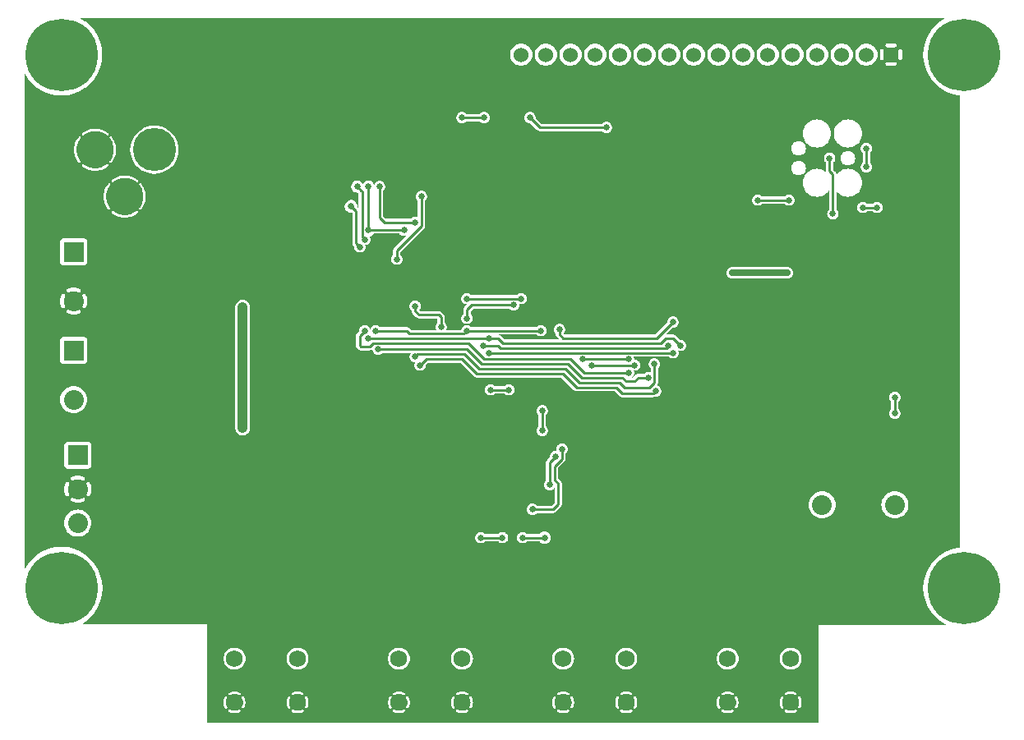
<source format=gbr>
G04 start of page 3 for group 1 idx 1 *
G04 Title: (unknown), solder *
G04 Creator: pcb 4.0.2 *
G04 CreationDate: Thu Jul  2 20:22:59 2020 UTC *
G04 For: ndholmes *
G04 Format: Gerber/RS-274X *
G04 PCB-Dimensions (mil): 4000.00 2900.00 *
G04 PCB-Coordinate-Origin: lower left *
%MOIN*%
%FSLAX25Y25*%
%LNBOTTOM*%
%ADD58C,0.0935*%
%ADD57C,0.0472*%
%ADD56C,0.0540*%
%ADD55C,0.0440*%
%ADD54C,0.0390*%
%ADD53C,0.1100*%
%ADD52C,0.1250*%
%ADD51C,0.0380*%
%ADD50C,0.1285*%
%ADD49C,0.0480*%
%ADD48C,0.0120*%
%ADD47C,0.0260*%
%ADD46C,0.0690*%
%ADD45C,0.1500*%
%ADD44C,0.1750*%
%ADD43C,0.0600*%
%ADD42C,0.2937*%
%ADD41C,0.0800*%
%ADD40C,0.0400*%
%ADD39C,0.0100*%
%ADD38C,0.0250*%
%ADD37C,0.0001*%
G54D37*G36*
X90500Y288000D02*X94000D01*
Y42000D01*
X90500D01*
Y118491D01*
X90971Y118528D01*
X91430Y118638D01*
X91866Y118819D01*
X92269Y119065D01*
X92628Y119372D01*
X92935Y119731D01*
X93181Y120134D01*
X93362Y120570D01*
X93472Y121029D01*
X93500Y121500D01*
Y170500D01*
X93472Y170971D01*
X93362Y171430D01*
X93181Y171866D01*
X92935Y172269D01*
X92628Y172628D01*
X92269Y172935D01*
X91866Y173181D01*
X91430Y173362D01*
X90971Y173472D01*
X90500Y173509D01*
Y288000D01*
G37*
G36*
X54685D02*X90500D01*
Y173509D01*
X90029Y173472D01*
X89570Y173362D01*
X89134Y173181D01*
X88731Y172935D01*
X88372Y172628D01*
X88065Y172269D01*
X87819Y171866D01*
X87638Y171430D01*
X87528Y170971D01*
X87500Y170500D01*
Y121500D01*
X87528Y121029D01*
X87638Y120570D01*
X87819Y120134D01*
X88065Y119731D01*
X88372Y119372D01*
X88731Y119065D01*
X89134Y118819D01*
X89570Y118638D01*
X90029Y118528D01*
X90500Y118491D01*
Y42000D01*
X54685D01*
Y224621D01*
X54700Y224620D01*
X56230Y224740D01*
X57722Y225099D01*
X59140Y225686D01*
X60449Y226488D01*
X61616Y227484D01*
X62612Y228651D01*
X63414Y229960D01*
X64001Y231378D01*
X64360Y232870D01*
X64450Y234400D01*
X64360Y235930D01*
X64001Y237422D01*
X63414Y238840D01*
X62612Y240149D01*
X61616Y241316D01*
X60449Y242312D01*
X59140Y243114D01*
X57722Y243701D01*
X56230Y244060D01*
X54700Y244180D01*
X54685Y244179D01*
Y288000D01*
G37*
G36*
X37855Y236645D02*X38019Y236038D01*
X38135Y235388D01*
X38193Y234730D01*
Y234070D01*
X38135Y233412D01*
X38019Y232762D01*
X37855Y232155D01*
Y236645D01*
G37*
G36*
X49855Y217645D02*X50019Y217038D01*
X50135Y216388D01*
X50193Y215730D01*
Y215070D01*
X50135Y214412D01*
X50019Y213762D01*
X49855Y213155D01*
Y217645D01*
G37*
G36*
Y225934D02*X50260Y225686D01*
X51678Y225099D01*
X53170Y224740D01*
X54685Y224621D01*
Y42000D01*
X49855D01*
Y210796D01*
X50230Y211439D01*
X50549Y212116D01*
X50807Y212819D01*
X51003Y213542D01*
X51134Y214280D01*
X51200Y215026D01*
Y215774D01*
X51134Y216521D01*
X51003Y217258D01*
X50807Y217981D01*
X50549Y218684D01*
X50230Y219361D01*
X49855Y220004D01*
Y225934D01*
G37*
G36*
Y288000D02*X54685D01*
Y244179D01*
X53170Y244060D01*
X51678Y243701D01*
X50260Y243114D01*
X49855Y242866D01*
Y288000D01*
G37*
G36*
X37855D02*X49855D01*
Y242866D01*
X48951Y242312D01*
X47784Y241316D01*
X46788Y240149D01*
X45986Y238840D01*
X45399Y237422D01*
X45040Y235930D01*
X44920Y234400D01*
X45040Y232870D01*
X45399Y231378D01*
X45986Y229960D01*
X46788Y228651D01*
X47784Y227484D01*
X48951Y226488D01*
X49855Y225934D01*
Y220004D01*
X49852Y220008D01*
X49419Y220619D01*
X49366Y220679D01*
X49304Y220728D01*
X49234Y220768D01*
X49160Y220796D01*
X49081Y220812D01*
X49002Y220816D01*
X48922Y220807D01*
X48845Y220786D01*
X48773Y220753D01*
X48706Y220709D01*
X48647Y220656D01*
X48597Y220593D01*
X48557Y220524D01*
X48529Y220449D01*
X48513Y220371D01*
X48509Y220291D01*
X48518Y220212D01*
X48539Y220135D01*
X48572Y220062D01*
X48617Y219996D01*
X49005Y219462D01*
X49338Y218892D01*
X49619Y218295D01*
X49847Y217675D01*
X49855Y217645D01*
Y213155D01*
X49847Y213125D01*
X49619Y212505D01*
X49338Y211908D01*
X49005Y211338D01*
X48623Y210799D01*
X48579Y210734D01*
X48546Y210663D01*
X48525Y210587D01*
X48517Y210509D01*
X48520Y210430D01*
X48536Y210353D01*
X48564Y210279D01*
X48603Y210211D01*
X48652Y210149D01*
X48710Y210096D01*
X48776Y210053D01*
X48848Y210021D01*
X48924Y210000D01*
X49002Y209991D01*
X49081Y209995D01*
X49158Y210011D01*
X49231Y210039D01*
X49300Y210078D01*
X49361Y210127D01*
X49413Y210186D01*
X49852Y210792D01*
X49855Y210796D01*
Y42000D01*
X37855D01*
Y208420D01*
X38092Y208248D01*
X38739Y207870D01*
X39416Y207551D01*
X40119Y207293D01*
X40842Y207097D01*
X41579Y206966D01*
X42326Y206900D01*
X43074D01*
X43820Y206966D01*
X44558Y207097D01*
X45281Y207293D01*
X45984Y207551D01*
X46661Y207870D01*
X47308Y208248D01*
X47919Y208681D01*
X47979Y208734D01*
X48028Y208796D01*
X48068Y208866D01*
X48096Y208940D01*
X48112Y209019D01*
X48116Y209098D01*
X48107Y209178D01*
X48086Y209255D01*
X48053Y209327D01*
X48009Y209394D01*
X47956Y209453D01*
X47893Y209503D01*
X47824Y209543D01*
X47749Y209571D01*
X47671Y209587D01*
X47591Y209591D01*
X47512Y209582D01*
X47435Y209561D01*
X47362Y209528D01*
X47296Y209483D01*
X46762Y209095D01*
X46192Y208762D01*
X45595Y208481D01*
X44975Y208253D01*
X44338Y208081D01*
X43688Y207965D01*
X43030Y207907D01*
X42370D01*
X41712Y207965D01*
X41062Y208081D01*
X40425Y208253D01*
X39805Y208481D01*
X39208Y208762D01*
X38638Y209095D01*
X38099Y209477D01*
X38034Y209521D01*
X37963Y209554D01*
X37887Y209575D01*
X37855Y209578D01*
Y221215D01*
X37888Y221218D01*
X37965Y221239D01*
X38038Y221272D01*
X38104Y221317D01*
X38638Y221705D01*
X39208Y222038D01*
X39805Y222319D01*
X40425Y222547D01*
X41062Y222719D01*
X41712Y222835D01*
X42370Y222893D01*
X43030D01*
X43688Y222835D01*
X44338Y222719D01*
X44975Y222547D01*
X45595Y222319D01*
X46192Y222038D01*
X46762Y221705D01*
X47301Y221323D01*
X47366Y221279D01*
X47437Y221246D01*
X47513Y221225D01*
X47591Y221217D01*
X47670Y221220D01*
X47747Y221236D01*
X47821Y221264D01*
X47889Y221303D01*
X47951Y221352D01*
X48004Y221410D01*
X48047Y221476D01*
X48079Y221548D01*
X48100Y221624D01*
X48109Y221702D01*
X48105Y221781D01*
X48089Y221858D01*
X48061Y221931D01*
X48022Y222000D01*
X47973Y222061D01*
X47914Y222113D01*
X47308Y222552D01*
X46661Y222930D01*
X45984Y223249D01*
X45281Y223507D01*
X44558Y223703D01*
X43820Y223834D01*
X43074Y223900D01*
X42326D01*
X41579Y223834D01*
X40842Y223703D01*
X40119Y223507D01*
X39416Y223249D01*
X38739Y222930D01*
X38092Y222552D01*
X37855Y222384D01*
Y229796D01*
X38230Y230439D01*
X38549Y231116D01*
X38807Y231819D01*
X39003Y232542D01*
X39134Y233280D01*
X39200Y234026D01*
Y234774D01*
X39134Y235521D01*
X39003Y236258D01*
X38807Y236981D01*
X38549Y237684D01*
X38230Y238361D01*
X37855Y239004D01*
Y288000D01*
G37*
G36*
X35545D02*X37855D01*
Y239004D01*
X37852Y239008D01*
X37419Y239619D01*
X37366Y239679D01*
X37304Y239728D01*
X37234Y239768D01*
X37160Y239796D01*
X37081Y239812D01*
X37002Y239816D01*
X36922Y239807D01*
X36845Y239786D01*
X36773Y239753D01*
X36706Y239709D01*
X36647Y239656D01*
X36597Y239593D01*
X36557Y239524D01*
X36529Y239449D01*
X36513Y239371D01*
X36509Y239291D01*
X36518Y239212D01*
X36539Y239135D01*
X36572Y239062D01*
X36617Y238996D01*
X37005Y238462D01*
X37338Y237892D01*
X37619Y237295D01*
X37847Y236675D01*
X37855Y236645D01*
Y232155D01*
X37847Y232125D01*
X37619Y231505D01*
X37338Y230908D01*
X37005Y230338D01*
X36623Y229799D01*
X36579Y229734D01*
X36546Y229663D01*
X36525Y229587D01*
X36517Y229509D01*
X36520Y229430D01*
X36536Y229353D01*
X36564Y229279D01*
X36603Y229211D01*
X36652Y229149D01*
X36710Y229096D01*
X36776Y229053D01*
X36848Y229021D01*
X36924Y229000D01*
X37002Y228991D01*
X37081Y228995D01*
X37158Y229011D01*
X37231Y229039D01*
X37300Y229078D01*
X37361Y229127D01*
X37413Y229186D01*
X37852Y229792D01*
X37855Y229796D01*
Y222384D01*
X37481Y222119D01*
X37421Y222066D01*
X37372Y222004D01*
X37332Y221934D01*
X37304Y221860D01*
X37288Y221781D01*
X37284Y221702D01*
X37293Y221622D01*
X37314Y221545D01*
X37347Y221473D01*
X37391Y221406D01*
X37444Y221347D01*
X37507Y221297D01*
X37576Y221257D01*
X37651Y221229D01*
X37729Y221213D01*
X37809Y221209D01*
X37855Y221215D01*
Y209578D01*
X37809Y209583D01*
X37730Y209580D01*
X37653Y209564D01*
X37579Y209536D01*
X37511Y209497D01*
X37449Y209448D01*
X37396Y209390D01*
X37353Y209324D01*
X37321Y209252D01*
X37300Y209176D01*
X37291Y209098D01*
X37295Y209019D01*
X37311Y208942D01*
X37339Y208869D01*
X37378Y208800D01*
X37427Y208739D01*
X37486Y208687D01*
X37855Y208420D01*
Y42000D01*
X35545D01*
Y210796D01*
X35548Y210792D01*
X35981Y210181D01*
X36034Y210121D01*
X36096Y210072D01*
X36166Y210032D01*
X36240Y210004D01*
X36319Y209988D01*
X36398Y209984D01*
X36478Y209993D01*
X36555Y210014D01*
X36627Y210047D01*
X36694Y210091D01*
X36753Y210144D01*
X36803Y210207D01*
X36843Y210276D01*
X36871Y210351D01*
X36887Y210429D01*
X36891Y210509D01*
X36882Y210588D01*
X36861Y210665D01*
X36828Y210738D01*
X36783Y210804D01*
X36395Y211338D01*
X36062Y211908D01*
X35781Y212505D01*
X35553Y213125D01*
X35545Y213155D01*
Y217645D01*
X35553Y217675D01*
X35781Y218295D01*
X36062Y218892D01*
X36395Y219462D01*
X36777Y220001D01*
X36821Y220066D01*
X36854Y220137D01*
X36875Y220213D01*
X36883Y220291D01*
X36880Y220370D01*
X36864Y220447D01*
X36836Y220521D01*
X36797Y220589D01*
X36748Y220651D01*
X36690Y220704D01*
X36624Y220747D01*
X36552Y220779D01*
X36476Y220800D01*
X36398Y220809D01*
X36319Y220805D01*
X36242Y220789D01*
X36169Y220761D01*
X36100Y220722D01*
X36039Y220673D01*
X35987Y220614D01*
X35548Y220008D01*
X35545Y220004D01*
Y227416D01*
X35919Y227681D01*
X35979Y227734D01*
X36028Y227796D01*
X36068Y227866D01*
X36096Y227940D01*
X36112Y228019D01*
X36116Y228098D01*
X36107Y228178D01*
X36086Y228255D01*
X36053Y228327D01*
X36009Y228394D01*
X35956Y228453D01*
X35893Y228503D01*
X35824Y228543D01*
X35749Y228571D01*
X35671Y228587D01*
X35591Y228591D01*
X35545Y228586D01*
Y240222D01*
X35591Y240217D01*
X35670Y240220D01*
X35747Y240236D01*
X35821Y240264D01*
X35889Y240303D01*
X35951Y240352D01*
X36004Y240410D01*
X36047Y240476D01*
X36079Y240548D01*
X36100Y240624D01*
X36109Y240702D01*
X36105Y240781D01*
X36089Y240858D01*
X36061Y240931D01*
X36022Y241000D01*
X35973Y241061D01*
X35914Y241113D01*
X35545Y241380D01*
Y288000D01*
G37*
G36*
Y213155D02*X35381Y213762D01*
X35265Y214412D01*
X35207Y215070D01*
Y215730D01*
X35265Y216388D01*
X35381Y217038D01*
X35545Y217645D01*
Y213155D01*
G37*
G36*
Y228586D02*X35512Y228582D01*
X35435Y228561D01*
X35362Y228528D01*
X35296Y228483D01*
X34762Y228095D01*
X34192Y227762D01*
X33595Y227481D01*
X32975Y227253D01*
X32338Y227081D01*
X31688Y226965D01*
X31030Y226907D01*
X30370D01*
X29712Y226965D01*
X29062Y227081D01*
X28425Y227253D01*
X27805Y227481D01*
X27208Y227762D01*
X26638Y228095D01*
X26493Y228198D01*
Y240599D01*
X26638Y240705D01*
X27208Y241038D01*
X27805Y241319D01*
X28425Y241547D01*
X29062Y241719D01*
X29712Y241835D01*
X30370Y241893D01*
X31030D01*
X31688Y241835D01*
X32338Y241719D01*
X32975Y241547D01*
X33595Y241319D01*
X34192Y241038D01*
X34762Y240705D01*
X35301Y240323D01*
X35366Y240279D01*
X35437Y240246D01*
X35513Y240225D01*
X35545Y240222D01*
Y228586D01*
G37*
G36*
Y42000D02*X28166D01*
Y44096D01*
X28834Y44666D01*
X30539Y46663D01*
X31911Y48902D01*
X32916Y51328D01*
X33529Y53882D01*
X33684Y56500D01*
X33529Y59118D01*
X32916Y61672D01*
X31911Y64098D01*
X30539Y66337D01*
X28834Y68334D01*
X28166Y68904D01*
Y79691D01*
X28589Y80381D01*
X28920Y81181D01*
X29122Y82023D01*
X29173Y82886D01*
X29122Y83749D01*
X28920Y84591D01*
X28589Y85391D01*
X28166Y86081D01*
Y93810D01*
X28251Y93846D01*
X28352Y93908D01*
X28442Y93984D01*
X28518Y94074D01*
X28578Y94176D01*
X28795Y94645D01*
X28962Y95134D01*
X29082Y95637D01*
X29155Y96149D01*
X29179Y96665D01*
X29155Y97181D01*
X29082Y97693D01*
X28962Y98196D01*
X28795Y98685D01*
X28583Y99157D01*
X28522Y99258D01*
X28445Y99349D01*
X28355Y99426D01*
X28253Y99488D01*
X28166Y99525D01*
Y105025D01*
X28356Y105104D01*
X28557Y105228D01*
X28737Y105381D01*
X28890Y105561D01*
X29014Y105762D01*
X29104Y105980D01*
X29159Y106210D01*
X29173Y106445D01*
X29159Y114680D01*
X29104Y114910D01*
X29014Y115128D01*
X28890Y115329D01*
X28737Y115509D01*
X28557Y115662D01*
X28356Y115786D01*
X28166Y115865D01*
Y226280D01*
X28842Y226097D01*
X29579Y225966D01*
X30326Y225900D01*
X31074D01*
X31820Y225966D01*
X32558Y226097D01*
X33281Y226293D01*
X33984Y226551D01*
X34661Y226870D01*
X35308Y227248D01*
X35545Y227416D01*
Y220004D01*
X35170Y219361D01*
X34851Y218684D01*
X34593Y217981D01*
X34397Y217258D01*
X34266Y216521D01*
X34200Y215774D01*
Y215026D01*
X34266Y214280D01*
X34397Y213542D01*
X34593Y212819D01*
X34851Y212116D01*
X35170Y211439D01*
X35545Y210796D01*
Y42000D01*
G37*
G36*
X28166Y115865D02*X28138Y115876D01*
X27908Y115931D01*
X27673Y115945D01*
X26493Y115943D01*
Y129805D01*
X26916Y130495D01*
X27247Y131295D01*
X27449Y132137D01*
X27500Y133000D01*
X27449Y133863D01*
X27247Y134705D01*
X26916Y135505D01*
X26493Y136195D01*
Y147580D01*
X26683Y147659D01*
X26884Y147783D01*
X27064Y147936D01*
X27217Y148116D01*
X27341Y148317D01*
X27431Y148535D01*
X27486Y148765D01*
X27500Y149000D01*
X27486Y157235D01*
X27431Y157465D01*
X27341Y157683D01*
X27217Y157884D01*
X27064Y158064D01*
X26884Y158217D01*
X26683Y158341D01*
X26493Y158420D01*
Y170145D01*
X26578Y170181D01*
X26679Y170243D01*
X26769Y170319D01*
X26845Y170409D01*
X26905Y170511D01*
X27122Y170980D01*
X27289Y171469D01*
X27409Y171972D01*
X27482Y172484D01*
X27506Y173000D01*
X27482Y173516D01*
X27409Y174028D01*
X27289Y174531D01*
X27122Y175020D01*
X26910Y175492D01*
X26849Y175593D01*
X26772Y175684D01*
X26682Y175761D01*
X26580Y175823D01*
X26493Y175860D01*
Y187580D01*
X26683Y187659D01*
X26884Y187783D01*
X27064Y187936D01*
X27217Y188116D01*
X27341Y188317D01*
X27431Y188535D01*
X27486Y188765D01*
X27500Y189000D01*
X27486Y197235D01*
X27431Y197465D01*
X27341Y197683D01*
X27217Y197884D01*
X27064Y198064D01*
X26884Y198217D01*
X26683Y198341D01*
X26493Y198420D01*
Y227014D01*
X26739Y226870D01*
X27416Y226551D01*
X28119Y226293D01*
X28166Y226280D01*
Y115865D01*
G37*
G36*
Y86081D02*X28136Y86129D01*
X27574Y86787D01*
X26916Y87349D01*
X26493Y87609D01*
Y92079D01*
X26496Y92085D01*
X26542Y92194D01*
X26570Y92310D01*
X26579Y92428D01*
X26570Y92546D01*
X26543Y92662D01*
X26497Y92772D01*
X26493Y92780D01*
Y100559D01*
X26493Y100560D01*
X26538Y100669D01*
X26566Y100784D01*
X26575Y100902D01*
X26565Y101020D01*
X26538Y101134D01*
X26493Y101243D01*
Y104957D01*
X27908Y104959D01*
X28138Y105014D01*
X28166Y105025D01*
Y99525D01*
X28144Y99534D01*
X28028Y99562D01*
X27910Y99571D01*
X27792Y99562D01*
X27676Y99535D01*
X27566Y99489D01*
X27465Y99427D01*
X27375Y99351D01*
X27297Y99260D01*
X27235Y99159D01*
X27189Y99050D01*
X27162Y98934D01*
X27152Y98816D01*
X27161Y98697D01*
X27189Y98582D01*
X27236Y98473D01*
X27394Y98133D01*
X27515Y97777D01*
X27603Y97412D01*
X27655Y97040D01*
X27673Y96665D01*
X27655Y96290D01*
X27603Y95918D01*
X27515Y95553D01*
X27394Y95197D01*
X27240Y94855D01*
X27193Y94747D01*
X27166Y94632D01*
X27156Y94514D01*
X27166Y94397D01*
X27194Y94282D01*
X27239Y94173D01*
X27301Y94072D01*
X27378Y93983D01*
X27468Y93906D01*
X27568Y93845D01*
X27677Y93800D01*
X27792Y93772D01*
X27910Y93763D01*
X28028Y93773D01*
X28142Y93800D01*
X28166Y93810D01*
Y86081D01*
G37*
G36*
Y68904D02*X26837Y70039D01*
X26493Y70250D01*
Y78163D01*
X26916Y78423D01*
X27574Y78985D01*
X28136Y79643D01*
X28166Y79691D01*
Y68904D01*
G37*
G36*
Y42000D02*X26493D01*
Y42750D01*
X26837Y42961D01*
X28166Y44096D01*
Y42000D01*
G37*
G36*
X26493Y288000D02*X35545D01*
Y241380D01*
X35308Y241552D01*
X34661Y241930D01*
X33984Y242249D01*
X33281Y242507D01*
X32558Y242703D01*
X31820Y242834D01*
X31074Y242900D01*
X30326D01*
X29579Y242834D01*
X28842Y242703D01*
X28119Y242507D01*
X27416Y242249D01*
X26739Y241930D01*
X26493Y241786D01*
Y259367D01*
X26778Y259542D01*
X28763Y261237D01*
X30458Y263222D01*
X31822Y265448D01*
X32821Y267859D01*
X33430Y270398D01*
X33584Y273000D01*
X33430Y275602D01*
X32821Y278141D01*
X31822Y280552D01*
X30458Y282778D01*
X28763Y284763D01*
X26778Y286458D01*
X26493Y286633D01*
Y288000D01*
G37*
G36*
Y198420D02*X26465Y198431D01*
X26235Y198486D01*
X26000Y198500D01*
X23545Y198496D01*
Y229796D01*
X23548Y229792D01*
X23981Y229181D01*
X24034Y229121D01*
X24096Y229072D01*
X24166Y229032D01*
X24240Y229004D01*
X24319Y228988D01*
X24398Y228984D01*
X24478Y228993D01*
X24555Y229014D01*
X24627Y229047D01*
X24694Y229091D01*
X24753Y229144D01*
X24803Y229207D01*
X24843Y229276D01*
X24871Y229351D01*
X24887Y229429D01*
X24891Y229509D01*
X24882Y229588D01*
X24861Y229665D01*
X24828Y229738D01*
X24783Y229804D01*
X24395Y230338D01*
X24062Y230908D01*
X23781Y231505D01*
X23553Y232125D01*
X23545Y232155D01*
Y236645D01*
X23553Y236675D01*
X23781Y237295D01*
X24062Y237892D01*
X24395Y238462D01*
X24777Y239001D01*
X24821Y239066D01*
X24854Y239137D01*
X24875Y239213D01*
X24883Y239291D01*
X24880Y239370D01*
X24864Y239447D01*
X24836Y239521D01*
X24797Y239589D01*
X24748Y239651D01*
X24690Y239704D01*
X24624Y239747D01*
X24552Y239779D01*
X24476Y239800D01*
X24398Y239809D01*
X24319Y239805D01*
X24242Y239789D01*
X24169Y239761D01*
X24100Y239722D01*
X24039Y239673D01*
X23987Y239614D01*
X23548Y239008D01*
X23545Y239004D01*
Y257761D01*
X24552Y258178D01*
X26493Y259367D01*
Y241786D01*
X26092Y241552D01*
X25481Y241119D01*
X25421Y241066D01*
X25372Y241004D01*
X25332Y240934D01*
X25304Y240860D01*
X25288Y240781D01*
X25284Y240702D01*
X25293Y240622D01*
X25314Y240545D01*
X25347Y240473D01*
X25391Y240406D01*
X25444Y240347D01*
X25507Y240297D01*
X25576Y240257D01*
X25651Y240229D01*
X25729Y240213D01*
X25809Y240209D01*
X25888Y240218D01*
X25965Y240239D01*
X26038Y240272D01*
X26104Y240317D01*
X26493Y240599D01*
Y228198D01*
X26099Y228477D01*
X26034Y228521D01*
X25963Y228554D01*
X25887Y228575D01*
X25809Y228583D01*
X25730Y228580D01*
X25653Y228564D01*
X25579Y228536D01*
X25511Y228497D01*
X25449Y228448D01*
X25396Y228390D01*
X25353Y228324D01*
X25321Y228252D01*
X25300Y228176D01*
X25291Y228098D01*
X25295Y228019D01*
X25311Y227942D01*
X25339Y227869D01*
X25378Y227800D01*
X25427Y227739D01*
X25486Y227687D01*
X26092Y227248D01*
X26493Y227014D01*
Y198420D01*
G37*
G36*
X23545Y232155D02*X23381Y232762D01*
X23265Y233412D01*
X23207Y234070D01*
Y234730D01*
X23265Y235388D01*
X23381Y236038D01*
X23545Y236645D01*
Y232155D01*
G37*
G36*
Y198496D02*X22000Y198493D01*
Y257145D01*
X22141Y257179D01*
X23545Y257761D01*
Y239004D01*
X23170Y238361D01*
X22851Y237684D01*
X22593Y236981D01*
X22397Y236258D01*
X22266Y235521D01*
X22200Y234774D01*
Y234026D01*
X22266Y233280D01*
X22397Y232542D01*
X22593Y231819D01*
X22851Y231116D01*
X23170Y230439D01*
X23545Y229796D01*
Y198496D01*
G37*
G36*
X26493Y158420D02*X26465Y158431D01*
X26235Y158486D01*
X26000Y158500D01*
X22000Y158493D01*
Y167494D01*
X22516Y167518D01*
X23028Y167591D01*
X23531Y167711D01*
X24020Y167878D01*
X24492Y168090D01*
X24593Y168151D01*
X24684Y168228D01*
X24761Y168318D01*
X24823Y168420D01*
X24869Y168529D01*
X24897Y168645D01*
X24906Y168763D01*
X24897Y168881D01*
X24870Y168997D01*
X24824Y169107D01*
X24762Y169208D01*
X24686Y169298D01*
X24595Y169376D01*
X24494Y169438D01*
X24385Y169484D01*
X24269Y169511D01*
X24151Y169521D01*
X24032Y169512D01*
X23917Y169484D01*
X23808Y169437D01*
X23468Y169279D01*
X23112Y169158D01*
X22747Y169070D01*
X22375Y169018D01*
X22000Y169000D01*
Y177000D01*
X22375Y176982D01*
X22747Y176930D01*
X23112Y176842D01*
X23468Y176721D01*
X23810Y176567D01*
X23918Y176520D01*
X24033Y176493D01*
X24151Y176483D01*
X24268Y176493D01*
X24383Y176521D01*
X24492Y176566D01*
X24593Y176628D01*
X24682Y176705D01*
X24759Y176795D01*
X24820Y176895D01*
X24865Y177004D01*
X24893Y177119D01*
X24902Y177237D01*
X24892Y177355D01*
X24865Y177469D01*
X24819Y177578D01*
X24757Y177679D01*
X24681Y177769D01*
X24591Y177845D01*
X24489Y177905D01*
X24020Y178122D01*
X23531Y178289D01*
X23028Y178409D01*
X22516Y178482D01*
X22000Y178506D01*
Y187507D01*
X26235Y187514D01*
X26465Y187569D01*
X26493Y187580D01*
Y175860D01*
X26471Y175869D01*
X26355Y175897D01*
X26237Y175906D01*
X26119Y175897D01*
X26003Y175870D01*
X25893Y175824D01*
X25792Y175762D01*
X25702Y175686D01*
X25624Y175595D01*
X25562Y175494D01*
X25516Y175385D01*
X25489Y175269D01*
X25479Y175151D01*
X25488Y175032D01*
X25516Y174917D01*
X25563Y174808D01*
X25721Y174468D01*
X25842Y174112D01*
X25930Y173747D01*
X25982Y173375D01*
X26000Y173000D01*
X25982Y172625D01*
X25930Y172253D01*
X25842Y171888D01*
X25721Y171532D01*
X25567Y171190D01*
X25520Y171082D01*
X25493Y170967D01*
X25483Y170849D01*
X25493Y170732D01*
X25521Y170617D01*
X25566Y170508D01*
X25628Y170407D01*
X25705Y170318D01*
X25795Y170241D01*
X25895Y170180D01*
X26004Y170135D01*
X26119Y170107D01*
X26237Y170098D01*
X26355Y170108D01*
X26469Y170135D01*
X26493Y170145D01*
Y158420D01*
G37*
G36*
Y136195D02*X26463Y136243D01*
X25901Y136901D01*
X25243Y137463D01*
X24505Y137916D01*
X23705Y138247D01*
X22863Y138449D01*
X22000Y138517D01*
Y147507D01*
X26235Y147514D01*
X26465Y147569D01*
X26493Y147580D01*
Y136195D01*
G37*
G36*
Y115943D02*X22000Y115935D01*
Y127483D01*
X22863Y127551D01*
X23705Y127753D01*
X24505Y128084D01*
X25243Y128537D01*
X25901Y129099D01*
X26463Y129757D01*
X26493Y129805D01*
Y115943D01*
G37*
G36*
Y101243D02*X26492Y101243D01*
X26430Y101344D01*
X26354Y101434D01*
X26264Y101510D01*
X26162Y101570D01*
X25693Y101787D01*
X25204Y101954D01*
X24701Y102074D01*
X24189Y102147D01*
X23673Y102171D01*
X23157Y102147D01*
X22645Y102074D01*
X22142Y101954D01*
X22000Y101905D01*
Y104949D01*
X26493Y104957D01*
Y101243D01*
G37*
G36*
Y92780D02*X26435Y92873D01*
X26359Y92963D01*
X26268Y93041D01*
X26167Y93103D01*
X26058Y93149D01*
X25942Y93176D01*
X25824Y93186D01*
X25705Y93177D01*
X25590Y93149D01*
X25481Y93102D01*
X25141Y92944D01*
X24785Y92823D01*
X24420Y92735D01*
X24048Y92683D01*
X23673Y92665D01*
X23298Y92683D01*
X22926Y92735D01*
X22561Y92823D01*
X22205Y92944D01*
X22000Y93036D01*
Y100291D01*
X22205Y100386D01*
X22561Y100507D01*
X22926Y100595D01*
X23298Y100647D01*
X23673Y100665D01*
X24048Y100647D01*
X24420Y100595D01*
X24785Y100507D01*
X25141Y100386D01*
X25483Y100232D01*
X25591Y100185D01*
X25706Y100158D01*
X25824Y100148D01*
X25941Y100158D01*
X26056Y100186D01*
X26165Y100231D01*
X26266Y100293D01*
X26355Y100370D01*
X26432Y100460D01*
X26493Y100559D01*
Y92780D01*
G37*
G36*
Y87609D02*X26178Y87802D01*
X25378Y88133D01*
X24536Y88335D01*
X23673Y88403D01*
X22810Y88335D01*
X22000Y88141D01*
Y91425D01*
X22142Y91376D01*
X22645Y91256D01*
X23157Y91183D01*
X23673Y91159D01*
X24189Y91183D01*
X24701Y91256D01*
X25204Y91376D01*
X25693Y91543D01*
X26165Y91755D01*
X26266Y91816D01*
X26357Y91893D01*
X26434Y91983D01*
X26493Y92079D01*
Y87609D01*
G37*
G36*
Y70250D02*X24598Y71411D01*
X22172Y72416D01*
X22000Y72458D01*
Y77631D01*
X22810Y77437D01*
X23673Y77369D01*
X24536Y77437D01*
X25378Y77639D01*
X26178Y77970D01*
X26493Y78163D01*
Y70250D01*
G37*
G36*
Y42000D02*X25269D01*
X26493Y42750D01*
Y42000D01*
G37*
G36*
X24123Y288000D02*X26493D01*
Y286633D01*
X24552Y287822D01*
X24123Y288000D01*
G37*
G36*
X17507Y147580D02*X17535Y147569D01*
X17765Y147514D01*
X18000Y147500D01*
X22000Y147507D01*
Y138517D01*
X21137Y138449D01*
X20295Y138247D01*
X19495Y137916D01*
X18757Y137463D01*
X18099Y136901D01*
X17537Y136243D01*
X17507Y136195D01*
Y147580D01*
G37*
G36*
Y187580D02*X17535Y187569D01*
X17765Y187514D01*
X18000Y187500D01*
X22000Y187507D01*
Y178506D01*
X22000D01*
X21484Y178482D01*
X20972Y178409D01*
X20469Y178289D01*
X19980Y178122D01*
X19508Y177910D01*
X19407Y177849D01*
X19316Y177772D01*
X19239Y177682D01*
X19177Y177580D01*
X19131Y177471D01*
X19103Y177355D01*
X19094Y177237D01*
X19103Y177119D01*
X19130Y177003D01*
X19176Y176893D01*
X19238Y176792D01*
X19314Y176702D01*
X19405Y176624D01*
X19506Y176562D01*
X19615Y176516D01*
X19731Y176489D01*
X19849Y176479D01*
X19968Y176488D01*
X20083Y176516D01*
X20192Y176563D01*
X20532Y176721D01*
X20888Y176842D01*
X21253Y176930D01*
X21625Y176982D01*
X22000Y177000D01*
Y169000D01*
X21625Y169018D01*
X21253Y169070D01*
X20888Y169158D01*
X20532Y169279D01*
X20190Y169433D01*
X20082Y169480D01*
X19967Y169507D01*
X19849Y169517D01*
X19732Y169507D01*
X19617Y169479D01*
X19508Y169434D01*
X19407Y169372D01*
X19318Y169295D01*
X19241Y169205D01*
X19180Y169105D01*
X19135Y168996D01*
X19107Y168881D01*
X19098Y168763D01*
X19108Y168645D01*
X19135Y168531D01*
X19181Y168422D01*
X19243Y168321D01*
X19319Y168231D01*
X19409Y168155D01*
X19511Y168095D01*
X19980Y167878D01*
X20469Y167711D01*
X20972Y167591D01*
X21484Y167518D01*
X22000Y167494D01*
X22000D01*
Y158493D01*
X17765Y158486D01*
X17535Y158431D01*
X17507Y158420D01*
Y170140D01*
X17529Y170131D01*
X17645Y170103D01*
X17763Y170094D01*
X17881Y170103D01*
X17997Y170130D01*
X18107Y170176D01*
X18208Y170238D01*
X18298Y170314D01*
X18376Y170405D01*
X18438Y170506D01*
X18484Y170615D01*
X18511Y170731D01*
X18521Y170849D01*
X18512Y170968D01*
X18484Y171083D01*
X18437Y171192D01*
X18279Y171532D01*
X18158Y171888D01*
X18070Y172253D01*
X18018Y172625D01*
X18000Y173000D01*
X18018Y173375D01*
X18070Y173747D01*
X18158Y174112D01*
X18279Y174468D01*
X18433Y174810D01*
X18480Y174918D01*
X18507Y175033D01*
X18517Y175151D01*
X18507Y175268D01*
X18479Y175383D01*
X18434Y175492D01*
X18372Y175593D01*
X18295Y175682D01*
X18205Y175759D01*
X18105Y175820D01*
X17996Y175865D01*
X17881Y175893D01*
X17763Y175902D01*
X17645Y175892D01*
X17531Y175865D01*
X17507Y175855D01*
Y187580D01*
G37*
G36*
Y256405D02*X19602Y256570D01*
X22000Y257145D01*
Y198493D01*
X17765Y198486D01*
X17535Y198431D01*
X17507Y198420D01*
Y256405D01*
G37*
G36*
X19180Y105025D02*X19208Y105014D01*
X19438Y104959D01*
X19673Y104945D01*
X22000Y104949D01*
Y101905D01*
X21653Y101787D01*
X21181Y101575D01*
X21080Y101514D01*
X20989Y101437D01*
X20912Y101347D01*
X20850Y101245D01*
X20804Y101136D01*
X20776Y101020D01*
X20767Y100902D01*
X20776Y100784D01*
X20803Y100668D01*
X20849Y100558D01*
X20911Y100457D01*
X20987Y100367D01*
X21078Y100289D01*
X21179Y100227D01*
X21288Y100181D01*
X21404Y100154D01*
X21522Y100144D01*
X21641Y100153D01*
X21756Y100181D01*
X21865Y100228D01*
X22000Y100291D01*
Y93036D01*
X21863Y93098D01*
X21755Y93145D01*
X21640Y93172D01*
X21522Y93182D01*
X21405Y93172D01*
X21290Y93144D01*
X21181Y93099D01*
X21080Y93037D01*
X20991Y92960D01*
X20914Y92870D01*
X20853Y92770D01*
X20808Y92661D01*
X20780Y92546D01*
X20771Y92428D01*
X20781Y92310D01*
X20808Y92196D01*
X20854Y92087D01*
X20916Y91986D01*
X20992Y91896D01*
X21082Y91820D01*
X21184Y91760D01*
X21653Y91543D01*
X22000Y91425D01*
Y88141D01*
X21968Y88133D01*
X21168Y87802D01*
X20430Y87349D01*
X19772Y86787D01*
X19210Y86129D01*
X19180Y86081D01*
Y93805D01*
X19202Y93796D01*
X19318Y93768D01*
X19436Y93759D01*
X19554Y93768D01*
X19670Y93795D01*
X19780Y93841D01*
X19881Y93903D01*
X19971Y93979D01*
X20049Y94070D01*
X20111Y94171D01*
X20157Y94280D01*
X20184Y94396D01*
X20194Y94514D01*
X20185Y94633D01*
X20157Y94748D01*
X20110Y94857D01*
X19952Y95197D01*
X19831Y95553D01*
X19743Y95918D01*
X19691Y96290D01*
X19673Y96665D01*
X19691Y97040D01*
X19743Y97412D01*
X19831Y97777D01*
X19952Y98133D01*
X20106Y98475D01*
X20153Y98583D01*
X20180Y98698D01*
X20190Y98816D01*
X20180Y98933D01*
X20152Y99048D01*
X20107Y99157D01*
X20045Y99258D01*
X19968Y99347D01*
X19878Y99424D01*
X19778Y99485D01*
X19669Y99530D01*
X19554Y99558D01*
X19436Y99567D01*
X19318Y99557D01*
X19204Y99530D01*
X19180Y99520D01*
Y105025D01*
G37*
G36*
Y128277D02*X19495Y128084D01*
X20295Y127753D01*
X21137Y127551D01*
X22000Y127483D01*
Y115935D01*
X19438Y115931D01*
X19208Y115876D01*
X19180Y115865D01*
Y128277D01*
G37*
G36*
X22000Y72458D02*X19618Y73029D01*
X19180Y73064D01*
Y79691D01*
X19210Y79643D01*
X19772Y78985D01*
X20430Y78423D01*
X21168Y77970D01*
X21968Y77639D01*
X22000Y77631D01*
Y72458D01*
G37*
G36*
X19180Y73064D02*X17507Y73196D01*
Y129805D01*
X17537Y129757D01*
X18099Y129099D01*
X18757Y128537D01*
X19180Y128277D01*
Y115865D01*
X18990Y115786D01*
X18789Y115662D01*
X18609Y115509D01*
X18456Y115329D01*
X18332Y115128D01*
X18242Y114910D01*
X18187Y114680D01*
X18173Y114445D01*
X18187Y106210D01*
X18242Y105980D01*
X18332Y105762D01*
X18456Y105561D01*
X18609Y105381D01*
X18789Y105228D01*
X18990Y105104D01*
X19180Y105025D01*
Y99520D01*
X19095Y99484D01*
X18994Y99422D01*
X18904Y99346D01*
X18828Y99256D01*
X18768Y99154D01*
X18551Y98685D01*
X18384Y98196D01*
X18264Y97693D01*
X18191Y97181D01*
X18167Y96665D01*
X18191Y96149D01*
X18264Y95637D01*
X18384Y95134D01*
X18551Y94645D01*
X18763Y94173D01*
X18824Y94072D01*
X18901Y93981D01*
X18991Y93904D01*
X19093Y93842D01*
X19180Y93805D01*
Y86081D01*
X18757Y85391D01*
X18426Y84591D01*
X18224Y83749D01*
X18156Y82886D01*
X18224Y82023D01*
X18426Y81181D01*
X18757Y80381D01*
X19180Y79691D01*
Y73064D01*
G37*
G36*
X17507Y73196D02*X17000Y73235D01*
X14382Y73029D01*
X11828Y72416D01*
X9402Y71411D01*
X7163Y70039D01*
X5166Y68334D01*
X3461Y66337D01*
X2089Y64098D01*
X2000Y63884D01*
Y265877D01*
X2178Y265448D01*
X3542Y263222D01*
X5237Y261237D01*
X7222Y259542D01*
X9448Y258178D01*
X11859Y257179D01*
X14398Y256570D01*
X17000Y256365D01*
X17507Y256405D01*
Y198420D01*
X17317Y198341D01*
X17116Y198217D01*
X16936Y198064D01*
X16783Y197884D01*
X16659Y197683D01*
X16569Y197465D01*
X16514Y197235D01*
X16500Y197000D01*
X16514Y188765D01*
X16569Y188535D01*
X16659Y188317D01*
X16783Y188116D01*
X16936Y187936D01*
X17116Y187783D01*
X17317Y187659D01*
X17507Y187580D01*
Y175855D01*
X17422Y175819D01*
X17321Y175757D01*
X17231Y175681D01*
X17155Y175591D01*
X17095Y175489D01*
X16878Y175020D01*
X16711Y174531D01*
X16591Y174028D01*
X16518Y173516D01*
X16494Y173000D01*
X16518Y172484D01*
X16591Y171972D01*
X16711Y171469D01*
X16878Y170980D01*
X17090Y170508D01*
X17151Y170407D01*
X17228Y170316D01*
X17318Y170239D01*
X17420Y170177D01*
X17507Y170140D01*
Y158420D01*
X17317Y158341D01*
X17116Y158217D01*
X16936Y158064D01*
X16783Y157884D01*
X16659Y157683D01*
X16569Y157465D01*
X16514Y157235D01*
X16500Y157000D01*
X16514Y148765D01*
X16569Y148535D01*
X16659Y148317D01*
X16783Y148116D01*
X16936Y147936D01*
X17116Y147783D01*
X17317Y147659D01*
X17507Y147580D01*
Y136195D01*
X17084Y135505D01*
X16753Y134705D01*
X16551Y133863D01*
X16483Y133000D01*
X16551Y132137D01*
X16753Y131295D01*
X17084Y130495D01*
X17507Y129805D01*
Y73196D01*
G37*
G36*
X90500Y288000D02*X116500D01*
Y42000D01*
X90500D01*
Y118491D01*
X90971Y118528D01*
X91430Y118638D01*
X91866Y118819D01*
X92269Y119065D01*
X92628Y119372D01*
X92935Y119731D01*
X93181Y120134D01*
X93362Y120570D01*
X93472Y121029D01*
X93500Y121500D01*
Y170500D01*
X93472Y170971D01*
X93362Y171430D01*
X93181Y171866D01*
X92935Y172269D01*
X92628Y172628D01*
X92269Y172935D01*
X91866Y173181D01*
X91430Y173362D01*
X90971Y173472D01*
X90500Y173509D01*
Y288000D01*
G37*
G36*
X54685D02*X90500D01*
Y173509D01*
X90029Y173472D01*
X89570Y173362D01*
X89134Y173181D01*
X88731Y172935D01*
X88372Y172628D01*
X88065Y172269D01*
X87819Y171866D01*
X87638Y171430D01*
X87528Y170971D01*
X87500Y170500D01*
Y121500D01*
X87528Y121029D01*
X87638Y120570D01*
X87819Y120134D01*
X88065Y119731D01*
X88372Y119372D01*
X88731Y119065D01*
X89134Y118819D01*
X89570Y118638D01*
X90029Y118528D01*
X90500Y118491D01*
Y42000D01*
X54685D01*
Y224621D01*
X54700Y224620D01*
X56230Y224740D01*
X57722Y225099D01*
X59140Y225686D01*
X60449Y226488D01*
X61616Y227484D01*
X62612Y228651D01*
X63414Y229960D01*
X64001Y231378D01*
X64360Y232870D01*
X64450Y234400D01*
X64360Y235930D01*
X64001Y237422D01*
X63414Y238840D01*
X62612Y240149D01*
X61616Y241316D01*
X60449Y242312D01*
X59140Y243114D01*
X57722Y243701D01*
X56230Y244060D01*
X54700Y244180D01*
X54685Y244179D01*
Y288000D01*
G37*
G36*
X37855Y236645D02*X38019Y236038D01*
X38135Y235388D01*
X38193Y234730D01*
Y234070D01*
X38135Y233412D01*
X38019Y232762D01*
X37855Y232155D01*
Y236645D01*
G37*
G36*
X49855Y217645D02*X50019Y217038D01*
X50135Y216388D01*
X50193Y215730D01*
Y215070D01*
X50135Y214412D01*
X50019Y213762D01*
X49855Y213155D01*
Y217645D01*
G37*
G36*
Y225934D02*X50260Y225686D01*
X51678Y225099D01*
X53170Y224740D01*
X54685Y224621D01*
Y42000D01*
X49855D01*
Y210796D01*
X50230Y211439D01*
X50549Y212116D01*
X50807Y212819D01*
X51003Y213542D01*
X51134Y214280D01*
X51200Y215026D01*
Y215774D01*
X51134Y216521D01*
X51003Y217258D01*
X50807Y217981D01*
X50549Y218684D01*
X50230Y219361D01*
X49855Y220004D01*
Y225934D01*
G37*
G36*
Y288000D02*X54685D01*
Y244179D01*
X53170Y244060D01*
X51678Y243701D01*
X50260Y243114D01*
X49855Y242866D01*
Y288000D01*
G37*
G36*
X37855D02*X49855D01*
Y242866D01*
X48951Y242312D01*
X47784Y241316D01*
X46788Y240149D01*
X45986Y238840D01*
X45399Y237422D01*
X45040Y235930D01*
X44920Y234400D01*
X45040Y232870D01*
X45399Y231378D01*
X45986Y229960D01*
X46788Y228651D01*
X47784Y227484D01*
X48951Y226488D01*
X49855Y225934D01*
Y220004D01*
X49852Y220008D01*
X49419Y220619D01*
X49366Y220679D01*
X49304Y220728D01*
X49234Y220768D01*
X49160Y220796D01*
X49081Y220812D01*
X49002Y220816D01*
X48922Y220807D01*
X48845Y220786D01*
X48773Y220753D01*
X48706Y220709D01*
X48647Y220656D01*
X48597Y220593D01*
X48557Y220524D01*
X48529Y220449D01*
X48513Y220371D01*
X48509Y220291D01*
X48518Y220212D01*
X48539Y220135D01*
X48572Y220062D01*
X48617Y219996D01*
X49005Y219462D01*
X49338Y218892D01*
X49619Y218295D01*
X49847Y217675D01*
X49855Y217645D01*
Y213155D01*
X49847Y213125D01*
X49619Y212505D01*
X49338Y211908D01*
X49005Y211338D01*
X48623Y210799D01*
X48579Y210734D01*
X48546Y210663D01*
X48525Y210587D01*
X48517Y210509D01*
X48520Y210430D01*
X48536Y210353D01*
X48564Y210279D01*
X48603Y210211D01*
X48652Y210149D01*
X48710Y210096D01*
X48776Y210053D01*
X48848Y210021D01*
X48924Y210000D01*
X49002Y209991D01*
X49081Y209995D01*
X49158Y210011D01*
X49231Y210039D01*
X49300Y210078D01*
X49361Y210127D01*
X49413Y210186D01*
X49852Y210792D01*
X49855Y210796D01*
Y42000D01*
X37855D01*
Y208420D01*
X38092Y208248D01*
X38739Y207870D01*
X39416Y207551D01*
X40119Y207293D01*
X40842Y207097D01*
X41579Y206966D01*
X42326Y206900D01*
X43074D01*
X43820Y206966D01*
X44558Y207097D01*
X45281Y207293D01*
X45984Y207551D01*
X46661Y207870D01*
X47308Y208248D01*
X47919Y208681D01*
X47979Y208734D01*
X48028Y208796D01*
X48068Y208866D01*
X48096Y208940D01*
X48112Y209019D01*
X48116Y209098D01*
X48107Y209178D01*
X48086Y209255D01*
X48053Y209327D01*
X48009Y209394D01*
X47956Y209453D01*
X47893Y209503D01*
X47824Y209543D01*
X47749Y209571D01*
X47671Y209587D01*
X47591Y209591D01*
X47512Y209582D01*
X47435Y209561D01*
X47362Y209528D01*
X47296Y209483D01*
X46762Y209095D01*
X46192Y208762D01*
X45595Y208481D01*
X44975Y208253D01*
X44338Y208081D01*
X43688Y207965D01*
X43030Y207907D01*
X42370D01*
X41712Y207965D01*
X41062Y208081D01*
X40425Y208253D01*
X39805Y208481D01*
X39208Y208762D01*
X38638Y209095D01*
X38099Y209477D01*
X38034Y209521D01*
X37963Y209554D01*
X37887Y209575D01*
X37855Y209578D01*
Y221215D01*
X37888Y221218D01*
X37965Y221239D01*
X38038Y221272D01*
X38104Y221317D01*
X38638Y221705D01*
X39208Y222038D01*
X39805Y222319D01*
X40425Y222547D01*
X41062Y222719D01*
X41712Y222835D01*
X42370Y222893D01*
X43030D01*
X43688Y222835D01*
X44338Y222719D01*
X44975Y222547D01*
X45595Y222319D01*
X46192Y222038D01*
X46762Y221705D01*
X47301Y221323D01*
X47366Y221279D01*
X47437Y221246D01*
X47513Y221225D01*
X47591Y221217D01*
X47670Y221220D01*
X47747Y221236D01*
X47821Y221264D01*
X47889Y221303D01*
X47951Y221352D01*
X48004Y221410D01*
X48047Y221476D01*
X48079Y221548D01*
X48100Y221624D01*
X48109Y221702D01*
X48105Y221781D01*
X48089Y221858D01*
X48061Y221931D01*
X48022Y222000D01*
X47973Y222061D01*
X47914Y222113D01*
X47308Y222552D01*
X46661Y222930D01*
X45984Y223249D01*
X45281Y223507D01*
X44558Y223703D01*
X43820Y223834D01*
X43074Y223900D01*
X42326D01*
X41579Y223834D01*
X40842Y223703D01*
X40119Y223507D01*
X39416Y223249D01*
X38739Y222930D01*
X38092Y222552D01*
X37855Y222384D01*
Y229796D01*
X38230Y230439D01*
X38549Y231116D01*
X38807Y231819D01*
X39003Y232542D01*
X39134Y233280D01*
X39200Y234026D01*
Y234774D01*
X39134Y235521D01*
X39003Y236258D01*
X38807Y236981D01*
X38549Y237684D01*
X38230Y238361D01*
X37855Y239004D01*
Y288000D01*
G37*
G36*
X35545D02*X37855D01*
Y239004D01*
X37852Y239008D01*
X37419Y239619D01*
X37366Y239679D01*
X37304Y239728D01*
X37234Y239768D01*
X37160Y239796D01*
X37081Y239812D01*
X37002Y239816D01*
X36922Y239807D01*
X36845Y239786D01*
X36773Y239753D01*
X36706Y239709D01*
X36647Y239656D01*
X36597Y239593D01*
X36557Y239524D01*
X36529Y239449D01*
X36513Y239371D01*
X36509Y239291D01*
X36518Y239212D01*
X36539Y239135D01*
X36572Y239062D01*
X36617Y238996D01*
X37005Y238462D01*
X37338Y237892D01*
X37619Y237295D01*
X37847Y236675D01*
X37855Y236645D01*
Y232155D01*
X37847Y232125D01*
X37619Y231505D01*
X37338Y230908D01*
X37005Y230338D01*
X36623Y229799D01*
X36579Y229734D01*
X36546Y229663D01*
X36525Y229587D01*
X36517Y229509D01*
X36520Y229430D01*
X36536Y229353D01*
X36564Y229279D01*
X36603Y229211D01*
X36652Y229149D01*
X36710Y229096D01*
X36776Y229053D01*
X36848Y229021D01*
X36924Y229000D01*
X37002Y228991D01*
X37081Y228995D01*
X37158Y229011D01*
X37231Y229039D01*
X37300Y229078D01*
X37361Y229127D01*
X37413Y229186D01*
X37852Y229792D01*
X37855Y229796D01*
Y222384D01*
X37481Y222119D01*
X37421Y222066D01*
X37372Y222004D01*
X37332Y221934D01*
X37304Y221860D01*
X37288Y221781D01*
X37284Y221702D01*
X37293Y221622D01*
X37314Y221545D01*
X37347Y221473D01*
X37391Y221406D01*
X37444Y221347D01*
X37507Y221297D01*
X37576Y221257D01*
X37651Y221229D01*
X37729Y221213D01*
X37809Y221209D01*
X37855Y221215D01*
Y209578D01*
X37809Y209583D01*
X37730Y209580D01*
X37653Y209564D01*
X37579Y209536D01*
X37511Y209497D01*
X37449Y209448D01*
X37396Y209390D01*
X37353Y209324D01*
X37321Y209252D01*
X37300Y209176D01*
X37291Y209098D01*
X37295Y209019D01*
X37311Y208942D01*
X37339Y208869D01*
X37378Y208800D01*
X37427Y208739D01*
X37486Y208687D01*
X37855Y208420D01*
Y42000D01*
X35545D01*
Y210796D01*
X35548Y210792D01*
X35981Y210181D01*
X36034Y210121D01*
X36096Y210072D01*
X36166Y210032D01*
X36240Y210004D01*
X36319Y209988D01*
X36398Y209984D01*
X36478Y209993D01*
X36555Y210014D01*
X36627Y210047D01*
X36694Y210091D01*
X36753Y210144D01*
X36803Y210207D01*
X36843Y210276D01*
X36871Y210351D01*
X36887Y210429D01*
X36891Y210509D01*
X36882Y210588D01*
X36861Y210665D01*
X36828Y210738D01*
X36783Y210804D01*
X36395Y211338D01*
X36062Y211908D01*
X35781Y212505D01*
X35553Y213125D01*
X35545Y213155D01*
Y217645D01*
X35553Y217675D01*
X35781Y218295D01*
X36062Y218892D01*
X36395Y219462D01*
X36777Y220001D01*
X36821Y220066D01*
X36854Y220137D01*
X36875Y220213D01*
X36883Y220291D01*
X36880Y220370D01*
X36864Y220447D01*
X36836Y220521D01*
X36797Y220589D01*
X36748Y220651D01*
X36690Y220704D01*
X36624Y220747D01*
X36552Y220779D01*
X36476Y220800D01*
X36398Y220809D01*
X36319Y220805D01*
X36242Y220789D01*
X36169Y220761D01*
X36100Y220722D01*
X36039Y220673D01*
X35987Y220614D01*
X35548Y220008D01*
X35545Y220004D01*
Y227416D01*
X35919Y227681D01*
X35979Y227734D01*
X36028Y227796D01*
X36068Y227866D01*
X36096Y227940D01*
X36112Y228019D01*
X36116Y228098D01*
X36107Y228178D01*
X36086Y228255D01*
X36053Y228327D01*
X36009Y228394D01*
X35956Y228453D01*
X35893Y228503D01*
X35824Y228543D01*
X35749Y228571D01*
X35671Y228587D01*
X35591Y228591D01*
X35545Y228586D01*
Y240222D01*
X35591Y240217D01*
X35670Y240220D01*
X35747Y240236D01*
X35821Y240264D01*
X35889Y240303D01*
X35951Y240352D01*
X36004Y240410D01*
X36047Y240476D01*
X36079Y240548D01*
X36100Y240624D01*
X36109Y240702D01*
X36105Y240781D01*
X36089Y240858D01*
X36061Y240931D01*
X36022Y241000D01*
X35973Y241061D01*
X35914Y241113D01*
X35545Y241380D01*
Y288000D01*
G37*
G36*
Y213155D02*X35381Y213762D01*
X35265Y214412D01*
X35207Y215070D01*
Y215730D01*
X35265Y216388D01*
X35381Y217038D01*
X35545Y217645D01*
Y213155D01*
G37*
G36*
Y228586D02*X35512Y228582D01*
X35435Y228561D01*
X35362Y228528D01*
X35296Y228483D01*
X34762Y228095D01*
X34192Y227762D01*
X33595Y227481D01*
X32975Y227253D01*
X32338Y227081D01*
X31688Y226965D01*
X31030Y226907D01*
X30370D01*
X29712Y226965D01*
X29062Y227081D01*
X28425Y227253D01*
X27805Y227481D01*
X27208Y227762D01*
X26638Y228095D01*
X26493Y228198D01*
Y240599D01*
X26638Y240705D01*
X27208Y241038D01*
X27805Y241319D01*
X28425Y241547D01*
X29062Y241719D01*
X29712Y241835D01*
X30370Y241893D01*
X31030D01*
X31688Y241835D01*
X32338Y241719D01*
X32975Y241547D01*
X33595Y241319D01*
X34192Y241038D01*
X34762Y240705D01*
X35301Y240323D01*
X35366Y240279D01*
X35437Y240246D01*
X35513Y240225D01*
X35545Y240222D01*
Y228586D01*
G37*
G36*
Y42000D02*X28166D01*
Y44096D01*
X28834Y44666D01*
X30539Y46663D01*
X31911Y48902D01*
X32916Y51328D01*
X33529Y53882D01*
X33684Y56500D01*
X33529Y59118D01*
X32916Y61672D01*
X31911Y64098D01*
X30539Y66337D01*
X28834Y68334D01*
X28166Y68904D01*
Y79691D01*
X28589Y80381D01*
X28920Y81181D01*
X29122Y82023D01*
X29173Y82886D01*
X29122Y83749D01*
X28920Y84591D01*
X28589Y85391D01*
X28166Y86081D01*
Y93810D01*
X28251Y93846D01*
X28352Y93908D01*
X28442Y93984D01*
X28518Y94074D01*
X28578Y94176D01*
X28795Y94645D01*
X28962Y95134D01*
X29082Y95637D01*
X29155Y96149D01*
X29179Y96665D01*
X29155Y97181D01*
X29082Y97693D01*
X28962Y98196D01*
X28795Y98685D01*
X28583Y99157D01*
X28522Y99258D01*
X28445Y99349D01*
X28355Y99426D01*
X28253Y99488D01*
X28166Y99525D01*
Y105025D01*
X28356Y105104D01*
X28557Y105228D01*
X28737Y105381D01*
X28890Y105561D01*
X29014Y105762D01*
X29104Y105980D01*
X29159Y106210D01*
X29173Y106445D01*
X29159Y114680D01*
X29104Y114910D01*
X29014Y115128D01*
X28890Y115329D01*
X28737Y115509D01*
X28557Y115662D01*
X28356Y115786D01*
X28166Y115865D01*
Y226280D01*
X28842Y226097D01*
X29579Y225966D01*
X30326Y225900D01*
X31074D01*
X31820Y225966D01*
X32558Y226097D01*
X33281Y226293D01*
X33984Y226551D01*
X34661Y226870D01*
X35308Y227248D01*
X35545Y227416D01*
Y220004D01*
X35170Y219361D01*
X34851Y218684D01*
X34593Y217981D01*
X34397Y217258D01*
X34266Y216521D01*
X34200Y215774D01*
Y215026D01*
X34266Y214280D01*
X34397Y213542D01*
X34593Y212819D01*
X34851Y212116D01*
X35170Y211439D01*
X35545Y210796D01*
Y42000D01*
G37*
G36*
X28166Y115865D02*X28138Y115876D01*
X27908Y115931D01*
X27673Y115945D01*
X26493Y115943D01*
Y129805D01*
X26916Y130495D01*
X27247Y131295D01*
X27449Y132137D01*
X27500Y133000D01*
X27449Y133863D01*
X27247Y134705D01*
X26916Y135505D01*
X26493Y136195D01*
Y147580D01*
X26683Y147659D01*
X26884Y147783D01*
X27064Y147936D01*
X27217Y148116D01*
X27341Y148317D01*
X27431Y148535D01*
X27486Y148765D01*
X27500Y149000D01*
X27486Y157235D01*
X27431Y157465D01*
X27341Y157683D01*
X27217Y157884D01*
X27064Y158064D01*
X26884Y158217D01*
X26683Y158341D01*
X26493Y158420D01*
Y170145D01*
X26578Y170181D01*
X26679Y170243D01*
X26769Y170319D01*
X26845Y170409D01*
X26905Y170511D01*
X27122Y170980D01*
X27289Y171469D01*
X27409Y171972D01*
X27482Y172484D01*
X27506Y173000D01*
X27482Y173516D01*
X27409Y174028D01*
X27289Y174531D01*
X27122Y175020D01*
X26910Y175492D01*
X26849Y175593D01*
X26772Y175684D01*
X26682Y175761D01*
X26580Y175823D01*
X26493Y175860D01*
Y187580D01*
X26683Y187659D01*
X26884Y187783D01*
X27064Y187936D01*
X27217Y188116D01*
X27341Y188317D01*
X27431Y188535D01*
X27486Y188765D01*
X27500Y189000D01*
X27486Y197235D01*
X27431Y197465D01*
X27341Y197683D01*
X27217Y197884D01*
X27064Y198064D01*
X26884Y198217D01*
X26683Y198341D01*
X26493Y198420D01*
Y227014D01*
X26739Y226870D01*
X27416Y226551D01*
X28119Y226293D01*
X28166Y226280D01*
Y115865D01*
G37*
G36*
Y86081D02*X28136Y86129D01*
X27574Y86787D01*
X26916Y87349D01*
X26493Y87609D01*
Y92079D01*
X26496Y92085D01*
X26542Y92194D01*
X26570Y92310D01*
X26579Y92428D01*
X26570Y92546D01*
X26543Y92662D01*
X26497Y92772D01*
X26493Y92780D01*
Y100559D01*
X26493Y100560D01*
X26538Y100669D01*
X26566Y100784D01*
X26575Y100902D01*
X26565Y101020D01*
X26538Y101134D01*
X26493Y101243D01*
Y104957D01*
X27908Y104959D01*
X28138Y105014D01*
X28166Y105025D01*
Y99525D01*
X28144Y99534D01*
X28028Y99562D01*
X27910Y99571D01*
X27792Y99562D01*
X27676Y99535D01*
X27566Y99489D01*
X27465Y99427D01*
X27375Y99351D01*
X27297Y99260D01*
X27235Y99159D01*
X27189Y99050D01*
X27162Y98934D01*
X27152Y98816D01*
X27161Y98697D01*
X27189Y98582D01*
X27236Y98473D01*
X27394Y98133D01*
X27515Y97777D01*
X27603Y97412D01*
X27655Y97040D01*
X27673Y96665D01*
X27655Y96290D01*
X27603Y95918D01*
X27515Y95553D01*
X27394Y95197D01*
X27240Y94855D01*
X27193Y94747D01*
X27166Y94632D01*
X27156Y94514D01*
X27166Y94397D01*
X27194Y94282D01*
X27239Y94173D01*
X27301Y94072D01*
X27378Y93983D01*
X27468Y93906D01*
X27568Y93845D01*
X27677Y93800D01*
X27792Y93772D01*
X27910Y93763D01*
X28028Y93773D01*
X28142Y93800D01*
X28166Y93810D01*
Y86081D01*
G37*
G36*
Y68904D02*X26837Y70039D01*
X26493Y70250D01*
Y78163D01*
X26916Y78423D01*
X27574Y78985D01*
X28136Y79643D01*
X28166Y79691D01*
Y68904D01*
G37*
G36*
Y42000D02*X26493D01*
Y42750D01*
X26837Y42961D01*
X28166Y44096D01*
Y42000D01*
G37*
G36*
X26493Y288000D02*X35545D01*
Y241380D01*
X35308Y241552D01*
X34661Y241930D01*
X33984Y242249D01*
X33281Y242507D01*
X32558Y242703D01*
X31820Y242834D01*
X31074Y242900D01*
X30326D01*
X29579Y242834D01*
X28842Y242703D01*
X28119Y242507D01*
X27416Y242249D01*
X26739Y241930D01*
X26493Y241786D01*
Y259367D01*
X26778Y259542D01*
X28763Y261237D01*
X30458Y263222D01*
X31822Y265448D01*
X32821Y267859D01*
X33430Y270398D01*
X33584Y273000D01*
X33430Y275602D01*
X32821Y278141D01*
X31822Y280552D01*
X30458Y282778D01*
X28763Y284763D01*
X26778Y286458D01*
X26493Y286633D01*
Y288000D01*
G37*
G36*
Y198420D02*X26465Y198431D01*
X26235Y198486D01*
X26000Y198500D01*
X24500Y198497D01*
Y228999D01*
X24555Y229014D01*
X24627Y229047D01*
X24694Y229091D01*
X24753Y229144D01*
X24803Y229207D01*
X24843Y229276D01*
X24871Y229351D01*
X24887Y229429D01*
X24891Y229509D01*
X24882Y229588D01*
X24861Y229665D01*
X24828Y229738D01*
X24783Y229804D01*
X24500Y230194D01*
Y238610D01*
X24777Y239001D01*
X24821Y239066D01*
X24854Y239137D01*
X24875Y239213D01*
X24883Y239291D01*
X24880Y239370D01*
X24864Y239447D01*
X24836Y239521D01*
X24797Y239589D01*
X24748Y239651D01*
X24690Y239704D01*
X24624Y239747D01*
X24552Y239779D01*
X24500Y239794D01*
Y258156D01*
X24552Y258178D01*
X26493Y259367D01*
Y241786D01*
X26092Y241552D01*
X25481Y241119D01*
X25421Y241066D01*
X25372Y241004D01*
X25332Y240934D01*
X25304Y240860D01*
X25288Y240781D01*
X25284Y240702D01*
X25293Y240622D01*
X25314Y240545D01*
X25347Y240473D01*
X25391Y240406D01*
X25444Y240347D01*
X25507Y240297D01*
X25576Y240257D01*
X25651Y240229D01*
X25729Y240213D01*
X25809Y240209D01*
X25888Y240218D01*
X25965Y240239D01*
X26038Y240272D01*
X26104Y240317D01*
X26493Y240599D01*
Y228198D01*
X26099Y228477D01*
X26034Y228521D01*
X25963Y228554D01*
X25887Y228575D01*
X25809Y228583D01*
X25730Y228580D01*
X25653Y228564D01*
X25579Y228536D01*
X25511Y228497D01*
X25449Y228448D01*
X25396Y228390D01*
X25353Y228324D01*
X25321Y228252D01*
X25300Y228176D01*
X25291Y228098D01*
X25295Y228019D01*
X25311Y227942D01*
X25339Y227869D01*
X25378Y227800D01*
X25427Y227739D01*
X25486Y227687D01*
X26092Y227248D01*
X26493Y227014D01*
Y198420D01*
G37*
G36*
Y158420D02*X26465Y158431D01*
X26235Y158486D01*
X26000Y158500D01*
X24500Y158497D01*
Y168095D01*
X24593Y168151D01*
X24684Y168228D01*
X24761Y168318D01*
X24823Y168420D01*
X24869Y168529D01*
X24897Y168645D01*
X24906Y168763D01*
X24897Y168881D01*
X24870Y168997D01*
X24824Y169107D01*
X24762Y169208D01*
X24686Y169298D01*
X24595Y169376D01*
X24500Y169434D01*
Y176571D01*
X24593Y176628D01*
X24682Y176705D01*
X24759Y176795D01*
X24820Y176895D01*
X24865Y177004D01*
X24893Y177119D01*
X24902Y177237D01*
X24892Y177355D01*
X24865Y177469D01*
X24819Y177578D01*
X24757Y177679D01*
X24681Y177769D01*
X24591Y177845D01*
X24500Y177898D01*
Y187511D01*
X26235Y187514D01*
X26465Y187569D01*
X26493Y187580D01*
Y175860D01*
X26471Y175869D01*
X26355Y175897D01*
X26237Y175906D01*
X26119Y175897D01*
X26003Y175870D01*
X25893Y175824D01*
X25792Y175762D01*
X25702Y175686D01*
X25624Y175595D01*
X25562Y175494D01*
X25516Y175385D01*
X25489Y175269D01*
X25479Y175151D01*
X25488Y175032D01*
X25516Y174917D01*
X25563Y174808D01*
X25721Y174468D01*
X25842Y174112D01*
X25930Y173747D01*
X25982Y173375D01*
X26000Y173000D01*
X25982Y172625D01*
X25930Y172253D01*
X25842Y171888D01*
X25721Y171532D01*
X25567Y171190D01*
X25520Y171082D01*
X25493Y170967D01*
X25483Y170849D01*
X25493Y170732D01*
X25521Y170617D01*
X25566Y170508D01*
X25628Y170407D01*
X25705Y170318D01*
X25795Y170241D01*
X25895Y170180D01*
X26004Y170135D01*
X26119Y170107D01*
X26237Y170098D01*
X26355Y170108D01*
X26469Y170135D01*
X26493Y170145D01*
Y158420D01*
G37*
G36*
Y136195D02*X26463Y136243D01*
X25901Y136901D01*
X25243Y137463D01*
X24505Y137916D01*
X24500Y137918D01*
Y147511D01*
X26235Y147514D01*
X26465Y147569D01*
X26493Y147580D01*
Y136195D01*
G37*
G36*
Y115943D02*X24500Y115940D01*
Y128082D01*
X24505Y128084D01*
X25243Y128537D01*
X25901Y129099D01*
X26463Y129757D01*
X26493Y129805D01*
Y115943D01*
G37*
G36*
Y101243D02*X26492Y101243D01*
X26430Y101344D01*
X26354Y101434D01*
X26264Y101510D01*
X26162Y101570D01*
X25693Y101787D01*
X25204Y101954D01*
X24701Y102074D01*
X24500Y102103D01*
Y104953D01*
X26493Y104957D01*
Y101243D01*
G37*
G36*
Y92780D02*X26435Y92873D01*
X26359Y92963D01*
X26268Y93041D01*
X26167Y93103D01*
X26058Y93149D01*
X25942Y93176D01*
X25824Y93186D01*
X25705Y93177D01*
X25590Y93149D01*
X25481Y93102D01*
X25141Y92944D01*
X24785Y92823D01*
X24500Y92755D01*
Y100575D01*
X24785Y100507D01*
X25141Y100386D01*
X25483Y100232D01*
X25591Y100185D01*
X25706Y100158D01*
X25824Y100148D01*
X25941Y100158D01*
X26056Y100186D01*
X26165Y100231D01*
X26266Y100293D01*
X26355Y100370D01*
X26432Y100460D01*
X26493Y100559D01*
Y92780D01*
G37*
G36*
Y87609D02*X26178Y87802D01*
X25378Y88133D01*
X24536Y88335D01*
X24500Y88338D01*
Y91227D01*
X24701Y91256D01*
X25204Y91376D01*
X25693Y91543D01*
X26165Y91755D01*
X26266Y91816D01*
X26357Y91893D01*
X26434Y91983D01*
X26493Y92079D01*
Y87609D01*
G37*
G36*
Y70250D02*X24598Y71411D01*
X24500Y71452D01*
Y77434D01*
X24536Y77437D01*
X25378Y77639D01*
X26178Y77970D01*
X26493Y78163D01*
Y70250D01*
G37*
G36*
Y42000D02*X25269D01*
X26493Y42750D01*
Y42000D01*
G37*
G36*
X24500Y288000D02*X26493D01*
Y286633D01*
X24552Y287822D01*
X24500Y287844D01*
Y288000D01*
G37*
G36*
X259000Y171543D02*X253493D01*
Y268487D01*
X253500Y268486D01*
X254206Y268542D01*
X254895Y268707D01*
X255549Y268978D01*
X256153Y269348D01*
X256692Y269808D01*
X257152Y270347D01*
X257522Y270951D01*
X257793Y271605D01*
X257958Y272294D01*
X258000Y273000D01*
X257958Y273706D01*
X257793Y274395D01*
X257522Y275049D01*
X257152Y275653D01*
X256692Y276192D01*
X256153Y276652D01*
X255549Y277022D01*
X254895Y277293D01*
X254206Y277458D01*
X253500Y277514D01*
X253493Y277513D01*
Y288000D01*
X259000D01*
Y273176D01*
X258986Y273000D01*
X259000Y272824D01*
Y171543D01*
G37*
G36*
X253493D02*X243493D01*
Y268487D01*
X243500Y268486D01*
X244206Y268542D01*
X244895Y268707D01*
X245549Y268978D01*
X246153Y269348D01*
X246692Y269808D01*
X247152Y270347D01*
X247522Y270951D01*
X247793Y271605D01*
X247958Y272294D01*
X248000Y273000D01*
X247958Y273706D01*
X247793Y274395D01*
X247522Y275049D01*
X247152Y275653D01*
X246692Y276192D01*
X246153Y276652D01*
X245549Y277022D01*
X244895Y277293D01*
X244206Y277458D01*
X243500Y277514D01*
X243493Y277513D01*
Y288000D01*
X253493D01*
Y277513D01*
X252794Y277458D01*
X252105Y277293D01*
X251451Y277022D01*
X250847Y276652D01*
X250308Y276192D01*
X249848Y275653D01*
X249478Y275049D01*
X249207Y274395D01*
X249042Y273706D01*
X248986Y273000D01*
X249042Y272294D01*
X249207Y271605D01*
X249478Y270951D01*
X249848Y270347D01*
X250308Y269808D01*
X250847Y269348D01*
X251451Y268978D01*
X252105Y268707D01*
X252794Y268542D01*
X253493Y268487D01*
Y171543D01*
G37*
G36*
X243493D02*X233493D01*
Y242000D01*
X236256D01*
X236369Y241869D01*
X236644Y241634D01*
X236953Y241444D01*
X237287Y241306D01*
X237639Y241221D01*
X238000Y241193D01*
X238361Y241221D01*
X238713Y241306D01*
X239047Y241444D01*
X239356Y241634D01*
X239631Y241869D01*
X239866Y242144D01*
X240056Y242453D01*
X240194Y242787D01*
X240279Y243139D01*
X240300Y243500D01*
X240279Y243861D01*
X240194Y244213D01*
X240056Y244547D01*
X239866Y244856D01*
X239631Y245131D01*
X239356Y245366D01*
X239047Y245556D01*
X238713Y245694D01*
X238361Y245779D01*
X238000Y245807D01*
X237639Y245779D01*
X237287Y245694D01*
X236953Y245556D01*
X236644Y245366D01*
X236369Y245131D01*
X236256Y245000D01*
X233493D01*
Y268487D01*
X233500Y268486D01*
X234206Y268542D01*
X234895Y268707D01*
X235549Y268978D01*
X236153Y269348D01*
X236692Y269808D01*
X237152Y270347D01*
X237522Y270951D01*
X237793Y271605D01*
X237958Y272294D01*
X238000Y273000D01*
X237958Y273706D01*
X237793Y274395D01*
X237522Y275049D01*
X237152Y275653D01*
X236692Y276192D01*
X236153Y276652D01*
X235549Y277022D01*
X234895Y277293D01*
X234206Y277458D01*
X233500Y277514D01*
X233493Y277513D01*
Y288000D01*
X243493D01*
Y277513D01*
X242794Y277458D01*
X242105Y277293D01*
X241451Y277022D01*
X240847Y276652D01*
X240308Y276192D01*
X239848Y275653D01*
X239478Y275049D01*
X239207Y274395D01*
X239042Y273706D01*
X238986Y273000D01*
X239042Y272294D01*
X239207Y271605D01*
X239478Y270951D01*
X239848Y270347D01*
X240308Y269808D01*
X240847Y269348D01*
X241451Y268978D01*
X242105Y268707D01*
X242794Y268542D01*
X243493Y268487D01*
Y171543D01*
G37*
G36*
X233493Y245000D02*X222496D01*
Y268613D01*
X222794Y268542D01*
X223500Y268486D01*
X224206Y268542D01*
X224895Y268707D01*
X225549Y268978D01*
X226153Y269348D01*
X226692Y269808D01*
X227152Y270347D01*
X227522Y270951D01*
X227793Y271605D01*
X227958Y272294D01*
X228000Y273000D01*
X227958Y273706D01*
X227793Y274395D01*
X227522Y275049D01*
X227152Y275653D01*
X226692Y276192D01*
X226153Y276652D01*
X225549Y277022D01*
X224895Y277293D01*
X224206Y277458D01*
X223500Y277514D01*
X222794Y277458D01*
X222496Y277387D01*
Y288000D01*
X233493D01*
Y277513D01*
X232794Y277458D01*
X232105Y277293D01*
X231451Y277022D01*
X230847Y276652D01*
X230308Y276192D01*
X229848Y275653D01*
X229478Y275049D01*
X229207Y274395D01*
X229042Y273706D01*
X228986Y273000D01*
X229042Y272294D01*
X229207Y271605D01*
X229478Y270951D01*
X229848Y270347D01*
X230308Y269808D01*
X230847Y269348D01*
X231451Y268978D01*
X232105Y268707D01*
X232794Y268542D01*
X233493Y268487D01*
Y245000D01*
G37*
G36*
Y171543D02*X222496D01*
Y242000D01*
X233493D01*
Y171543D01*
G37*
G36*
X213493Y288000D02*X222496D01*
Y277387D01*
X222105Y277293D01*
X221451Y277022D01*
X220847Y276652D01*
X220308Y276192D01*
X219848Y275653D01*
X219478Y275049D01*
X219207Y274395D01*
X219042Y273706D01*
X218986Y273000D01*
X219042Y272294D01*
X219207Y271605D01*
X219478Y270951D01*
X219848Y270347D01*
X220308Y269808D01*
X220847Y269348D01*
X221451Y268978D01*
X222105Y268707D01*
X222496Y268613D01*
Y245000D01*
X213493D01*
Y268487D01*
X213500Y268486D01*
X214206Y268542D01*
X214895Y268707D01*
X215549Y268978D01*
X216153Y269348D01*
X216692Y269808D01*
X217152Y270347D01*
X217522Y270951D01*
X217793Y271605D01*
X217958Y272294D01*
X218000Y273000D01*
X217958Y273706D01*
X217793Y274395D01*
X217522Y275049D01*
X217152Y275653D01*
X216692Y276192D01*
X216153Y276652D01*
X215549Y277022D01*
X214895Y277293D01*
X214206Y277458D01*
X213500Y277514D01*
X213493Y277513D01*
Y288000D01*
G37*
G36*
X222496Y171543D02*X213493D01*
Y242000D01*
X222496D01*
Y171543D01*
G37*
G36*
X213493D02*X203493D01*
Y171693D01*
X203500Y171693D01*
X203861Y171721D01*
X204213Y171806D01*
X204547Y171944D01*
X204856Y172134D01*
X205131Y172369D01*
X205366Y172644D01*
X205556Y172953D01*
X205694Y173287D01*
X205779Y173639D01*
X205800Y174000D01*
X205779Y174361D01*
X205694Y174713D01*
X205556Y175047D01*
X205366Y175356D01*
X205131Y175631D01*
X204856Y175866D01*
X204547Y176056D01*
X204213Y176194D01*
X203861Y176279D01*
X203500Y176307D01*
X203493Y176307D01*
Y268487D01*
X203500Y268486D01*
X204206Y268542D01*
X204895Y268707D01*
X205549Y268978D01*
X206153Y269348D01*
X206692Y269808D01*
X207152Y270347D01*
X207522Y270951D01*
X207793Y271605D01*
X207958Y272294D01*
X208000Y273000D01*
X207958Y273706D01*
X207793Y274395D01*
X207522Y275049D01*
X207152Y275653D01*
X206692Y276192D01*
X206153Y276652D01*
X205549Y277022D01*
X204895Y277293D01*
X204206Y277458D01*
X203500Y277514D01*
X203493Y277513D01*
Y288000D01*
X213493D01*
Y277513D01*
X212794Y277458D01*
X212105Y277293D01*
X211451Y277022D01*
X210847Y276652D01*
X210308Y276192D01*
X209848Y275653D01*
X209478Y275049D01*
X209207Y274395D01*
X209042Y273706D01*
X208986Y273000D01*
X209042Y272294D01*
X209207Y271605D01*
X209478Y270951D01*
X209848Y270347D01*
X210308Y269808D01*
X210847Y269348D01*
X211451Y268978D01*
X212105Y268707D01*
X212794Y268542D01*
X213493Y268487D01*
Y245000D01*
X211621D01*
X209290Y247331D01*
X209300Y247500D01*
X209279Y247861D01*
X209194Y248213D01*
X209056Y248547D01*
X208866Y248856D01*
X208631Y249131D01*
X208356Y249366D01*
X208047Y249556D01*
X207713Y249694D01*
X207361Y249779D01*
X207000Y249807D01*
X206639Y249779D01*
X206287Y249694D01*
X205953Y249556D01*
X205644Y249366D01*
X205369Y249131D01*
X205134Y248856D01*
X204944Y248547D01*
X204806Y248213D01*
X204721Y247861D01*
X204693Y247500D01*
X204721Y247139D01*
X204806Y246787D01*
X204944Y246453D01*
X205134Y246144D01*
X205369Y245869D01*
X205644Y245634D01*
X205953Y245444D01*
X206287Y245306D01*
X206639Y245221D01*
X207000Y245193D01*
X207172Y245206D01*
X209898Y242481D01*
X209936Y242436D01*
X210116Y242283D01*
X210317Y242159D01*
X210535Y242069D01*
X210765Y242014D01*
X211000Y241995D01*
X211059Y242000D01*
X213493D01*
Y171543D01*
G37*
G36*
X203493Y176307D02*X203139Y176279D01*
X202787Y176194D01*
X202453Y176056D01*
X202144Y175866D01*
X201869Y175631D01*
X201756Y175500D01*
X183996D01*
Y246000D01*
X186756D01*
X186869Y245869D01*
X187144Y245634D01*
X187453Y245444D01*
X187787Y245306D01*
X188139Y245221D01*
X188500Y245193D01*
X188861Y245221D01*
X189213Y245306D01*
X189547Y245444D01*
X189856Y245634D01*
X190131Y245869D01*
X190366Y246144D01*
X190556Y246453D01*
X190694Y246787D01*
X190779Y247139D01*
X190800Y247500D01*
X190779Y247861D01*
X190694Y248213D01*
X190556Y248547D01*
X190366Y248856D01*
X190131Y249131D01*
X189856Y249366D01*
X189547Y249556D01*
X189213Y249694D01*
X188861Y249779D01*
X188500Y249807D01*
X188139Y249779D01*
X187787Y249694D01*
X187453Y249556D01*
X187144Y249366D01*
X186869Y249131D01*
X186756Y249000D01*
X183996D01*
Y288000D01*
X203493D01*
Y277513D01*
X202794Y277458D01*
X202105Y277293D01*
X201451Y277022D01*
X200847Y276652D01*
X200308Y276192D01*
X199848Y275653D01*
X199478Y275049D01*
X199207Y274395D01*
X199042Y273706D01*
X198986Y273000D01*
X199042Y272294D01*
X199207Y271605D01*
X199478Y270951D01*
X199848Y270347D01*
X200308Y269808D01*
X200847Y269348D01*
X201451Y268978D01*
X202105Y268707D01*
X202794Y268542D01*
X203493Y268487D01*
Y176307D01*
G37*
G36*
Y171543D02*X202797D01*
X202782Y171808D01*
X202787Y171806D01*
X203139Y171721D01*
X203493Y171693D01*
Y171543D01*
G37*
G36*
X183996Y175500D02*X183244D01*
X183131Y175631D01*
X182856Y175866D01*
X182547Y176056D01*
X182213Y176194D01*
X181861Y176279D01*
X181500Y176307D01*
X181139Y176279D01*
X180787Y176194D01*
X180453Y176056D01*
X180144Y175866D01*
X179869Y175631D01*
X179634Y175356D01*
X179444Y175047D01*
X179306Y174713D01*
X179221Y174361D01*
X179193Y174000D01*
X179221Y173639D01*
X179306Y173287D01*
X179444Y172953D01*
X179634Y172644D01*
X179869Y172369D01*
X180144Y172134D01*
X180453Y171944D01*
X180787Y171806D01*
X181139Y171721D01*
X181500Y171693D01*
X181578Y171699D01*
X181422Y171543D01*
X162735D01*
X162694Y171713D01*
X162556Y172047D01*
X162366Y172356D01*
X162131Y172631D01*
X161856Y172866D01*
X161547Y173056D01*
X161213Y173194D01*
X160861Y173279D01*
X160500Y173307D01*
X160139Y173279D01*
X159787Y173194D01*
X159453Y173056D01*
X159144Y172866D01*
X158869Y172631D01*
X158634Y172356D01*
X158444Y172047D01*
X158306Y171713D01*
X158265Y171543D01*
X148580D01*
Y200500D01*
X153993D01*
X154227Y200227D01*
X154526Y199971D01*
X154862Y199766D01*
X155225Y199615D01*
X155608Y199523D01*
X156000Y199492D01*
X156392Y199523D01*
X156775Y199615D01*
X157138Y199766D01*
X157153Y199775D01*
X151981Y194602D01*
X151936Y194564D01*
X151783Y194384D01*
X151659Y194183D01*
X151569Y193965D01*
X151514Y193735D01*
X151514Y193735D01*
X151495Y193500D01*
X151500Y193441D01*
Y191744D01*
X151369Y191631D01*
X151134Y191356D01*
X150944Y191047D01*
X150806Y190713D01*
X150721Y190361D01*
X150693Y190000D01*
X150721Y189639D01*
X150806Y189287D01*
X150944Y188953D01*
X151134Y188644D01*
X151369Y188369D01*
X151644Y188134D01*
X151953Y187944D01*
X152287Y187806D01*
X152639Y187721D01*
X153000Y187693D01*
X153361Y187721D01*
X153713Y187806D01*
X154047Y187944D01*
X154356Y188134D01*
X154631Y188369D01*
X154866Y188644D01*
X155056Y188953D01*
X155194Y189287D01*
X155279Y189639D01*
X155300Y190000D01*
X155279Y190361D01*
X155194Y190713D01*
X155056Y191047D01*
X154866Y191356D01*
X154631Y191631D01*
X154500Y191744D01*
Y192879D01*
X164019Y202398D01*
X164064Y202436D01*
X164217Y202616D01*
X164217Y202616D01*
X164341Y202817D01*
X164431Y203035D01*
X164486Y203265D01*
X164505Y203500D01*
X164500Y203559D01*
Y213756D01*
X164631Y213869D01*
X164866Y214144D01*
X165056Y214453D01*
X165194Y214787D01*
X165279Y215139D01*
X165300Y215500D01*
X165279Y215861D01*
X165194Y216213D01*
X165056Y216547D01*
X164866Y216856D01*
X164631Y217131D01*
X164356Y217366D01*
X164047Y217556D01*
X163713Y217694D01*
X163361Y217779D01*
X163000Y217807D01*
X162639Y217779D01*
X162287Y217694D01*
X161953Y217556D01*
X161644Y217366D01*
X161369Y217131D01*
X161134Y216856D01*
X160944Y216547D01*
X160806Y216213D01*
X160721Y215861D01*
X160693Y215500D01*
X160721Y215139D01*
X160806Y214787D01*
X160944Y214453D01*
X161134Y214144D01*
X161369Y213869D01*
X161500Y213756D01*
Y207075D01*
X161213Y207194D01*
X160861Y207279D01*
X160500Y207307D01*
X160139Y207279D01*
X159787Y207194D01*
X159453Y207056D01*
X159144Y206866D01*
X158869Y206631D01*
X158756Y206500D01*
X148621D01*
X148580Y206541D01*
Y288000D01*
X183996D01*
Y249000D01*
X181244D01*
X181131Y249131D01*
X180856Y249366D01*
X180547Y249556D01*
X180213Y249694D01*
X179861Y249779D01*
X179500Y249807D01*
X179139Y249779D01*
X178787Y249694D01*
X178453Y249556D01*
X178144Y249366D01*
X177869Y249131D01*
X177634Y248856D01*
X177444Y248547D01*
X177306Y248213D01*
X177221Y247861D01*
X177193Y247500D01*
X177221Y247139D01*
X177306Y246787D01*
X177444Y246453D01*
X177634Y246144D01*
X177869Y245869D01*
X178144Y245634D01*
X178453Y245444D01*
X178787Y245306D01*
X179139Y245221D01*
X179500Y245193D01*
X179861Y245221D01*
X180213Y245306D01*
X180547Y245444D01*
X180856Y245634D01*
X181131Y245869D01*
X181244Y246000D01*
X183996D01*
Y175500D01*
G37*
G36*
X148580Y171543D02*X110000D01*
Y288000D01*
X148580D01*
Y206541D01*
X147500Y207621D01*
Y217756D01*
X147631Y217869D01*
X147866Y218144D01*
X148056Y218453D01*
X148194Y218787D01*
X148279Y219139D01*
X148300Y219500D01*
X148279Y219861D01*
X148194Y220213D01*
X148056Y220547D01*
X147866Y220856D01*
X147631Y221131D01*
X147356Y221366D01*
X147047Y221556D01*
X146713Y221694D01*
X146361Y221779D01*
X146000Y221807D01*
X145639Y221779D01*
X145287Y221694D01*
X144953Y221556D01*
X144644Y221366D01*
X144369Y221131D01*
X144134Y220856D01*
X143944Y220547D01*
X143858Y220339D01*
X143734Y220638D01*
X143529Y220974D01*
X143273Y221273D01*
X142974Y221529D01*
X142638Y221734D01*
X142275Y221885D01*
X141892Y221977D01*
X141500Y222008D01*
X141108Y221977D01*
X140725Y221885D01*
X140362Y221734D01*
X140026Y221529D01*
X139727Y221273D01*
X139471Y220974D01*
X139266Y220638D01*
X139250Y220601D01*
X139234Y220638D01*
X139029Y220974D01*
X138773Y221273D01*
X138474Y221529D01*
X138138Y221734D01*
X137775Y221885D01*
X137392Y221977D01*
X137000Y222008D01*
X136608Y221977D01*
X136225Y221885D01*
X135862Y221734D01*
X135526Y221529D01*
X135227Y221273D01*
X134971Y220974D01*
X134766Y220638D01*
X134615Y220275D01*
X134523Y219892D01*
X134492Y219500D01*
X134523Y219108D01*
X134615Y218725D01*
X134766Y218362D01*
X134971Y218026D01*
X135227Y217727D01*
X135526Y217471D01*
X135862Y217266D01*
X136225Y217115D01*
X136608Y217023D01*
X137000Y216992D01*
X137358Y217020D01*
X137500Y216879D01*
Y210559D01*
X137036Y211023D01*
X137045Y211061D01*
X137069Y211469D01*
X137045Y211877D01*
X136949Y212275D01*
X136793Y212653D01*
X136579Y213002D01*
X136313Y213313D01*
X136002Y213579D01*
X135653Y213793D01*
X135275Y213949D01*
X134877Y214045D01*
X134469Y214077D01*
X134061Y214045D01*
X133663Y213949D01*
X133285Y213793D01*
X132936Y213579D01*
X132625Y213313D01*
X132359Y213002D01*
X132145Y212653D01*
X131989Y212275D01*
X131893Y211877D01*
X131861Y211469D01*
X131893Y211061D01*
X131989Y210663D01*
X132145Y210285D01*
X132359Y209936D01*
X132625Y209625D01*
X132936Y209359D01*
X133285Y209145D01*
X133663Y208989D01*
X134061Y208893D01*
X134469Y208861D01*
X134877Y208893D01*
X134915Y208902D01*
X135000Y208817D01*
Y196559D01*
X134995Y196500D01*
X135014Y196265D01*
X135069Y196035D01*
X135159Y195817D01*
X135283Y195616D01*
X135436Y195436D01*
X135481Y195398D01*
X135706Y195172D01*
X135693Y195000D01*
X135721Y194639D01*
X135806Y194287D01*
X135944Y193953D01*
X136134Y193644D01*
X136369Y193369D01*
X136644Y193134D01*
X136953Y192944D01*
X137287Y192806D01*
X137639Y192721D01*
X138000Y192693D01*
X138361Y192721D01*
X138713Y192806D01*
X139047Y192944D01*
X139356Y193134D01*
X139631Y193369D01*
X139866Y193644D01*
X140056Y193953D01*
X140194Y194287D01*
X140279Y194639D01*
X140300Y195000D01*
X140279Y195361D01*
X140195Y195708D01*
X140361Y195721D01*
X140713Y195806D01*
X141047Y195944D01*
X141356Y196134D01*
X141631Y196369D01*
X141866Y196644D01*
X142056Y196953D01*
X142194Y197287D01*
X142279Y197639D01*
X142300Y198000D01*
X142279Y198361D01*
X142194Y198713D01*
X142056Y199047D01*
X141945Y199227D01*
X142368Y199329D01*
X142775Y199497D01*
X143151Y199728D01*
X143486Y200014D01*
X143772Y200349D01*
X143865Y200500D01*
X148580D01*
Y171543D01*
G37*
G36*
X316472Y54400D02*X324000D01*
Y2000D01*
X316472D01*
Y7717D01*
X316531Y7762D01*
X316586Y7818D01*
X316630Y7884D01*
X316819Y8230D01*
X316972Y8594D01*
X317093Y8970D01*
X317180Y9356D01*
X317232Y9747D01*
X317250Y10142D01*
X317232Y10536D01*
X317180Y10928D01*
X317093Y11313D01*
X316972Y11689D01*
X316819Y12053D01*
X316634Y12402D01*
X316589Y12467D01*
X316534Y12524D01*
X316472Y12571D01*
Y25342D01*
X316772Y25832D01*
X317041Y26479D01*
X317204Y27160D01*
X317245Y27858D01*
X317204Y28557D01*
X317041Y29238D01*
X316772Y29885D01*
X316472Y30375D01*
Y54400D01*
G37*
G36*
Y2000D02*X312797D01*
Y5687D01*
X313190Y5705D01*
X313581Y5757D01*
X313967Y5844D01*
X314343Y5965D01*
X314707Y6118D01*
X315056Y6304D01*
X315121Y6348D01*
X315178Y6403D01*
X315226Y6467D01*
X315263Y6537D01*
X315289Y6612D01*
X315302Y6690D01*
X315304Y6769D01*
X315293Y6847D01*
X315270Y6923D01*
X315235Y6994D01*
X315189Y7059D01*
X315134Y7116D01*
X315071Y7164D01*
X315001Y7201D01*
X314926Y7227D01*
X314848Y7241D01*
X314769Y7242D01*
X314690Y7231D01*
X314615Y7208D01*
X314544Y7172D01*
X314276Y7026D01*
X313994Y6907D01*
X313703Y6813D01*
X313404Y6746D01*
X313101Y6705D01*
X312797Y6692D01*
Y13592D01*
X313101Y13578D01*
X313404Y13538D01*
X313703Y13470D01*
X313994Y13377D01*
X314276Y13258D01*
X314546Y13115D01*
X314616Y13079D01*
X314691Y13056D01*
X314769Y13045D01*
X314848Y13046D01*
X314925Y13060D01*
X315000Y13085D01*
X315069Y13122D01*
X315132Y13170D01*
X315187Y13226D01*
X315232Y13291D01*
X315266Y13362D01*
X315289Y13437D01*
X315300Y13515D01*
X315299Y13593D01*
X315285Y13671D01*
X315260Y13745D01*
X315223Y13815D01*
X315175Y13878D01*
X315119Y13932D01*
X315053Y13976D01*
X314707Y14165D01*
X314343Y14319D01*
X313967Y14439D01*
X313581Y14526D01*
X313190Y14579D01*
X312797Y14596D01*
Y23395D01*
X313494Y23450D01*
X314175Y23613D01*
X314822Y23881D01*
X315419Y24247D01*
X315952Y24702D01*
X316407Y25235D01*
X316472Y25342D01*
Y12571D01*
X316470Y12572D01*
X316400Y12609D01*
X316325Y12635D01*
X316247Y12649D01*
X316168Y12650D01*
X316090Y12639D01*
X316014Y12616D01*
X315943Y12581D01*
X315878Y12536D01*
X315821Y12481D01*
X315773Y12418D01*
X315736Y12348D01*
X315710Y12273D01*
X315696Y12195D01*
X315695Y12115D01*
X315706Y12037D01*
X315729Y11961D01*
X315765Y11891D01*
X315911Y11622D01*
X316030Y11340D01*
X316124Y11049D01*
X316191Y10751D01*
X316232Y10447D01*
X316245Y10142D01*
X316232Y9836D01*
X316191Y9533D01*
X316124Y9234D01*
X316030Y8943D01*
X315911Y8661D01*
X315768Y8391D01*
X315732Y8321D01*
X315709Y8246D01*
X315698Y8168D01*
X315700Y8089D01*
X315713Y8012D01*
X315739Y7937D01*
X315776Y7868D01*
X315823Y7805D01*
X315880Y7750D01*
X315944Y7705D01*
X316015Y7671D01*
X316090Y7648D01*
X316168Y7637D01*
X316247Y7638D01*
X316325Y7652D01*
X316399Y7677D01*
X316468Y7714D01*
X316472Y7717D01*
Y2000D01*
G37*
G36*
X312797Y54400D02*X316472D01*
Y30375D01*
X316407Y30482D01*
X315952Y31015D01*
X315419Y31469D01*
X314822Y31835D01*
X314175Y32104D01*
X313494Y32267D01*
X312797Y32322D01*
Y54400D01*
G37*
G36*
X309118Y25342D02*X309184Y25235D01*
X309639Y24702D01*
X310172Y24247D01*
X310769Y23881D01*
X311416Y23613D01*
X312097Y23450D01*
X312795Y23395D01*
X312797Y23395D01*
Y14596D01*
X312795Y14596D01*
X312401Y14579D01*
X312009Y14526D01*
X311624Y14439D01*
X311248Y14319D01*
X310884Y14165D01*
X310535Y13980D01*
X310470Y13935D01*
X310413Y13880D01*
X310365Y13817D01*
X310328Y13747D01*
X310302Y13672D01*
X310288Y13594D01*
X310287Y13515D01*
X310298Y13436D01*
X310321Y13360D01*
X310356Y13289D01*
X310401Y13224D01*
X310456Y13167D01*
X310519Y13120D01*
X310589Y13082D01*
X310664Y13057D01*
X310742Y13043D01*
X310822Y13041D01*
X310900Y13052D01*
X310976Y13076D01*
X311046Y13112D01*
X311315Y13258D01*
X311597Y13377D01*
X311888Y13470D01*
X312186Y13538D01*
X312490Y13578D01*
X312795Y13592D01*
X312797Y13592D01*
Y6692D01*
X312795Y6692D01*
X312490Y6705D01*
X312186Y6746D01*
X311888Y6813D01*
X311597Y6907D01*
X311315Y7026D01*
X311045Y7169D01*
X310975Y7205D01*
X310899Y7228D01*
X310821Y7239D01*
X310743Y7237D01*
X310665Y7224D01*
X310591Y7198D01*
X310521Y7161D01*
X310458Y7114D01*
X310404Y7057D01*
X310359Y6993D01*
X310324Y6922D01*
X310301Y6847D01*
X310290Y6769D01*
X310292Y6690D01*
X310305Y6612D01*
X310331Y6538D01*
X310368Y6469D01*
X310415Y6406D01*
X310472Y6351D01*
X310537Y6307D01*
X310884Y6118D01*
X311248Y5965D01*
X311624Y5844D01*
X312009Y5757D01*
X312401Y5705D01*
X312795Y5687D01*
X312797Y5687D01*
Y2000D01*
X309118D01*
Y7713D01*
X309120Y7711D01*
X309190Y7674D01*
X309265Y7648D01*
X309343Y7635D01*
X309422Y7633D01*
X309501Y7644D01*
X309577Y7667D01*
X309648Y7702D01*
X309713Y7748D01*
X309770Y7803D01*
X309817Y7866D01*
X309855Y7936D01*
X309881Y8011D01*
X309894Y8089D01*
X309896Y8168D01*
X309885Y8247D01*
X309861Y8322D01*
X309825Y8393D01*
X309679Y8661D01*
X309560Y8943D01*
X309467Y9234D01*
X309399Y9533D01*
X309359Y9836D01*
X309345Y10142D01*
X309359Y10447D01*
X309399Y10751D01*
X309467Y11049D01*
X309560Y11340D01*
X309679Y11622D01*
X309822Y11892D01*
X309858Y11962D01*
X309881Y12038D01*
X309892Y12116D01*
X309891Y12194D01*
X309877Y12272D01*
X309852Y12346D01*
X309815Y12416D01*
X309767Y12479D01*
X309711Y12533D01*
X309646Y12578D01*
X309575Y12613D01*
X309500Y12636D01*
X309422Y12647D01*
X309344Y12645D01*
X309266Y12632D01*
X309192Y12606D01*
X309122Y12569D01*
X309118Y12566D01*
Y25342D01*
G37*
G36*
Y54400D02*X312797D01*
Y32322D01*
X312795Y32322D01*
X312097Y32267D01*
X311416Y32104D01*
X310769Y31835D01*
X310172Y31469D01*
X309639Y31015D01*
X309184Y30482D01*
X309118Y30375D01*
Y54400D01*
G37*
G36*
X290882D02*X309118D01*
Y30375D01*
X308818Y29885D01*
X308550Y29238D01*
X308387Y28557D01*
X308332Y27858D01*
X308387Y27160D01*
X308550Y26479D01*
X308818Y25832D01*
X309118Y25342D01*
Y12566D01*
X309059Y12522D01*
X309005Y12465D01*
X308961Y12400D01*
X308772Y12053D01*
X308618Y11689D01*
X308498Y11313D01*
X308411Y10928D01*
X308358Y10536D01*
X308341Y10142D01*
X308358Y9747D01*
X308411Y9356D01*
X308498Y8970D01*
X308618Y8594D01*
X308772Y8230D01*
X308957Y7881D01*
X309002Y7816D01*
X309057Y7759D01*
X309118Y7713D01*
Y2000D01*
X290882D01*
Y7717D01*
X290941Y7762D01*
X290995Y7818D01*
X291039Y7884D01*
X291228Y8230D01*
X291382Y8594D01*
X291502Y8970D01*
X291589Y9356D01*
X291642Y9747D01*
X291659Y10142D01*
X291642Y10536D01*
X291589Y10928D01*
X291502Y11313D01*
X291382Y11689D01*
X291228Y12053D01*
X291043Y12402D01*
X290998Y12467D01*
X290943Y12524D01*
X290882Y12571D01*
Y25342D01*
X291182Y25832D01*
X291450Y26479D01*
X291613Y27160D01*
X291655Y27858D01*
X291613Y28557D01*
X291450Y29238D01*
X291182Y29885D01*
X290882Y30375D01*
Y54400D01*
G37*
G36*
Y2000D02*X287206D01*
Y5687D01*
X287599Y5705D01*
X287991Y5757D01*
X288376Y5844D01*
X288752Y5965D01*
X289116Y6118D01*
X289465Y6304D01*
X289530Y6348D01*
X289587Y6403D01*
X289635Y6467D01*
X289672Y6537D01*
X289698Y6612D01*
X289712Y6690D01*
X289713Y6769D01*
X289702Y6847D01*
X289679Y6923D01*
X289644Y6994D01*
X289599Y7059D01*
X289544Y7116D01*
X289481Y7164D01*
X289411Y7201D01*
X289336Y7227D01*
X289258Y7241D01*
X289178Y7242D01*
X289100Y7231D01*
X289024Y7208D01*
X288954Y7172D01*
X288685Y7026D01*
X288403Y6907D01*
X288112Y6813D01*
X287814Y6746D01*
X287510Y6705D01*
X287206Y6692D01*
Y13592D01*
X287510Y13578D01*
X287814Y13538D01*
X288112Y13470D01*
X288403Y13377D01*
X288685Y13258D01*
X288955Y13115D01*
X289025Y13079D01*
X289101Y13056D01*
X289179Y13045D01*
X289257Y13046D01*
X289335Y13060D01*
X289409Y13085D01*
X289479Y13122D01*
X289542Y13170D01*
X289596Y13226D01*
X289641Y13291D01*
X289676Y13362D01*
X289699Y13437D01*
X289710Y13515D01*
X289708Y13593D01*
X289695Y13671D01*
X289669Y13745D01*
X289632Y13815D01*
X289585Y13878D01*
X289528Y13932D01*
X289463Y13976D01*
X289116Y14165D01*
X288752Y14319D01*
X288376Y14439D01*
X287991Y14526D01*
X287599Y14579D01*
X287206Y14596D01*
Y23395D01*
X287903Y23450D01*
X288584Y23613D01*
X289231Y23881D01*
X289828Y24247D01*
X290361Y24702D01*
X290816Y25235D01*
X290882Y25342D01*
Y12571D01*
X290880Y12572D01*
X290810Y12609D01*
X290735Y12635D01*
X290657Y12649D01*
X290578Y12650D01*
X290499Y12639D01*
X290423Y12616D01*
X290352Y12581D01*
X290287Y12536D01*
X290230Y12481D01*
X290182Y12418D01*
X290145Y12348D01*
X290119Y12273D01*
X290106Y12195D01*
X290104Y12115D01*
X290115Y12037D01*
X290139Y11961D01*
X290175Y11891D01*
X290321Y11622D01*
X290440Y11340D01*
X290533Y11049D01*
X290601Y10751D01*
X290641Y10447D01*
X290655Y10142D01*
X290641Y9836D01*
X290601Y9533D01*
X290533Y9234D01*
X290440Y8943D01*
X290321Y8661D01*
X290178Y8391D01*
X290142Y8321D01*
X290119Y8246D01*
X290108Y8168D01*
X290109Y8089D01*
X290123Y8012D01*
X290148Y7937D01*
X290185Y7868D01*
X290233Y7805D01*
X290289Y7750D01*
X290354Y7705D01*
X290425Y7671D01*
X290500Y7648D01*
X290578Y7637D01*
X290656Y7638D01*
X290734Y7652D01*
X290808Y7677D01*
X290878Y7714D01*
X290882Y7717D01*
Y2000D01*
G37*
G36*
X287206Y54400D02*X290882D01*
Y30375D01*
X290816Y30482D01*
X290361Y31015D01*
X289828Y31469D01*
X289231Y31835D01*
X288584Y32104D01*
X287903Y32267D01*
X287206Y32322D01*
Y54400D01*
G37*
G36*
X283528Y25342D02*X283593Y25235D01*
X284048Y24702D01*
X284581Y24247D01*
X285178Y23881D01*
X285825Y23613D01*
X286506Y23450D01*
X287205Y23395D01*
X287206Y23395D01*
Y14596D01*
X287205Y14596D01*
X286810Y14579D01*
X286419Y14526D01*
X286033Y14439D01*
X285657Y14319D01*
X285293Y14165D01*
X284944Y13980D01*
X284879Y13935D01*
X284822Y13880D01*
X284774Y13817D01*
X284737Y13747D01*
X284711Y13672D01*
X284698Y13594D01*
X284696Y13515D01*
X284707Y13436D01*
X284730Y13360D01*
X284765Y13289D01*
X284811Y13224D01*
X284866Y13167D01*
X284929Y13120D01*
X284999Y13082D01*
X285074Y13057D01*
X285152Y13043D01*
X285231Y13041D01*
X285310Y13052D01*
X285385Y13076D01*
X285456Y13112D01*
X285724Y13258D01*
X286006Y13377D01*
X286297Y13470D01*
X286596Y13538D01*
X286899Y13578D01*
X287205Y13592D01*
X287206Y13592D01*
Y6692D01*
X287205Y6692D01*
X286899Y6705D01*
X286596Y6746D01*
X286297Y6813D01*
X286006Y6907D01*
X285724Y7026D01*
X285454Y7169D01*
X285384Y7205D01*
X285309Y7228D01*
X285231Y7239D01*
X285152Y7237D01*
X285075Y7224D01*
X285000Y7198D01*
X284931Y7161D01*
X284868Y7114D01*
X284813Y7057D01*
X284768Y6993D01*
X284734Y6922D01*
X284711Y6847D01*
X284700Y6769D01*
X284701Y6690D01*
X284715Y6612D01*
X284740Y6538D01*
X284777Y6469D01*
X284825Y6406D01*
X284881Y6351D01*
X284947Y6307D01*
X285293Y6118D01*
X285657Y5965D01*
X286033Y5844D01*
X286419Y5757D01*
X286810Y5705D01*
X287205Y5687D01*
X287206Y5687D01*
Y2000D01*
X283528D01*
Y7713D01*
X283530Y7711D01*
X283600Y7674D01*
X283675Y7648D01*
X283753Y7635D01*
X283832Y7633D01*
X283910Y7644D01*
X283986Y7667D01*
X284057Y7702D01*
X284122Y7748D01*
X284179Y7803D01*
X284227Y7866D01*
X284264Y7936D01*
X284290Y8011D01*
X284304Y8089D01*
X284305Y8168D01*
X284294Y8247D01*
X284271Y8322D01*
X284235Y8393D01*
X284089Y8661D01*
X283970Y8943D01*
X283876Y9234D01*
X283809Y9533D01*
X283768Y9836D01*
X283755Y10142D01*
X283768Y10447D01*
X283809Y10751D01*
X283876Y11049D01*
X283970Y11340D01*
X284089Y11622D01*
X284232Y11892D01*
X284268Y11962D01*
X284291Y12038D01*
X284302Y12116D01*
X284300Y12194D01*
X284287Y12272D01*
X284261Y12346D01*
X284224Y12416D01*
X284177Y12479D01*
X284120Y12533D01*
X284056Y12578D01*
X283985Y12613D01*
X283910Y12636D01*
X283832Y12647D01*
X283753Y12645D01*
X283675Y12632D01*
X283601Y12606D01*
X283532Y12569D01*
X283528Y12566D01*
Y25342D01*
G37*
G36*
Y54400D02*X287206D01*
Y32322D01*
X287205Y32322D01*
X286506Y32267D01*
X285825Y32104D01*
X285178Y31835D01*
X284581Y31469D01*
X284048Y31015D01*
X283593Y30482D01*
X283528Y30375D01*
Y54400D01*
G37*
G36*
X249772D02*X283528D01*
Y30375D01*
X283228Y29885D01*
X282959Y29238D01*
X282796Y28557D01*
X282741Y27858D01*
X282796Y27160D01*
X282959Y26479D01*
X283228Y25832D01*
X283528Y25342D01*
Y12566D01*
X283469Y12522D01*
X283414Y12465D01*
X283370Y12400D01*
X283181Y12053D01*
X283028Y11689D01*
X282907Y11313D01*
X282820Y10928D01*
X282768Y10536D01*
X282750Y10142D01*
X282768Y9747D01*
X282820Y9356D01*
X282907Y8970D01*
X283028Y8594D01*
X283181Y8230D01*
X283366Y7881D01*
X283411Y7816D01*
X283466Y7759D01*
X283528Y7713D01*
Y2000D01*
X249772D01*
Y7717D01*
X249831Y7762D01*
X249886Y7818D01*
X249930Y7884D01*
X250119Y8230D01*
X250272Y8594D01*
X250393Y8970D01*
X250480Y9356D01*
X250532Y9747D01*
X250550Y10142D01*
X250532Y10536D01*
X250480Y10928D01*
X250393Y11313D01*
X250272Y11689D01*
X250119Y12053D01*
X249934Y12402D01*
X249889Y12467D01*
X249834Y12524D01*
X249772Y12571D01*
Y25342D01*
X250072Y25832D01*
X250341Y26479D01*
X250504Y27160D01*
X250545Y27858D01*
X250504Y28557D01*
X250341Y29238D01*
X250072Y29885D01*
X249772Y30375D01*
Y54400D01*
G37*
G36*
Y2000D02*X246097D01*
Y5687D01*
X246490Y5705D01*
X246881Y5757D01*
X247267Y5844D01*
X247643Y5965D01*
X248007Y6118D01*
X248356Y6304D01*
X248421Y6348D01*
X248478Y6403D01*
X248526Y6467D01*
X248563Y6537D01*
X248589Y6612D01*
X248602Y6690D01*
X248604Y6769D01*
X248593Y6847D01*
X248570Y6923D01*
X248535Y6994D01*
X248489Y7059D01*
X248434Y7116D01*
X248371Y7164D01*
X248301Y7201D01*
X248226Y7227D01*
X248148Y7241D01*
X248069Y7242D01*
X247990Y7231D01*
X247915Y7208D01*
X247844Y7172D01*
X247576Y7026D01*
X247294Y6907D01*
X247003Y6813D01*
X246704Y6746D01*
X246401Y6705D01*
X246097Y6692D01*
Y13592D01*
X246401Y13578D01*
X246704Y13538D01*
X247003Y13470D01*
X247294Y13377D01*
X247576Y13258D01*
X247846Y13115D01*
X247916Y13079D01*
X247991Y13056D01*
X248069Y13045D01*
X248148Y13046D01*
X248225Y13060D01*
X248300Y13085D01*
X248369Y13122D01*
X248432Y13170D01*
X248487Y13226D01*
X248532Y13291D01*
X248566Y13362D01*
X248589Y13437D01*
X248600Y13515D01*
X248599Y13593D01*
X248585Y13671D01*
X248560Y13745D01*
X248523Y13815D01*
X248475Y13878D01*
X248419Y13932D01*
X248353Y13976D01*
X248007Y14165D01*
X247643Y14319D01*
X247267Y14439D01*
X246881Y14526D01*
X246490Y14579D01*
X246097Y14596D01*
Y23395D01*
X246794Y23450D01*
X247475Y23613D01*
X248122Y23881D01*
X248719Y24247D01*
X249252Y24702D01*
X249707Y25235D01*
X249772Y25342D01*
Y12571D01*
X249770Y12572D01*
X249700Y12609D01*
X249625Y12635D01*
X249547Y12649D01*
X249468Y12650D01*
X249390Y12639D01*
X249314Y12616D01*
X249243Y12581D01*
X249178Y12536D01*
X249121Y12481D01*
X249073Y12418D01*
X249036Y12348D01*
X249010Y12273D01*
X248996Y12195D01*
X248995Y12115D01*
X249006Y12037D01*
X249029Y11961D01*
X249065Y11891D01*
X249211Y11622D01*
X249330Y11340D01*
X249424Y11049D01*
X249491Y10751D01*
X249532Y10447D01*
X249545Y10142D01*
X249532Y9836D01*
X249491Y9533D01*
X249424Y9234D01*
X249330Y8943D01*
X249211Y8661D01*
X249068Y8391D01*
X249032Y8321D01*
X249009Y8246D01*
X248998Y8168D01*
X249000Y8089D01*
X249013Y8012D01*
X249039Y7937D01*
X249076Y7868D01*
X249123Y7805D01*
X249180Y7750D01*
X249244Y7705D01*
X249315Y7671D01*
X249390Y7648D01*
X249468Y7637D01*
X249547Y7638D01*
X249625Y7652D01*
X249699Y7677D01*
X249768Y7714D01*
X249772Y7717D01*
Y2000D01*
G37*
G36*
X246097Y54400D02*X249772D01*
Y30375D01*
X249707Y30482D01*
X249252Y31015D01*
X248719Y31469D01*
X248122Y31835D01*
X247475Y32104D01*
X246794Y32267D01*
X246097Y32322D01*
Y54400D01*
G37*
G36*
X242418Y25342D02*X242484Y25235D01*
X242939Y24702D01*
X243472Y24247D01*
X244069Y23881D01*
X244716Y23613D01*
X245397Y23450D01*
X246095Y23395D01*
X246097Y23395D01*
Y14596D01*
X246095Y14596D01*
X245701Y14579D01*
X245309Y14526D01*
X244924Y14439D01*
X244548Y14319D01*
X244184Y14165D01*
X243835Y13980D01*
X243770Y13935D01*
X243713Y13880D01*
X243665Y13817D01*
X243628Y13747D01*
X243602Y13672D01*
X243588Y13594D01*
X243587Y13515D01*
X243598Y13436D01*
X243621Y13360D01*
X243656Y13289D01*
X243701Y13224D01*
X243756Y13167D01*
X243819Y13120D01*
X243889Y13082D01*
X243964Y13057D01*
X244042Y13043D01*
X244122Y13041D01*
X244200Y13052D01*
X244276Y13076D01*
X244346Y13112D01*
X244615Y13258D01*
X244897Y13377D01*
X245188Y13470D01*
X245486Y13538D01*
X245790Y13578D01*
X246095Y13592D01*
X246097Y13592D01*
Y6692D01*
X246095Y6692D01*
X245790Y6705D01*
X245486Y6746D01*
X245188Y6813D01*
X244897Y6907D01*
X244615Y7026D01*
X244345Y7169D01*
X244275Y7205D01*
X244199Y7228D01*
X244121Y7239D01*
X244043Y7237D01*
X243965Y7224D01*
X243891Y7198D01*
X243821Y7161D01*
X243758Y7114D01*
X243704Y7057D01*
X243659Y6993D01*
X243624Y6922D01*
X243601Y6847D01*
X243590Y6769D01*
X243592Y6690D01*
X243605Y6612D01*
X243631Y6538D01*
X243668Y6469D01*
X243715Y6406D01*
X243772Y6351D01*
X243837Y6307D01*
X244184Y6118D01*
X244548Y5965D01*
X244924Y5844D01*
X245309Y5757D01*
X245701Y5705D01*
X246095Y5687D01*
X246097Y5687D01*
Y2000D01*
X242418D01*
Y7713D01*
X242420Y7711D01*
X242490Y7674D01*
X242565Y7648D01*
X242643Y7635D01*
X242722Y7633D01*
X242801Y7644D01*
X242877Y7667D01*
X242948Y7702D01*
X243013Y7748D01*
X243070Y7803D01*
X243117Y7866D01*
X243155Y7936D01*
X243181Y8011D01*
X243194Y8089D01*
X243196Y8168D01*
X243185Y8247D01*
X243161Y8322D01*
X243125Y8393D01*
X242979Y8661D01*
X242860Y8943D01*
X242767Y9234D01*
X242699Y9533D01*
X242659Y9836D01*
X242645Y10142D01*
X242659Y10447D01*
X242699Y10751D01*
X242767Y11049D01*
X242860Y11340D01*
X242979Y11622D01*
X243122Y11892D01*
X243158Y11962D01*
X243181Y12038D01*
X243192Y12116D01*
X243191Y12194D01*
X243177Y12272D01*
X243152Y12346D01*
X243115Y12416D01*
X243067Y12479D01*
X243011Y12533D01*
X242946Y12578D01*
X242875Y12613D01*
X242800Y12636D01*
X242722Y12647D01*
X242644Y12645D01*
X242566Y12632D01*
X242492Y12606D01*
X242422Y12569D01*
X242418Y12566D01*
Y25342D01*
G37*
G36*
Y54400D02*X246097D01*
Y32322D01*
X246095Y32322D01*
X245397Y32267D01*
X244716Y32104D01*
X244069Y31835D01*
X243472Y31469D01*
X242939Y31015D01*
X242484Y30482D01*
X242418Y30375D01*
Y54400D01*
G37*
G36*
X224182D02*X242418D01*
Y30375D01*
X242118Y29885D01*
X241850Y29238D01*
X241687Y28557D01*
X241632Y27858D01*
X241687Y27160D01*
X241850Y26479D01*
X242118Y25832D01*
X242418Y25342D01*
Y12566D01*
X242359Y12522D01*
X242305Y12465D01*
X242261Y12400D01*
X242072Y12053D01*
X241918Y11689D01*
X241798Y11313D01*
X241711Y10928D01*
X241658Y10536D01*
X241641Y10142D01*
X241658Y9747D01*
X241711Y9356D01*
X241798Y8970D01*
X241918Y8594D01*
X242072Y8230D01*
X242257Y7881D01*
X242302Y7816D01*
X242357Y7759D01*
X242418Y7713D01*
Y2000D01*
X224182D01*
Y7717D01*
X224241Y7762D01*
X224295Y7818D01*
X224339Y7884D01*
X224528Y8230D01*
X224682Y8594D01*
X224802Y8970D01*
X224889Y9356D01*
X224942Y9747D01*
X224959Y10142D01*
X224942Y10536D01*
X224889Y10928D01*
X224802Y11313D01*
X224682Y11689D01*
X224528Y12053D01*
X224343Y12402D01*
X224298Y12467D01*
X224243Y12524D01*
X224182Y12571D01*
Y25342D01*
X224482Y25832D01*
X224750Y26479D01*
X224913Y27160D01*
X224955Y27858D01*
X224913Y28557D01*
X224750Y29238D01*
X224482Y29885D01*
X224182Y30375D01*
Y54400D01*
G37*
G36*
Y2000D02*X220506D01*
Y5687D01*
X220899Y5705D01*
X221291Y5757D01*
X221676Y5844D01*
X222052Y5965D01*
X222416Y6118D01*
X222765Y6304D01*
X222830Y6348D01*
X222887Y6403D01*
X222935Y6467D01*
X222972Y6537D01*
X222998Y6612D01*
X223012Y6690D01*
X223013Y6769D01*
X223002Y6847D01*
X222979Y6923D01*
X222944Y6994D01*
X222899Y7059D01*
X222844Y7116D01*
X222781Y7164D01*
X222711Y7201D01*
X222636Y7227D01*
X222558Y7241D01*
X222478Y7242D01*
X222400Y7231D01*
X222324Y7208D01*
X222254Y7172D01*
X221985Y7026D01*
X221703Y6907D01*
X221412Y6813D01*
X221114Y6746D01*
X220810Y6705D01*
X220506Y6692D01*
Y13592D01*
X220810Y13578D01*
X221114Y13538D01*
X221412Y13470D01*
X221703Y13377D01*
X221985Y13258D01*
X222255Y13115D01*
X222325Y13079D01*
X222401Y13056D01*
X222479Y13045D01*
X222557Y13046D01*
X222635Y13060D01*
X222709Y13085D01*
X222779Y13122D01*
X222842Y13170D01*
X222896Y13226D01*
X222941Y13291D01*
X222976Y13362D01*
X222999Y13437D01*
X223010Y13515D01*
X223008Y13593D01*
X222995Y13671D01*
X222969Y13745D01*
X222932Y13815D01*
X222885Y13878D01*
X222828Y13932D01*
X222763Y13976D01*
X222416Y14165D01*
X222052Y14319D01*
X221676Y14439D01*
X221291Y14526D01*
X220899Y14579D01*
X220506Y14596D01*
Y23395D01*
X221203Y23450D01*
X221884Y23613D01*
X222531Y23881D01*
X223128Y24247D01*
X223661Y24702D01*
X224116Y25235D01*
X224182Y25342D01*
Y12571D01*
X224180Y12572D01*
X224110Y12609D01*
X224035Y12635D01*
X223957Y12649D01*
X223878Y12650D01*
X223799Y12639D01*
X223723Y12616D01*
X223652Y12581D01*
X223587Y12536D01*
X223530Y12481D01*
X223482Y12418D01*
X223445Y12348D01*
X223419Y12273D01*
X223406Y12195D01*
X223404Y12115D01*
X223415Y12037D01*
X223439Y11961D01*
X223475Y11891D01*
X223621Y11622D01*
X223740Y11340D01*
X223833Y11049D01*
X223901Y10751D01*
X223941Y10447D01*
X223955Y10142D01*
X223941Y9836D01*
X223901Y9533D01*
X223833Y9234D01*
X223740Y8943D01*
X223621Y8661D01*
X223478Y8391D01*
X223442Y8321D01*
X223419Y8246D01*
X223408Y8168D01*
X223409Y8089D01*
X223423Y8012D01*
X223448Y7937D01*
X223485Y7868D01*
X223533Y7805D01*
X223589Y7750D01*
X223654Y7705D01*
X223725Y7671D01*
X223800Y7648D01*
X223878Y7637D01*
X223956Y7638D01*
X224034Y7652D01*
X224108Y7677D01*
X224178Y7714D01*
X224182Y7717D01*
Y2000D01*
G37*
G36*
X220506Y54400D02*X224182D01*
Y30375D01*
X224116Y30482D01*
X223661Y31015D01*
X223128Y31469D01*
X222531Y31835D01*
X221884Y32104D01*
X221203Y32267D01*
X220506Y32322D01*
Y54400D01*
G37*
G36*
X216828Y25342D02*X216893Y25235D01*
X217348Y24702D01*
X217881Y24247D01*
X218478Y23881D01*
X219125Y23613D01*
X219806Y23450D01*
X220505Y23395D01*
X220506Y23395D01*
Y14596D01*
X220505Y14596D01*
X220110Y14579D01*
X219719Y14526D01*
X219333Y14439D01*
X218957Y14319D01*
X218593Y14165D01*
X218244Y13980D01*
X218179Y13935D01*
X218122Y13880D01*
X218074Y13817D01*
X218037Y13747D01*
X218011Y13672D01*
X217998Y13594D01*
X217996Y13515D01*
X218007Y13436D01*
X218030Y13360D01*
X218065Y13289D01*
X218111Y13224D01*
X218166Y13167D01*
X218229Y13120D01*
X218299Y13082D01*
X218374Y13057D01*
X218452Y13043D01*
X218531Y13041D01*
X218609Y13052D01*
X218685Y13076D01*
X218756Y13112D01*
X219024Y13258D01*
X219306Y13377D01*
X219597Y13470D01*
X219896Y13538D01*
X220199Y13578D01*
X220505Y13592D01*
X220506Y13592D01*
Y6692D01*
X220505Y6692D01*
X220199Y6705D01*
X219896Y6746D01*
X219597Y6813D01*
X219306Y6907D01*
X219024Y7026D01*
X218754Y7169D01*
X218684Y7205D01*
X218609Y7228D01*
X218531Y7239D01*
X218452Y7237D01*
X218375Y7224D01*
X218300Y7198D01*
X218231Y7161D01*
X218168Y7114D01*
X218113Y7057D01*
X218068Y6993D01*
X218034Y6922D01*
X218011Y6847D01*
X218000Y6769D01*
X218001Y6690D01*
X218015Y6612D01*
X218040Y6538D01*
X218077Y6469D01*
X218125Y6406D01*
X218181Y6351D01*
X218247Y6307D01*
X218593Y6118D01*
X218957Y5965D01*
X219333Y5844D01*
X219719Y5757D01*
X220110Y5705D01*
X220505Y5687D01*
X220506Y5687D01*
Y2000D01*
X216828D01*
Y7713D01*
X216830Y7711D01*
X216900Y7674D01*
X216975Y7648D01*
X217053Y7635D01*
X217132Y7633D01*
X217210Y7644D01*
X217286Y7667D01*
X217357Y7702D01*
X217422Y7748D01*
X217479Y7803D01*
X217527Y7866D01*
X217564Y7936D01*
X217590Y8011D01*
X217604Y8089D01*
X217605Y8168D01*
X217594Y8247D01*
X217571Y8322D01*
X217535Y8393D01*
X217389Y8661D01*
X217270Y8943D01*
X217176Y9234D01*
X217109Y9533D01*
X217068Y9836D01*
X217055Y10142D01*
X217068Y10447D01*
X217109Y10751D01*
X217176Y11049D01*
X217270Y11340D01*
X217389Y11622D01*
X217532Y11892D01*
X217568Y11962D01*
X217591Y12038D01*
X217602Y12116D01*
X217600Y12194D01*
X217587Y12272D01*
X217561Y12346D01*
X217524Y12416D01*
X217477Y12479D01*
X217420Y12533D01*
X217356Y12578D01*
X217285Y12613D01*
X217210Y12636D01*
X217132Y12647D01*
X217053Y12645D01*
X216975Y12632D01*
X216901Y12606D01*
X216832Y12569D01*
X216828Y12566D01*
Y25342D01*
G37*
G36*
Y54400D02*X220506D01*
Y32322D01*
X220505Y32322D01*
X219806Y32267D01*
X219125Y32104D01*
X218478Y31835D01*
X217881Y31469D01*
X217348Y31015D01*
X216893Y30482D01*
X216828Y30375D01*
Y54400D01*
G37*
G36*
X183172D02*X216828D01*
Y30375D01*
X216528Y29885D01*
X216259Y29238D01*
X216096Y28557D01*
X216041Y27858D01*
X216096Y27160D01*
X216259Y26479D01*
X216528Y25832D01*
X216828Y25342D01*
Y12566D01*
X216769Y12522D01*
X216714Y12465D01*
X216670Y12400D01*
X216481Y12053D01*
X216328Y11689D01*
X216207Y11313D01*
X216120Y10928D01*
X216068Y10536D01*
X216050Y10142D01*
X216068Y9747D01*
X216120Y9356D01*
X216207Y8970D01*
X216328Y8594D01*
X216481Y8230D01*
X216666Y7881D01*
X216711Y7816D01*
X216766Y7759D01*
X216828Y7713D01*
Y2000D01*
X183172D01*
Y7717D01*
X183231Y7762D01*
X183286Y7818D01*
X183330Y7884D01*
X183519Y8230D01*
X183672Y8594D01*
X183793Y8970D01*
X183880Y9356D01*
X183932Y9747D01*
X183950Y10142D01*
X183932Y10536D01*
X183880Y10928D01*
X183793Y11313D01*
X183672Y11689D01*
X183519Y12053D01*
X183334Y12402D01*
X183289Y12467D01*
X183234Y12524D01*
X183172Y12571D01*
Y25342D01*
X183472Y25832D01*
X183741Y26479D01*
X183904Y27160D01*
X183945Y27858D01*
X183904Y28557D01*
X183741Y29238D01*
X183472Y29885D01*
X183172Y30375D01*
Y54400D01*
G37*
G36*
Y2000D02*X179497D01*
Y5687D01*
X179890Y5705D01*
X180281Y5757D01*
X180667Y5844D01*
X181043Y5965D01*
X181407Y6118D01*
X181756Y6304D01*
X181821Y6348D01*
X181878Y6403D01*
X181926Y6467D01*
X181963Y6537D01*
X181989Y6612D01*
X182002Y6690D01*
X182004Y6769D01*
X181993Y6847D01*
X181970Y6923D01*
X181935Y6994D01*
X181889Y7059D01*
X181834Y7116D01*
X181771Y7164D01*
X181701Y7201D01*
X181626Y7227D01*
X181548Y7241D01*
X181469Y7242D01*
X181390Y7231D01*
X181315Y7208D01*
X181244Y7172D01*
X180976Y7026D01*
X180694Y6907D01*
X180403Y6813D01*
X180104Y6746D01*
X179801Y6705D01*
X179497Y6692D01*
Y13592D01*
X179801Y13578D01*
X180104Y13538D01*
X180403Y13470D01*
X180694Y13377D01*
X180976Y13258D01*
X181246Y13115D01*
X181316Y13079D01*
X181391Y13056D01*
X181469Y13045D01*
X181548Y13046D01*
X181625Y13060D01*
X181700Y13085D01*
X181769Y13122D01*
X181832Y13170D01*
X181887Y13226D01*
X181932Y13291D01*
X181966Y13362D01*
X181989Y13437D01*
X182000Y13515D01*
X181999Y13593D01*
X181985Y13671D01*
X181960Y13745D01*
X181923Y13815D01*
X181875Y13878D01*
X181819Y13932D01*
X181753Y13976D01*
X181407Y14165D01*
X181043Y14319D01*
X180667Y14439D01*
X180281Y14526D01*
X179890Y14579D01*
X179497Y14596D01*
Y23395D01*
X180194Y23450D01*
X180875Y23613D01*
X181522Y23881D01*
X182119Y24247D01*
X182652Y24702D01*
X183107Y25235D01*
X183172Y25342D01*
Y12571D01*
X183170Y12572D01*
X183100Y12609D01*
X183025Y12635D01*
X182947Y12649D01*
X182868Y12650D01*
X182790Y12639D01*
X182714Y12616D01*
X182643Y12581D01*
X182578Y12536D01*
X182521Y12481D01*
X182473Y12418D01*
X182436Y12348D01*
X182410Y12273D01*
X182396Y12195D01*
X182395Y12115D01*
X182406Y12037D01*
X182429Y11961D01*
X182465Y11891D01*
X182611Y11622D01*
X182730Y11340D01*
X182824Y11049D01*
X182891Y10751D01*
X182932Y10447D01*
X182945Y10142D01*
X182932Y9836D01*
X182891Y9533D01*
X182824Y9234D01*
X182730Y8943D01*
X182611Y8661D01*
X182468Y8391D01*
X182432Y8321D01*
X182409Y8246D01*
X182398Y8168D01*
X182400Y8089D01*
X182413Y8012D01*
X182439Y7937D01*
X182476Y7868D01*
X182523Y7805D01*
X182580Y7750D01*
X182644Y7705D01*
X182715Y7671D01*
X182790Y7648D01*
X182868Y7637D01*
X182947Y7638D01*
X183025Y7652D01*
X183099Y7677D01*
X183168Y7714D01*
X183172Y7717D01*
Y2000D01*
G37*
G36*
X179497Y54400D02*X183172D01*
Y30375D01*
X183107Y30482D01*
X182652Y31015D01*
X182119Y31469D01*
X181522Y31835D01*
X180875Y32104D01*
X180194Y32267D01*
X179497Y32322D01*
Y54400D01*
G37*
G36*
X175818Y25342D02*X175884Y25235D01*
X176339Y24702D01*
X176872Y24247D01*
X177469Y23881D01*
X178116Y23613D01*
X178797Y23450D01*
X179495Y23395D01*
X179497Y23395D01*
Y14596D01*
X179495Y14596D01*
X179101Y14579D01*
X178709Y14526D01*
X178324Y14439D01*
X177948Y14319D01*
X177584Y14165D01*
X177235Y13980D01*
X177170Y13935D01*
X177113Y13880D01*
X177065Y13817D01*
X177028Y13747D01*
X177002Y13672D01*
X176988Y13594D01*
X176987Y13515D01*
X176998Y13436D01*
X177021Y13360D01*
X177056Y13289D01*
X177101Y13224D01*
X177156Y13167D01*
X177219Y13120D01*
X177289Y13082D01*
X177364Y13057D01*
X177442Y13043D01*
X177522Y13041D01*
X177600Y13052D01*
X177676Y13076D01*
X177746Y13112D01*
X178015Y13258D01*
X178297Y13377D01*
X178588Y13470D01*
X178886Y13538D01*
X179190Y13578D01*
X179495Y13592D01*
X179497Y13592D01*
Y6692D01*
X179495Y6692D01*
X179190Y6705D01*
X178886Y6746D01*
X178588Y6813D01*
X178297Y6907D01*
X178015Y7026D01*
X177745Y7169D01*
X177675Y7205D01*
X177599Y7228D01*
X177521Y7239D01*
X177443Y7237D01*
X177365Y7224D01*
X177291Y7198D01*
X177221Y7161D01*
X177158Y7114D01*
X177104Y7057D01*
X177059Y6993D01*
X177024Y6922D01*
X177001Y6847D01*
X176990Y6769D01*
X176992Y6690D01*
X177005Y6612D01*
X177031Y6538D01*
X177068Y6469D01*
X177115Y6406D01*
X177172Y6351D01*
X177237Y6307D01*
X177584Y6118D01*
X177948Y5965D01*
X178324Y5844D01*
X178709Y5757D01*
X179101Y5705D01*
X179495Y5687D01*
X179497Y5687D01*
Y2000D01*
X175818D01*
Y7713D01*
X175820Y7711D01*
X175890Y7674D01*
X175965Y7648D01*
X176043Y7635D01*
X176122Y7633D01*
X176201Y7644D01*
X176277Y7667D01*
X176348Y7702D01*
X176413Y7748D01*
X176470Y7803D01*
X176517Y7866D01*
X176555Y7936D01*
X176581Y8011D01*
X176594Y8089D01*
X176596Y8168D01*
X176585Y8247D01*
X176561Y8322D01*
X176525Y8393D01*
X176379Y8661D01*
X176260Y8943D01*
X176167Y9234D01*
X176099Y9533D01*
X176059Y9836D01*
X176045Y10142D01*
X176059Y10447D01*
X176099Y10751D01*
X176167Y11049D01*
X176260Y11340D01*
X176379Y11622D01*
X176522Y11892D01*
X176558Y11962D01*
X176581Y12038D01*
X176592Y12116D01*
X176591Y12194D01*
X176577Y12272D01*
X176552Y12346D01*
X176515Y12416D01*
X176467Y12479D01*
X176411Y12533D01*
X176346Y12578D01*
X176275Y12613D01*
X176200Y12636D01*
X176122Y12647D01*
X176044Y12645D01*
X175966Y12632D01*
X175892Y12606D01*
X175822Y12569D01*
X175818Y12566D01*
Y25342D01*
G37*
G36*
Y54400D02*X179497D01*
Y32322D01*
X179495Y32322D01*
X178797Y32267D01*
X178116Y32104D01*
X177469Y31835D01*
X176872Y31469D01*
X176339Y31015D01*
X175884Y30482D01*
X175818Y30375D01*
Y54400D01*
G37*
G36*
X157582D02*X175818D01*
Y30375D01*
X175518Y29885D01*
X175250Y29238D01*
X175087Y28557D01*
X175032Y27858D01*
X175087Y27160D01*
X175250Y26479D01*
X175518Y25832D01*
X175818Y25342D01*
Y12566D01*
X175759Y12522D01*
X175705Y12465D01*
X175661Y12400D01*
X175472Y12053D01*
X175318Y11689D01*
X175198Y11313D01*
X175111Y10928D01*
X175058Y10536D01*
X175041Y10142D01*
X175058Y9747D01*
X175111Y9356D01*
X175198Y8970D01*
X175318Y8594D01*
X175472Y8230D01*
X175657Y7881D01*
X175702Y7816D01*
X175757Y7759D01*
X175818Y7713D01*
Y2000D01*
X157582D01*
Y7717D01*
X157641Y7762D01*
X157695Y7818D01*
X157739Y7884D01*
X157928Y8230D01*
X158082Y8594D01*
X158202Y8970D01*
X158289Y9356D01*
X158342Y9747D01*
X158359Y10142D01*
X158342Y10536D01*
X158289Y10928D01*
X158202Y11313D01*
X158082Y11689D01*
X157928Y12053D01*
X157743Y12402D01*
X157698Y12467D01*
X157643Y12524D01*
X157582Y12571D01*
Y25342D01*
X157882Y25832D01*
X158150Y26479D01*
X158313Y27160D01*
X158355Y27858D01*
X158313Y28557D01*
X158150Y29238D01*
X157882Y29885D01*
X157582Y30375D01*
Y54400D01*
G37*
G36*
Y2000D02*X153906D01*
Y5687D01*
X154299Y5705D01*
X154691Y5757D01*
X155076Y5844D01*
X155452Y5965D01*
X155816Y6118D01*
X156165Y6304D01*
X156230Y6348D01*
X156287Y6403D01*
X156335Y6467D01*
X156372Y6537D01*
X156398Y6612D01*
X156412Y6690D01*
X156413Y6769D01*
X156402Y6847D01*
X156379Y6923D01*
X156344Y6994D01*
X156299Y7059D01*
X156244Y7116D01*
X156181Y7164D01*
X156111Y7201D01*
X156036Y7227D01*
X155958Y7241D01*
X155878Y7242D01*
X155800Y7231D01*
X155724Y7208D01*
X155654Y7172D01*
X155385Y7026D01*
X155103Y6907D01*
X154812Y6813D01*
X154514Y6746D01*
X154210Y6705D01*
X153906Y6692D01*
Y13592D01*
X154210Y13578D01*
X154514Y13538D01*
X154812Y13470D01*
X155103Y13377D01*
X155385Y13258D01*
X155655Y13115D01*
X155725Y13079D01*
X155801Y13056D01*
X155879Y13045D01*
X155957Y13046D01*
X156035Y13060D01*
X156109Y13085D01*
X156179Y13122D01*
X156242Y13170D01*
X156296Y13226D01*
X156341Y13291D01*
X156376Y13362D01*
X156399Y13437D01*
X156410Y13515D01*
X156408Y13593D01*
X156395Y13671D01*
X156369Y13745D01*
X156332Y13815D01*
X156285Y13878D01*
X156228Y13932D01*
X156163Y13976D01*
X155816Y14165D01*
X155452Y14319D01*
X155076Y14439D01*
X154691Y14526D01*
X154299Y14579D01*
X153906Y14596D01*
Y23395D01*
X154603Y23450D01*
X155284Y23613D01*
X155931Y23881D01*
X156528Y24247D01*
X157061Y24702D01*
X157516Y25235D01*
X157582Y25342D01*
Y12571D01*
X157580Y12572D01*
X157510Y12609D01*
X157435Y12635D01*
X157357Y12649D01*
X157278Y12650D01*
X157199Y12639D01*
X157123Y12616D01*
X157052Y12581D01*
X156987Y12536D01*
X156930Y12481D01*
X156882Y12418D01*
X156845Y12348D01*
X156819Y12273D01*
X156806Y12195D01*
X156804Y12115D01*
X156815Y12037D01*
X156839Y11961D01*
X156875Y11891D01*
X157021Y11622D01*
X157140Y11340D01*
X157233Y11049D01*
X157301Y10751D01*
X157341Y10447D01*
X157355Y10142D01*
X157341Y9836D01*
X157301Y9533D01*
X157233Y9234D01*
X157140Y8943D01*
X157021Y8661D01*
X156878Y8391D01*
X156842Y8321D01*
X156819Y8246D01*
X156808Y8168D01*
X156809Y8089D01*
X156823Y8012D01*
X156848Y7937D01*
X156885Y7868D01*
X156933Y7805D01*
X156989Y7750D01*
X157054Y7705D01*
X157125Y7671D01*
X157200Y7648D01*
X157278Y7637D01*
X157356Y7638D01*
X157434Y7652D01*
X157508Y7677D01*
X157578Y7714D01*
X157582Y7717D01*
Y2000D01*
G37*
G36*
X153906Y54400D02*X157582D01*
Y30375D01*
X157516Y30482D01*
X157061Y31015D01*
X156528Y31469D01*
X155931Y31835D01*
X155284Y32104D01*
X154603Y32267D01*
X153906Y32322D01*
Y54400D01*
G37*
G36*
X150228Y25342D02*X150293Y25235D01*
X150748Y24702D01*
X151281Y24247D01*
X151878Y23881D01*
X152525Y23613D01*
X153206Y23450D01*
X153905Y23395D01*
X153906Y23395D01*
Y14596D01*
X153905Y14596D01*
X153510Y14579D01*
X153119Y14526D01*
X152733Y14439D01*
X152357Y14319D01*
X151993Y14165D01*
X151644Y13980D01*
X151579Y13935D01*
X151522Y13880D01*
X151474Y13817D01*
X151437Y13747D01*
X151411Y13672D01*
X151398Y13594D01*
X151396Y13515D01*
X151407Y13436D01*
X151430Y13360D01*
X151465Y13289D01*
X151511Y13224D01*
X151566Y13167D01*
X151629Y13120D01*
X151699Y13082D01*
X151774Y13057D01*
X151852Y13043D01*
X151931Y13041D01*
X152010Y13052D01*
X152085Y13076D01*
X152156Y13112D01*
X152424Y13258D01*
X152706Y13377D01*
X152997Y13470D01*
X153296Y13538D01*
X153599Y13578D01*
X153905Y13592D01*
X153906Y13592D01*
Y6692D01*
X153905Y6692D01*
X153599Y6705D01*
X153296Y6746D01*
X152997Y6813D01*
X152706Y6907D01*
X152424Y7026D01*
X152154Y7169D01*
X152084Y7205D01*
X152009Y7228D01*
X151931Y7239D01*
X151852Y7237D01*
X151775Y7224D01*
X151700Y7198D01*
X151631Y7161D01*
X151568Y7114D01*
X151513Y7057D01*
X151468Y6993D01*
X151434Y6922D01*
X151411Y6847D01*
X151400Y6769D01*
X151401Y6690D01*
X151415Y6612D01*
X151440Y6538D01*
X151477Y6469D01*
X151525Y6406D01*
X151581Y6351D01*
X151647Y6307D01*
X151993Y6118D01*
X152357Y5965D01*
X152733Y5844D01*
X153119Y5757D01*
X153510Y5705D01*
X153905Y5687D01*
X153906Y5687D01*
Y2000D01*
X150228D01*
Y7713D01*
X150230Y7711D01*
X150300Y7674D01*
X150375Y7648D01*
X150453Y7635D01*
X150532Y7633D01*
X150610Y7644D01*
X150686Y7667D01*
X150757Y7702D01*
X150822Y7748D01*
X150879Y7803D01*
X150927Y7866D01*
X150964Y7936D01*
X150990Y8011D01*
X151004Y8089D01*
X151005Y8168D01*
X150994Y8247D01*
X150971Y8322D01*
X150935Y8393D01*
X150789Y8661D01*
X150670Y8943D01*
X150576Y9234D01*
X150509Y9533D01*
X150468Y9836D01*
X150455Y10142D01*
X150468Y10447D01*
X150509Y10751D01*
X150576Y11049D01*
X150670Y11340D01*
X150789Y11622D01*
X150932Y11892D01*
X150968Y11962D01*
X150991Y12038D01*
X151002Y12116D01*
X151000Y12194D01*
X150987Y12272D01*
X150961Y12346D01*
X150924Y12416D01*
X150877Y12479D01*
X150820Y12533D01*
X150756Y12578D01*
X150685Y12613D01*
X150610Y12636D01*
X150532Y12647D01*
X150453Y12645D01*
X150375Y12632D01*
X150301Y12606D01*
X150232Y12569D01*
X150228Y12566D01*
Y25342D01*
G37*
G36*
Y54400D02*X153906D01*
Y32322D01*
X153905Y32322D01*
X153206Y32267D01*
X152525Y32104D01*
X151878Y31835D01*
X151281Y31469D01*
X150748Y31015D01*
X150293Y30482D01*
X150228Y30375D01*
Y54400D01*
G37*
G36*
X116472D02*X150228D01*
Y30375D01*
X149928Y29885D01*
X149659Y29238D01*
X149496Y28557D01*
X149441Y27858D01*
X149496Y27160D01*
X149659Y26479D01*
X149928Y25832D01*
X150228Y25342D01*
Y12566D01*
X150169Y12522D01*
X150114Y12465D01*
X150070Y12400D01*
X149881Y12053D01*
X149728Y11689D01*
X149607Y11313D01*
X149520Y10928D01*
X149468Y10536D01*
X149450Y10142D01*
X149468Y9747D01*
X149520Y9356D01*
X149607Y8970D01*
X149728Y8594D01*
X149881Y8230D01*
X150066Y7881D01*
X150111Y7816D01*
X150166Y7759D01*
X150228Y7713D01*
Y2000D01*
X116472D01*
Y7717D01*
X116531Y7762D01*
X116586Y7818D01*
X116630Y7884D01*
X116819Y8230D01*
X116972Y8594D01*
X117093Y8970D01*
X117180Y9356D01*
X117232Y9747D01*
X117250Y10142D01*
X117232Y10536D01*
X117180Y10928D01*
X117093Y11313D01*
X116972Y11689D01*
X116819Y12053D01*
X116634Y12402D01*
X116589Y12467D01*
X116534Y12524D01*
X116472Y12571D01*
Y25342D01*
X116772Y25832D01*
X117041Y26479D01*
X117204Y27160D01*
X117245Y27858D01*
X117204Y28557D01*
X117041Y29238D01*
X116772Y29885D01*
X116472Y30375D01*
Y54400D01*
G37*
G36*
Y2000D02*X112797D01*
Y5687D01*
X113190Y5705D01*
X113581Y5757D01*
X113967Y5844D01*
X114343Y5965D01*
X114707Y6118D01*
X115056Y6304D01*
X115121Y6348D01*
X115178Y6403D01*
X115226Y6467D01*
X115263Y6537D01*
X115289Y6612D01*
X115302Y6690D01*
X115304Y6769D01*
X115293Y6847D01*
X115270Y6923D01*
X115235Y6994D01*
X115189Y7059D01*
X115134Y7116D01*
X115071Y7164D01*
X115001Y7201D01*
X114926Y7227D01*
X114848Y7241D01*
X114769Y7242D01*
X114690Y7231D01*
X114615Y7208D01*
X114544Y7172D01*
X114276Y7026D01*
X113994Y6907D01*
X113703Y6813D01*
X113404Y6746D01*
X113101Y6705D01*
X112797Y6692D01*
Y13592D01*
X113101Y13578D01*
X113404Y13538D01*
X113703Y13470D01*
X113994Y13377D01*
X114276Y13258D01*
X114546Y13115D01*
X114616Y13079D01*
X114691Y13056D01*
X114769Y13045D01*
X114848Y13046D01*
X114925Y13060D01*
X115000Y13085D01*
X115069Y13122D01*
X115132Y13170D01*
X115187Y13226D01*
X115232Y13291D01*
X115266Y13362D01*
X115289Y13437D01*
X115300Y13515D01*
X115299Y13593D01*
X115285Y13671D01*
X115260Y13745D01*
X115223Y13815D01*
X115175Y13878D01*
X115119Y13932D01*
X115053Y13976D01*
X114707Y14165D01*
X114343Y14319D01*
X113967Y14439D01*
X113581Y14526D01*
X113190Y14579D01*
X112797Y14596D01*
Y23395D01*
X113494Y23450D01*
X114175Y23613D01*
X114822Y23881D01*
X115419Y24247D01*
X115952Y24702D01*
X116407Y25235D01*
X116472Y25342D01*
Y12571D01*
X116470Y12572D01*
X116400Y12609D01*
X116325Y12635D01*
X116247Y12649D01*
X116168Y12650D01*
X116090Y12639D01*
X116014Y12616D01*
X115943Y12581D01*
X115878Y12536D01*
X115821Y12481D01*
X115773Y12418D01*
X115736Y12348D01*
X115710Y12273D01*
X115696Y12195D01*
X115695Y12115D01*
X115706Y12037D01*
X115729Y11961D01*
X115765Y11891D01*
X115911Y11622D01*
X116030Y11340D01*
X116124Y11049D01*
X116191Y10751D01*
X116232Y10447D01*
X116245Y10142D01*
X116232Y9836D01*
X116191Y9533D01*
X116124Y9234D01*
X116030Y8943D01*
X115911Y8661D01*
X115768Y8391D01*
X115732Y8321D01*
X115709Y8246D01*
X115698Y8168D01*
X115700Y8089D01*
X115713Y8012D01*
X115739Y7937D01*
X115776Y7868D01*
X115823Y7805D01*
X115880Y7750D01*
X115944Y7705D01*
X116015Y7671D01*
X116090Y7648D01*
X116168Y7637D01*
X116247Y7638D01*
X116325Y7652D01*
X116399Y7677D01*
X116468Y7714D01*
X116472Y7717D01*
Y2000D01*
G37*
G36*
X112797Y54400D02*X116472D01*
Y30375D01*
X116407Y30482D01*
X115952Y31015D01*
X115419Y31469D01*
X114822Y31835D01*
X114175Y32104D01*
X113494Y32267D01*
X112797Y32322D01*
Y54400D01*
G37*
G36*
X109118Y25342D02*X109184Y25235D01*
X109639Y24702D01*
X110172Y24247D01*
X110769Y23881D01*
X111416Y23613D01*
X112097Y23450D01*
X112795Y23395D01*
X112797Y23395D01*
Y14596D01*
X112795Y14596D01*
X112401Y14579D01*
X112009Y14526D01*
X111624Y14439D01*
X111248Y14319D01*
X110884Y14165D01*
X110535Y13980D01*
X110470Y13935D01*
X110413Y13880D01*
X110365Y13817D01*
X110328Y13747D01*
X110302Y13672D01*
X110288Y13594D01*
X110287Y13515D01*
X110298Y13436D01*
X110321Y13360D01*
X110356Y13289D01*
X110401Y13224D01*
X110456Y13167D01*
X110519Y13120D01*
X110589Y13082D01*
X110664Y13057D01*
X110742Y13043D01*
X110822Y13041D01*
X110900Y13052D01*
X110976Y13076D01*
X111046Y13112D01*
X111315Y13258D01*
X111597Y13377D01*
X111888Y13470D01*
X112186Y13538D01*
X112490Y13578D01*
X112795Y13592D01*
X112797Y13592D01*
Y6692D01*
X112795Y6692D01*
X112490Y6705D01*
X112186Y6746D01*
X111888Y6813D01*
X111597Y6907D01*
X111315Y7026D01*
X111045Y7169D01*
X110975Y7205D01*
X110899Y7228D01*
X110821Y7239D01*
X110743Y7237D01*
X110665Y7224D01*
X110591Y7198D01*
X110521Y7161D01*
X110458Y7114D01*
X110404Y7057D01*
X110359Y6993D01*
X110324Y6922D01*
X110301Y6847D01*
X110290Y6769D01*
X110292Y6690D01*
X110305Y6612D01*
X110331Y6538D01*
X110368Y6469D01*
X110415Y6406D01*
X110472Y6351D01*
X110537Y6307D01*
X110884Y6118D01*
X111248Y5965D01*
X111624Y5844D01*
X112009Y5757D01*
X112401Y5705D01*
X112795Y5687D01*
X112797Y5687D01*
Y2000D01*
X109118D01*
Y7713D01*
X109120Y7711D01*
X109190Y7674D01*
X109265Y7648D01*
X109343Y7635D01*
X109422Y7633D01*
X109501Y7644D01*
X109577Y7667D01*
X109648Y7702D01*
X109713Y7748D01*
X109770Y7803D01*
X109817Y7866D01*
X109855Y7936D01*
X109881Y8011D01*
X109894Y8089D01*
X109896Y8168D01*
X109885Y8247D01*
X109861Y8322D01*
X109825Y8393D01*
X109679Y8661D01*
X109560Y8943D01*
X109467Y9234D01*
X109399Y9533D01*
X109359Y9836D01*
X109345Y10142D01*
X109359Y10447D01*
X109399Y10751D01*
X109467Y11049D01*
X109560Y11340D01*
X109679Y11622D01*
X109822Y11892D01*
X109858Y11962D01*
X109881Y12038D01*
X109892Y12116D01*
X109891Y12194D01*
X109877Y12272D01*
X109852Y12346D01*
X109815Y12416D01*
X109767Y12479D01*
X109711Y12533D01*
X109646Y12578D01*
X109575Y12613D01*
X109500Y12636D01*
X109422Y12647D01*
X109344Y12645D01*
X109266Y12632D01*
X109192Y12606D01*
X109122Y12569D01*
X109118Y12566D01*
Y25342D01*
G37*
G36*
Y54400D02*X112797D01*
Y32322D01*
X112795Y32322D01*
X112097Y32267D01*
X111416Y32104D01*
X110769Y31835D01*
X110172Y31469D01*
X109639Y31015D01*
X109184Y30482D01*
X109118Y30375D01*
Y54400D01*
G37*
G36*
X90882D02*X109118D01*
Y30375D01*
X108818Y29885D01*
X108550Y29238D01*
X108387Y28557D01*
X108332Y27858D01*
X108387Y27160D01*
X108550Y26479D01*
X108818Y25832D01*
X109118Y25342D01*
Y12566D01*
X109059Y12522D01*
X109005Y12465D01*
X108961Y12400D01*
X108772Y12053D01*
X108618Y11689D01*
X108498Y11313D01*
X108411Y10928D01*
X108358Y10536D01*
X108341Y10142D01*
X108358Y9747D01*
X108411Y9356D01*
X108498Y8970D01*
X108618Y8594D01*
X108772Y8230D01*
X108957Y7881D01*
X109002Y7816D01*
X109057Y7759D01*
X109118Y7713D01*
Y2000D01*
X90882D01*
Y7717D01*
X90941Y7762D01*
X90995Y7818D01*
X91039Y7884D01*
X91228Y8230D01*
X91382Y8594D01*
X91502Y8970D01*
X91589Y9356D01*
X91642Y9747D01*
X91659Y10142D01*
X91642Y10536D01*
X91589Y10928D01*
X91502Y11313D01*
X91382Y11689D01*
X91228Y12053D01*
X91043Y12402D01*
X90998Y12467D01*
X90943Y12524D01*
X90882Y12571D01*
Y25342D01*
X91182Y25832D01*
X91450Y26479D01*
X91613Y27160D01*
X91655Y27858D01*
X91613Y28557D01*
X91450Y29238D01*
X91182Y29885D01*
X90882Y30375D01*
Y54400D01*
G37*
G36*
Y2000D02*X87206D01*
Y5687D01*
X87599Y5705D01*
X87991Y5757D01*
X88376Y5844D01*
X88752Y5965D01*
X89116Y6118D01*
X89465Y6304D01*
X89530Y6348D01*
X89587Y6403D01*
X89635Y6467D01*
X89672Y6537D01*
X89698Y6612D01*
X89712Y6690D01*
X89713Y6769D01*
X89702Y6847D01*
X89679Y6923D01*
X89644Y6994D01*
X89599Y7059D01*
X89544Y7116D01*
X89481Y7164D01*
X89411Y7201D01*
X89336Y7227D01*
X89258Y7241D01*
X89178Y7242D01*
X89100Y7231D01*
X89024Y7208D01*
X88954Y7172D01*
X88685Y7026D01*
X88403Y6907D01*
X88112Y6813D01*
X87814Y6746D01*
X87510Y6705D01*
X87206Y6692D01*
Y13592D01*
X87510Y13578D01*
X87814Y13538D01*
X88112Y13470D01*
X88403Y13377D01*
X88685Y13258D01*
X88955Y13115D01*
X89025Y13079D01*
X89101Y13056D01*
X89179Y13045D01*
X89257Y13046D01*
X89335Y13060D01*
X89409Y13085D01*
X89479Y13122D01*
X89542Y13170D01*
X89596Y13226D01*
X89641Y13291D01*
X89676Y13362D01*
X89699Y13437D01*
X89710Y13515D01*
X89708Y13593D01*
X89695Y13671D01*
X89669Y13745D01*
X89632Y13815D01*
X89585Y13878D01*
X89528Y13932D01*
X89463Y13976D01*
X89116Y14165D01*
X88752Y14319D01*
X88376Y14439D01*
X87991Y14526D01*
X87599Y14579D01*
X87206Y14596D01*
Y23395D01*
X87903Y23450D01*
X88584Y23613D01*
X89231Y23881D01*
X89828Y24247D01*
X90361Y24702D01*
X90816Y25235D01*
X90882Y25342D01*
Y12571D01*
X90880Y12572D01*
X90810Y12609D01*
X90735Y12635D01*
X90657Y12649D01*
X90578Y12650D01*
X90499Y12639D01*
X90423Y12616D01*
X90352Y12581D01*
X90287Y12536D01*
X90230Y12481D01*
X90182Y12418D01*
X90145Y12348D01*
X90119Y12273D01*
X90106Y12195D01*
X90104Y12115D01*
X90115Y12037D01*
X90139Y11961D01*
X90175Y11891D01*
X90321Y11622D01*
X90440Y11340D01*
X90533Y11049D01*
X90601Y10751D01*
X90641Y10447D01*
X90655Y10142D01*
X90641Y9836D01*
X90601Y9533D01*
X90533Y9234D01*
X90440Y8943D01*
X90321Y8661D01*
X90178Y8391D01*
X90142Y8321D01*
X90119Y8246D01*
X90108Y8168D01*
X90109Y8089D01*
X90123Y8012D01*
X90148Y7937D01*
X90185Y7868D01*
X90233Y7805D01*
X90289Y7750D01*
X90354Y7705D01*
X90425Y7671D01*
X90500Y7648D01*
X90578Y7637D01*
X90656Y7638D01*
X90734Y7652D01*
X90808Y7677D01*
X90878Y7714D01*
X90882Y7717D01*
Y2000D01*
G37*
G36*
X87206Y54400D02*X90882D01*
Y30375D01*
X90816Y30482D01*
X90361Y31015D01*
X89828Y31469D01*
X89231Y31835D01*
X88584Y32104D01*
X87903Y32267D01*
X87206Y32322D01*
Y54400D01*
G37*
G36*
X83528Y25342D02*X83593Y25235D01*
X84048Y24702D01*
X84581Y24247D01*
X85178Y23881D01*
X85825Y23613D01*
X86506Y23450D01*
X87205Y23395D01*
X87206Y23395D01*
Y14596D01*
X87205Y14596D01*
X86810Y14579D01*
X86419Y14526D01*
X86033Y14439D01*
X85657Y14319D01*
X85293Y14165D01*
X84944Y13980D01*
X84879Y13935D01*
X84822Y13880D01*
X84774Y13817D01*
X84737Y13747D01*
X84711Y13672D01*
X84698Y13594D01*
X84696Y13515D01*
X84707Y13436D01*
X84730Y13360D01*
X84765Y13289D01*
X84811Y13224D01*
X84866Y13167D01*
X84929Y13120D01*
X84999Y13082D01*
X85074Y13057D01*
X85152Y13043D01*
X85231Y13041D01*
X85310Y13052D01*
X85385Y13076D01*
X85456Y13112D01*
X85724Y13258D01*
X86006Y13377D01*
X86297Y13470D01*
X86596Y13538D01*
X86899Y13578D01*
X87205Y13592D01*
X87206Y13592D01*
Y6692D01*
X87205Y6692D01*
X86899Y6705D01*
X86596Y6746D01*
X86297Y6813D01*
X86006Y6907D01*
X85724Y7026D01*
X85454Y7169D01*
X85384Y7205D01*
X85309Y7228D01*
X85231Y7239D01*
X85152Y7237D01*
X85075Y7224D01*
X85000Y7198D01*
X84931Y7161D01*
X84868Y7114D01*
X84813Y7057D01*
X84768Y6993D01*
X84734Y6922D01*
X84711Y6847D01*
X84700Y6769D01*
X84701Y6690D01*
X84715Y6612D01*
X84740Y6538D01*
X84777Y6469D01*
X84825Y6406D01*
X84881Y6351D01*
X84947Y6307D01*
X85293Y6118D01*
X85657Y5965D01*
X86033Y5844D01*
X86419Y5757D01*
X86810Y5705D01*
X87205Y5687D01*
X87206Y5687D01*
Y2000D01*
X83528D01*
Y7713D01*
X83530Y7711D01*
X83600Y7674D01*
X83675Y7648D01*
X83753Y7635D01*
X83832Y7633D01*
X83910Y7644D01*
X83986Y7667D01*
X84057Y7702D01*
X84122Y7748D01*
X84179Y7803D01*
X84227Y7866D01*
X84264Y7936D01*
X84290Y8011D01*
X84304Y8089D01*
X84305Y8168D01*
X84294Y8247D01*
X84271Y8322D01*
X84235Y8393D01*
X84089Y8661D01*
X83970Y8943D01*
X83876Y9234D01*
X83809Y9533D01*
X83768Y9836D01*
X83755Y10142D01*
X83768Y10447D01*
X83809Y10751D01*
X83876Y11049D01*
X83970Y11340D01*
X84089Y11622D01*
X84232Y11892D01*
X84268Y11962D01*
X84291Y12038D01*
X84302Y12116D01*
X84300Y12194D01*
X84287Y12272D01*
X84261Y12346D01*
X84224Y12416D01*
X84177Y12479D01*
X84120Y12533D01*
X84056Y12578D01*
X83985Y12613D01*
X83910Y12636D01*
X83832Y12647D01*
X83753Y12645D01*
X83675Y12632D01*
X83601Y12606D01*
X83532Y12569D01*
X83528Y12566D01*
Y25342D01*
G37*
G36*
Y54400D02*X87206D01*
Y32322D01*
X87205Y32322D01*
X86506Y32267D01*
X85825Y32104D01*
X85178Y31835D01*
X84581Y31469D01*
X84048Y31015D01*
X83593Y30482D01*
X83528Y30375D01*
Y54400D01*
G37*
G36*
X76000D02*X83528D01*
Y30375D01*
X83228Y29885D01*
X82959Y29238D01*
X82796Y28557D01*
X82741Y27858D01*
X82796Y27160D01*
X82959Y26479D01*
X83228Y25832D01*
X83528Y25342D01*
Y12566D01*
X83469Y12522D01*
X83414Y12465D01*
X83370Y12400D01*
X83181Y12053D01*
X83028Y11689D01*
X82907Y11313D01*
X82820Y10928D01*
X82768Y10536D01*
X82750Y10142D01*
X82768Y9747D01*
X82820Y9356D01*
X82907Y8970D01*
X83028Y8594D01*
X83181Y8230D01*
X83366Y7881D01*
X83411Y7816D01*
X83466Y7759D01*
X83528Y7713D01*
Y2000D01*
X76000D01*
Y54400D01*
G37*
G36*
X354996Y189500D02*X381500D01*
Y89000D01*
X360408D01*
X360513Y89437D01*
X360564Y90300D01*
X360513Y91163D01*
X360311Y92005D01*
X359980Y92805D01*
X359527Y93543D01*
X358965Y94201D01*
X358307Y94763D01*
X357569Y95216D01*
X356769Y95547D01*
X355927Y95749D01*
X355064Y95817D01*
X354996Y95812D01*
Y125193D01*
X355000Y125193D01*
X355361Y125221D01*
X355713Y125306D01*
X356047Y125444D01*
X356356Y125634D01*
X356631Y125869D01*
X356866Y126144D01*
X357056Y126453D01*
X357194Y126787D01*
X357279Y127139D01*
X357300Y127500D01*
X357279Y127861D01*
X357194Y128213D01*
X357056Y128547D01*
X356866Y128856D01*
X356631Y129131D01*
X356500Y129244D01*
Y132256D01*
X356631Y132369D01*
X356866Y132644D01*
X357056Y132953D01*
X357194Y133287D01*
X357279Y133639D01*
X357300Y134000D01*
X357279Y134361D01*
X357194Y134713D01*
X357056Y135047D01*
X356866Y135356D01*
X356631Y135631D01*
X356356Y135866D01*
X356047Y136056D01*
X355713Y136194D01*
X355361Y136279D01*
X355000Y136307D01*
X354996Y136307D01*
Y189500D01*
G37*
G36*
X300246D02*X354996D01*
Y136307D01*
X354639Y136279D01*
X354287Y136194D01*
X353953Y136056D01*
X353644Y135866D01*
X353369Y135631D01*
X353134Y135356D01*
X352944Y135047D01*
X352806Y134713D01*
X352721Y134361D01*
X352693Y134000D01*
X352721Y133639D01*
X352806Y133287D01*
X352944Y132953D01*
X353134Y132644D01*
X353369Y132369D01*
X353500Y132256D01*
Y129244D01*
X353369Y129131D01*
X353134Y128856D01*
X352944Y128547D01*
X352806Y128213D01*
X352721Y127861D01*
X352693Y127500D01*
X352721Y127139D01*
X352806Y126787D01*
X352944Y126453D01*
X353134Y126144D01*
X353369Y125869D01*
X353644Y125634D01*
X353953Y125444D01*
X354287Y125306D01*
X354639Y125221D01*
X354996Y125193D01*
Y95812D01*
X354201Y95749D01*
X353359Y95547D01*
X352559Y95216D01*
X351821Y94763D01*
X351163Y94201D01*
X350601Y93543D01*
X350148Y92805D01*
X349817Y92005D01*
X349615Y91163D01*
X349547Y90300D01*
X349615Y89437D01*
X349720Y89000D01*
X330880D01*
X330985Y89437D01*
X331036Y90300D01*
X330985Y91163D01*
X330783Y92005D01*
X330452Y92805D01*
X329999Y93543D01*
X329437Y94201D01*
X328779Y94763D01*
X328041Y95216D01*
X327241Y95547D01*
X326399Y95749D01*
X325536Y95817D01*
X324673Y95749D01*
X323831Y95547D01*
X323031Y95216D01*
X322293Y94763D01*
X321635Y94201D01*
X321073Y93543D01*
X320620Y92805D01*
X320289Y92005D01*
X320087Y91163D01*
X320019Y90300D01*
X320087Y89437D01*
X320192Y89000D01*
X300246D01*
Y182250D01*
X311020D01*
X311139Y182221D01*
X311500Y182193D01*
X311861Y182221D01*
X312213Y182306D01*
X312547Y182444D01*
X312856Y182634D01*
X313131Y182869D01*
X313366Y183144D01*
X313556Y183453D01*
X313694Y183787D01*
X313779Y184139D01*
X313800Y184500D01*
X313779Y184861D01*
X313694Y185213D01*
X313556Y185547D01*
X313366Y185856D01*
X313131Y186131D01*
X312856Y186366D01*
X312547Y186556D01*
X312213Y186694D01*
X311861Y186779D01*
X311500Y186807D01*
X311139Y186779D01*
X311020Y186750D01*
X300246D01*
Y189500D01*
G37*
G36*
X265884Y159217D02*X265683Y159341D01*
X265465Y159431D01*
X265235Y159486D01*
X265000Y159505D01*
X264941Y159500D01*
X262121D01*
X264828Y162206D01*
X265000Y162193D01*
X265361Y162221D01*
X265713Y162306D01*
X266047Y162444D01*
X266356Y162634D01*
X266631Y162869D01*
X266866Y163144D01*
X267056Y163453D01*
X267194Y163787D01*
X267279Y164139D01*
X267300Y164500D01*
X267279Y164861D01*
X267194Y165213D01*
X267056Y165547D01*
X266866Y165856D01*
X266631Y166131D01*
X266356Y166366D01*
X266047Y166556D01*
X265713Y166694D01*
X265361Y166779D01*
X265000Y166807D01*
X264639Y166779D01*
X264287Y166694D01*
X263953Y166556D01*
X263644Y166366D01*
X263369Y166131D01*
X263134Y165856D01*
X262944Y165547D01*
X262806Y165213D01*
X262721Y164861D01*
X262693Y164500D01*
X262706Y164328D01*
X257879Y159500D01*
X245500D01*
Y189500D01*
X300246D01*
Y186750D01*
X289480D01*
X289361Y186779D01*
X289000Y186807D01*
X288639Y186779D01*
X288287Y186694D01*
X287953Y186556D01*
X287644Y186366D01*
X287369Y186131D01*
X287134Y185856D01*
X286944Y185547D01*
X286806Y185213D01*
X286721Y184861D01*
X286693Y184500D01*
X286721Y184139D01*
X286806Y183787D01*
X286944Y183453D01*
X287134Y183144D01*
X287369Y182869D01*
X287644Y182634D01*
X287953Y182444D01*
X288287Y182306D01*
X288639Y182221D01*
X289000Y182193D01*
X289361Y182221D01*
X289480Y182250D01*
X300246D01*
Y89000D01*
X245500D01*
Y134000D01*
X256941D01*
X257000Y133995D01*
X257235Y134014D01*
X257235Y134014D01*
X257465Y134069D01*
X257683Y134159D01*
X257768Y134211D01*
X258000Y134193D01*
X258361Y134221D01*
X258713Y134306D01*
X259047Y134444D01*
X259356Y134634D01*
X259631Y134869D01*
X259866Y135144D01*
X260056Y135453D01*
X260194Y135787D01*
X260279Y136139D01*
X260300Y136500D01*
X260279Y136861D01*
X260194Y137213D01*
X260056Y137547D01*
X259866Y137856D01*
X259631Y138131D01*
X259356Y138366D01*
X259047Y138556D01*
X258713Y138694D01*
X258392Y138771D01*
X258519Y138898D01*
X258564Y138936D01*
X258717Y139115D01*
X258717Y139116D01*
X258841Y139317D01*
X258931Y139535D01*
X258986Y139765D01*
X259005Y140000D01*
X259000Y140059D01*
Y145756D01*
X259131Y145869D01*
X259366Y146144D01*
X259556Y146453D01*
X259694Y146787D01*
X259779Y147139D01*
X259800Y147500D01*
X259779Y147861D01*
X259694Y148213D01*
X259556Y148547D01*
X259366Y148856D01*
X259131Y149131D01*
X258856Y149366D01*
X258547Y149556D01*
X258213Y149694D01*
X257861Y149779D01*
X257500Y149807D01*
X257139Y149779D01*
X256787Y149694D01*
X256453Y149556D01*
X256144Y149366D01*
X255869Y149131D01*
X255634Y148856D01*
X255444Y148547D01*
X255306Y148213D01*
X255221Y147861D01*
X255193Y147500D01*
X255221Y147139D01*
X255306Y146787D01*
X255444Y146453D01*
X255634Y146144D01*
X255869Y145869D01*
X256000Y145756D01*
Y144075D01*
X255713Y144194D01*
X255361Y144279D01*
X255000Y144307D01*
X254639Y144279D01*
X254287Y144194D01*
X253953Y144056D01*
X253644Y143866D01*
X253369Y143631D01*
X253256Y143500D01*
X251059D01*
X251000Y143505D01*
X250765Y143486D01*
X250535Y143431D01*
X250317Y143341D01*
X250116Y143217D01*
X250115Y143217D01*
X249936Y143064D01*
X249898Y143019D01*
X248879Y142000D01*
X248138D01*
X248356Y142134D01*
X248631Y142369D01*
X248866Y142644D01*
X249056Y142953D01*
X249194Y143287D01*
X249279Y143639D01*
X249300Y144000D01*
X249279Y144361D01*
X249194Y144713D01*
X249192Y144717D01*
X249500Y144693D01*
X249861Y144721D01*
X250213Y144806D01*
X250547Y144944D01*
X250856Y145134D01*
X251131Y145369D01*
X251366Y145644D01*
X251556Y145953D01*
X251694Y146287D01*
X251779Y146639D01*
X251800Y147000D01*
X251779Y147361D01*
X251694Y147713D01*
X251556Y148047D01*
X251366Y148356D01*
X251131Y148631D01*
X250856Y148866D01*
X250547Y149056D01*
X250213Y149194D01*
X249861Y149279D01*
X249500Y149307D01*
X249288Y149290D01*
X249300Y149500D01*
X249279Y149861D01*
X249194Y150213D01*
X249075Y150500D01*
X263256D01*
X263369Y150369D01*
X263644Y150134D01*
X263953Y149944D01*
X264287Y149806D01*
X264639Y149721D01*
X265000Y149693D01*
X265361Y149721D01*
X265713Y149806D01*
X266047Y149944D01*
X266356Y150134D01*
X266631Y150369D01*
X266866Y150644D01*
X267056Y150953D01*
X267194Y151287D01*
X267279Y151639D01*
X267300Y152000D01*
X267279Y152361D01*
X267194Y152713D01*
X267128Y152872D01*
X267287Y152806D01*
X267639Y152721D01*
X268000Y152693D01*
X268361Y152721D01*
X268713Y152806D01*
X269047Y152944D01*
X269356Y153134D01*
X269631Y153369D01*
X269866Y153644D01*
X270056Y153953D01*
X270194Y154287D01*
X270279Y154639D01*
X270300Y155000D01*
X270279Y155361D01*
X270194Y155713D01*
X270056Y156047D01*
X269866Y156356D01*
X269631Y156631D01*
X269356Y156866D01*
X269047Y157056D01*
X268713Y157194D01*
X268361Y157279D01*
X268000Y157307D01*
X267828Y157294D01*
X266102Y159019D01*
X266064Y159064D01*
X265884Y159217D01*
G37*
G36*
X357250Y288000D02*X376139D01*
X375493Y287733D01*
X373281Y286377D01*
X371308Y284692D01*
X369623Y282719D01*
X368267Y280507D01*
X367274Y278110D01*
X366669Y275587D01*
X366465Y273000D01*
X366669Y270413D01*
X367274Y267890D01*
X368267Y265493D01*
X369623Y263281D01*
X371308Y261308D01*
X373281Y259623D01*
X375493Y258267D01*
X377890Y257274D01*
X380413Y256669D01*
X381500Y256583D01*
Y187500D01*
X357250D01*
Y270748D01*
X357368Y270757D01*
X357482Y270785D01*
X357592Y270830D01*
X357692Y270891D01*
X357782Y270968D01*
X357859Y271058D01*
X357920Y271158D01*
X357965Y271268D01*
X357993Y271382D01*
X358000Y271500D01*
Y274500D01*
X357993Y274618D01*
X357965Y274732D01*
X357920Y274842D01*
X357859Y274942D01*
X357782Y275032D01*
X357692Y275109D01*
X357592Y275170D01*
X357482Y275215D01*
X357368Y275243D01*
X357250Y275252D01*
Y288000D01*
G37*
G36*
X353500D02*X357250D01*
Y275252D01*
X357132Y275243D01*
X357018Y275215D01*
X356908Y275170D01*
X356808Y275109D01*
X356718Y275032D01*
X356641Y274942D01*
X356580Y274842D01*
X356535Y274732D01*
X356507Y274618D01*
X356500Y274500D01*
Y271500D01*
X356507Y271382D01*
X356535Y271268D01*
X356580Y271158D01*
X356641Y271058D01*
X356718Y270968D01*
X356808Y270891D01*
X356908Y270830D01*
X357018Y270785D01*
X357132Y270757D01*
X357250Y270748D01*
Y187500D01*
X353500D01*
Y268500D01*
X355000D01*
X355118Y268507D01*
X355232Y268535D01*
X355342Y268580D01*
X355442Y268641D01*
X355532Y268718D01*
X355609Y268808D01*
X355670Y268908D01*
X355715Y269018D01*
X355743Y269132D01*
X355752Y269250D01*
X355743Y269368D01*
X355715Y269482D01*
X355670Y269592D01*
X355609Y269692D01*
X355532Y269782D01*
X355442Y269859D01*
X355342Y269920D01*
X355232Y269965D01*
X355118Y269993D01*
X355000Y270000D01*
X353500D01*
Y276000D01*
X355000D01*
X355118Y276007D01*
X355232Y276035D01*
X355342Y276080D01*
X355442Y276141D01*
X355532Y276218D01*
X355609Y276308D01*
X355670Y276408D01*
X355715Y276518D01*
X355743Y276632D01*
X355752Y276750D01*
X355743Y276868D01*
X355715Y276982D01*
X355670Y277092D01*
X355609Y277192D01*
X355532Y277282D01*
X355442Y277359D01*
X355342Y277420D01*
X355232Y277465D01*
X355118Y277493D01*
X355000Y277500D01*
X353500D01*
Y288000D01*
G37*
G36*
X349750D02*X353500D01*
Y277500D01*
X352000D01*
X351882Y277493D01*
X351768Y277465D01*
X351658Y277420D01*
X351558Y277359D01*
X351468Y277282D01*
X351391Y277192D01*
X351330Y277092D01*
X351285Y276982D01*
X351257Y276868D01*
X351248Y276750D01*
X351257Y276632D01*
X351285Y276518D01*
X351330Y276408D01*
X351391Y276308D01*
X351468Y276218D01*
X351558Y276141D01*
X351658Y276080D01*
X351768Y276035D01*
X351882Y276007D01*
X352000Y276000D01*
X353500D01*
Y270000D01*
X352000D01*
X351882Y269993D01*
X351768Y269965D01*
X351658Y269920D01*
X351558Y269859D01*
X351468Y269782D01*
X351391Y269692D01*
X351330Y269592D01*
X351285Y269482D01*
X351257Y269368D01*
X351248Y269250D01*
X351257Y269132D01*
X351285Y269018D01*
X351330Y268908D01*
X351391Y268808D01*
X351468Y268718D01*
X351558Y268641D01*
X351658Y268580D01*
X351768Y268535D01*
X351882Y268507D01*
X352000Y268500D01*
X353500D01*
Y187500D01*
X349750D01*
Y209780D01*
X349856Y209953D01*
X349994Y210287D01*
X350079Y210639D01*
X350100Y211000D01*
X350079Y211361D01*
X349994Y211713D01*
X349856Y212047D01*
X349750Y212220D01*
Y270748D01*
X349868Y270757D01*
X349982Y270785D01*
X350092Y270830D01*
X350192Y270891D01*
X350282Y270968D01*
X350359Y271058D01*
X350420Y271158D01*
X350465Y271268D01*
X350493Y271382D01*
X350500Y271500D01*
Y274500D01*
X350493Y274618D01*
X350465Y274732D01*
X350420Y274842D01*
X350359Y274942D01*
X350282Y275032D01*
X350192Y275109D01*
X350092Y275170D01*
X349982Y275215D01*
X349868Y275243D01*
X349750Y275252D01*
Y288000D01*
G37*
G36*
Y187500D02*X344896D01*
Y209500D01*
X346056D01*
X346169Y209369D01*
X346444Y209134D01*
X346753Y208944D01*
X347087Y208806D01*
X347439Y208721D01*
X347800Y208693D01*
X348161Y208721D01*
X348513Y208806D01*
X348847Y208944D01*
X349156Y209134D01*
X349431Y209369D01*
X349666Y209644D01*
X349750Y209780D01*
Y187500D01*
G37*
G36*
X344896Y288000D02*X349750D01*
Y275252D01*
X349632Y275243D01*
X349518Y275215D01*
X349408Y275170D01*
X349308Y275109D01*
X349218Y275032D01*
X349141Y274942D01*
X349080Y274842D01*
X349035Y274732D01*
X349007Y274618D01*
X349000Y274500D01*
Y271500D01*
X349007Y271382D01*
X349035Y271268D01*
X349080Y271158D01*
X349141Y271058D01*
X349218Y270968D01*
X349308Y270891D01*
X349408Y270830D01*
X349518Y270785D01*
X349632Y270757D01*
X349750Y270748D01*
Y212220D01*
X349666Y212356D01*
X349431Y212631D01*
X349156Y212866D01*
X348847Y213056D01*
X348513Y213194D01*
X348161Y213279D01*
X347800Y213307D01*
X347439Y213279D01*
X347087Y213194D01*
X346753Y213056D01*
X346444Y212866D01*
X346169Y212631D01*
X346056Y212500D01*
X344896D01*
Y225668D01*
X345131Y225869D01*
X345366Y226144D01*
X345556Y226453D01*
X345694Y226787D01*
X345779Y227139D01*
X345800Y227500D01*
X345779Y227861D01*
X345694Y228213D01*
X345556Y228547D01*
X345366Y228856D01*
X345131Y229131D01*
X345000Y229244D01*
Y233256D01*
X345131Y233369D01*
X345366Y233644D01*
X345556Y233953D01*
X345694Y234287D01*
X345779Y234639D01*
X345800Y235000D01*
X345779Y235361D01*
X345694Y235713D01*
X345556Y236047D01*
X345366Y236356D01*
X345131Y236631D01*
X344896Y236832D01*
Y268708D01*
X345549Y268978D01*
X346153Y269348D01*
X346692Y269808D01*
X347152Y270347D01*
X347522Y270951D01*
X347793Y271605D01*
X347958Y272294D01*
X348000Y273000D01*
X347958Y273706D01*
X347793Y274395D01*
X347522Y275049D01*
X347152Y275653D01*
X346692Y276192D01*
X346153Y276652D01*
X345549Y277022D01*
X344896Y277292D01*
Y288000D01*
G37*
G36*
X335991D02*X344896D01*
Y277292D01*
X344895Y277293D01*
X344206Y277458D01*
X343500Y277514D01*
X342794Y277458D01*
X342105Y277293D01*
X341451Y277022D01*
X340847Y276652D01*
X340308Y276192D01*
X339848Y275653D01*
X339478Y275049D01*
X339207Y274395D01*
X339042Y273706D01*
X338986Y273000D01*
X339042Y272294D01*
X339207Y271605D01*
X339478Y270951D01*
X339848Y270347D01*
X340308Y269808D01*
X340847Y269348D01*
X341451Y268978D01*
X342105Y268707D01*
X342794Y268542D01*
X343500Y268486D01*
X344206Y268542D01*
X344895Y268707D01*
X344896Y268708D01*
Y236832D01*
X344856Y236866D01*
X344547Y237056D01*
X344213Y237194D01*
X343861Y237279D01*
X343500Y237307D01*
X343139Y237279D01*
X342787Y237194D01*
X342453Y237056D01*
X342144Y236866D01*
X341869Y236631D01*
X341634Y236356D01*
X341444Y236047D01*
X341306Y235713D01*
X341221Y235361D01*
X341193Y235000D01*
X341221Y234639D01*
X341306Y234287D01*
X341444Y233953D01*
X341634Y233644D01*
X341869Y233369D01*
X342000Y233256D01*
Y229244D01*
X341869Y229131D01*
X341634Y228856D01*
X341444Y228547D01*
X341306Y228213D01*
X341221Y227861D01*
X341193Y227500D01*
X341221Y227139D01*
X341306Y226787D01*
X341444Y226453D01*
X341634Y226144D01*
X341869Y225869D01*
X342144Y225634D01*
X342453Y225444D01*
X342787Y225306D01*
X343139Y225221D01*
X343500Y225193D01*
X343861Y225221D01*
X344213Y225306D01*
X344547Y225444D01*
X344856Y225634D01*
X344896Y225668D01*
Y212500D01*
X343744D01*
X343631Y212631D01*
X343356Y212866D01*
X343047Y213056D01*
X342713Y213194D01*
X342361Y213279D01*
X342000Y213307D01*
X341639Y213279D01*
X341287Y213194D01*
X340953Y213056D01*
X340644Y212866D01*
X340369Y212631D01*
X340134Y212356D01*
X339944Y212047D01*
X339806Y211713D01*
X339721Y211361D01*
X339693Y211000D01*
X339721Y210639D01*
X339806Y210287D01*
X339944Y209953D01*
X340134Y209644D01*
X340369Y209369D01*
X340644Y209134D01*
X340953Y208944D01*
X341287Y208806D01*
X341639Y208721D01*
X342000Y208693D01*
X342361Y208721D01*
X342713Y208806D01*
X343047Y208944D01*
X343356Y209134D01*
X343631Y209369D01*
X343744Y209500D01*
X344896D01*
Y187500D01*
X335991D01*
Y215308D01*
X336000Y215307D01*
X336891Y215378D01*
X337759Y215586D01*
X338584Y215928D01*
X339346Y216395D01*
X340025Y216975D01*
X340605Y217654D01*
X341072Y218416D01*
X341414Y219241D01*
X341622Y220109D01*
X341675Y221000D01*
X341622Y221891D01*
X341414Y222759D01*
X341072Y223584D01*
X340605Y224346D01*
X340025Y225025D01*
X339346Y225605D01*
X338584Y226072D01*
X337759Y226414D01*
X336891Y226622D01*
X336000Y226693D01*
X335991Y226692D01*
Y228042D01*
X336000Y228041D01*
X336463Y228077D01*
X336914Y228186D01*
X337343Y228363D01*
X337739Y228606D01*
X338092Y228908D01*
X338394Y229261D01*
X338637Y229657D01*
X338814Y230086D01*
X338923Y230537D01*
X338950Y231000D01*
X338923Y231463D01*
X338814Y231914D01*
X338637Y232343D01*
X338394Y232739D01*
X338092Y233092D01*
X337739Y233394D01*
X337343Y233637D01*
X336914Y233814D01*
X336463Y233923D01*
X336000Y233959D01*
X335991Y233958D01*
Y235308D01*
X336000Y235307D01*
X336891Y235378D01*
X337759Y235586D01*
X338584Y235928D01*
X339346Y236395D01*
X340025Y236975D01*
X340605Y237654D01*
X341072Y238416D01*
X341414Y239241D01*
X341622Y240109D01*
X341675Y241000D01*
X341622Y241891D01*
X341414Y242759D01*
X341072Y243584D01*
X340605Y244346D01*
X340025Y245025D01*
X339346Y245605D01*
X338584Y246072D01*
X337759Y246414D01*
X336891Y246622D01*
X336000Y246693D01*
X335991Y246692D01*
Y269249D01*
X336153Y269348D01*
X336692Y269808D01*
X337152Y270347D01*
X337522Y270951D01*
X337793Y271605D01*
X337958Y272294D01*
X338000Y273000D01*
X337958Y273706D01*
X337793Y274395D01*
X337522Y275049D01*
X337152Y275653D01*
X336692Y276192D01*
X336153Y276652D01*
X335991Y276751D01*
Y288000D01*
G37*
G36*
Y226692D02*X335109Y226622D01*
X334241Y226414D01*
X333416Y226072D01*
X332654Y225605D01*
X331975Y225025D01*
X331401Y224353D01*
X331405Y224400D01*
X331386Y224635D01*
X331331Y224865D01*
X331241Y225083D01*
X331117Y225284D01*
X330964Y225464D01*
X330919Y225502D01*
X330100Y226321D01*
Y229256D01*
X330231Y229369D01*
X330466Y229644D01*
X330656Y229953D01*
X330794Y230287D01*
X330879Y230639D01*
X330900Y231000D01*
X330879Y231361D01*
X330794Y231713D01*
X330656Y232047D01*
X330466Y232356D01*
X330231Y232631D01*
X329956Y232866D01*
X329741Y232998D01*
Y270521D01*
X329848Y270347D01*
X330308Y269808D01*
X330847Y269348D01*
X331451Y268978D01*
X332105Y268707D01*
X332794Y268542D01*
X333500Y268486D01*
X334206Y268542D01*
X334895Y268707D01*
X335549Y268978D01*
X335991Y269249D01*
Y246692D01*
X335109Y246622D01*
X334241Y246414D01*
X333416Y246072D01*
X332654Y245605D01*
X331975Y245025D01*
X331395Y244346D01*
X330928Y243584D01*
X330586Y242759D01*
X330378Y241891D01*
X330307Y241000D01*
X330378Y240109D01*
X330586Y239241D01*
X330928Y238416D01*
X331395Y237654D01*
X331975Y236975D01*
X332654Y236395D01*
X333416Y235928D01*
X334241Y235586D01*
X335109Y235378D01*
X335991Y235308D01*
Y233958D01*
X335537Y233923D01*
X335086Y233814D01*
X334657Y233637D01*
X334261Y233394D01*
X333908Y233092D01*
X333606Y232739D01*
X333363Y232343D01*
X333186Y231914D01*
X333077Y231463D01*
X333041Y231000D01*
X333077Y230537D01*
X333186Y230086D01*
X333363Y229657D01*
X333606Y229261D01*
X333908Y228908D01*
X334261Y228606D01*
X334657Y228363D01*
X335086Y228186D01*
X335537Y228077D01*
X335991Y228042D01*
Y226692D01*
G37*
G36*
Y187500D02*X329741D01*
Y206205D01*
X329900Y206193D01*
X330261Y206221D01*
X330613Y206306D01*
X330947Y206444D01*
X331256Y206634D01*
X331531Y206869D01*
X331766Y207144D01*
X331956Y207453D01*
X332094Y207787D01*
X332179Y208139D01*
X332200Y208500D01*
X332179Y208861D01*
X332094Y209213D01*
X331956Y209547D01*
X331766Y209856D01*
X331531Y210131D01*
X331400Y210244D01*
Y217648D01*
X331975Y216975D01*
X332654Y216395D01*
X333416Y215928D01*
X334241Y215586D01*
X335109Y215378D01*
X335991Y215308D01*
Y187500D01*
G37*
G36*
X329741Y288000D02*X335991D01*
Y276751D01*
X335549Y277022D01*
X334895Y277293D01*
X334206Y277458D01*
X333500Y277514D01*
X332794Y277458D01*
X332105Y277293D01*
X331451Y277022D01*
X330847Y276652D01*
X330308Y276192D01*
X329848Y275653D01*
X329741Y275479D01*
Y288000D01*
G37*
G36*
X323493Y215308D02*X323500Y215307D01*
X324391Y215378D01*
X325259Y215586D01*
X326084Y215928D01*
X326846Y216395D01*
X327525Y216975D01*
X328105Y217654D01*
X328400Y218135D01*
Y210244D01*
X328269Y210131D01*
X328034Y209856D01*
X327844Y209547D01*
X327706Y209213D01*
X327621Y208861D01*
X327593Y208500D01*
X327621Y208139D01*
X327706Y207787D01*
X327844Y207453D01*
X328034Y207144D01*
X328269Y206869D01*
X328544Y206634D01*
X328853Y206444D01*
X329187Y206306D01*
X329539Y206221D01*
X329741Y206205D01*
Y187500D01*
X323493D01*
Y215308D01*
G37*
G36*
Y288000D02*X329741D01*
Y275479D01*
X329478Y275049D01*
X329207Y274395D01*
X329042Y273706D01*
X328986Y273000D01*
X329042Y272294D01*
X329207Y271605D01*
X329478Y270951D01*
X329741Y270521D01*
Y232998D01*
X329647Y233056D01*
X329313Y233194D01*
X328961Y233279D01*
X328600Y233307D01*
X328239Y233279D01*
X327887Y233194D01*
X327553Y233056D01*
X327244Y232866D01*
X326969Y232631D01*
X326734Y232356D01*
X326544Y232047D01*
X326406Y231713D01*
X326321Y231361D01*
X326293Y231000D01*
X326321Y230639D01*
X326406Y230287D01*
X326544Y229953D01*
X326734Y229644D01*
X326969Y229369D01*
X327100Y229256D01*
Y225759D01*
X327095Y225700D01*
X327114Y225465D01*
X327141Y225354D01*
X326846Y225605D01*
X326084Y226072D01*
X325259Y226414D01*
X324391Y226622D01*
X323500Y226693D01*
X323493Y226692D01*
Y235308D01*
X323500Y235307D01*
X324391Y235378D01*
X325259Y235586D01*
X326084Y235928D01*
X326846Y236395D01*
X327525Y236975D01*
X328105Y237654D01*
X328572Y238416D01*
X328914Y239241D01*
X329122Y240109D01*
X329175Y241000D01*
X329122Y241891D01*
X328914Y242759D01*
X328572Y243584D01*
X328105Y244346D01*
X327525Y245025D01*
X326846Y245605D01*
X326084Y246072D01*
X325259Y246414D01*
X324391Y246622D01*
X323500Y246693D01*
X323493Y246692D01*
Y268487D01*
X323500Y268486D01*
X324206Y268542D01*
X324895Y268707D01*
X325549Y268978D01*
X326153Y269348D01*
X326692Y269808D01*
X327152Y270347D01*
X327522Y270951D01*
X327793Y271605D01*
X327958Y272294D01*
X328000Y273000D01*
X327958Y273706D01*
X327793Y274395D01*
X327522Y275049D01*
X327152Y275653D01*
X326692Y276192D01*
X326153Y276652D01*
X325549Y277022D01*
X324895Y277293D01*
X324206Y277458D01*
X323500Y277514D01*
X323493Y277513D01*
Y288000D01*
G37*
G36*
X315995D02*X323493D01*
Y277513D01*
X322794Y277458D01*
X322105Y277293D01*
X321451Y277022D01*
X320847Y276652D01*
X320308Y276192D01*
X319848Y275653D01*
X319478Y275049D01*
X319207Y274395D01*
X319042Y273706D01*
X318986Y273000D01*
X319042Y272294D01*
X319207Y271605D01*
X319478Y270951D01*
X319848Y270347D01*
X320308Y269808D01*
X320847Y269348D01*
X321451Y268978D01*
X322105Y268707D01*
X322794Y268542D01*
X323493Y268487D01*
Y246692D01*
X322609Y246622D01*
X321741Y246414D01*
X320916Y246072D01*
X320154Y245605D01*
X319475Y245025D01*
X318895Y244346D01*
X318428Y243584D01*
X318086Y242759D01*
X317878Y241891D01*
X317807Y241000D01*
X317878Y240109D01*
X318086Y239241D01*
X318428Y238416D01*
X318895Y237654D01*
X319475Y236975D01*
X320154Y236395D01*
X320916Y235928D01*
X321741Y235586D01*
X322609Y235378D01*
X323493Y235308D01*
Y226692D01*
X322609Y226622D01*
X321741Y226414D01*
X320916Y226072D01*
X320154Y225605D01*
X319475Y225025D01*
X318895Y224346D01*
X318428Y223584D01*
X318086Y222759D01*
X317878Y221891D01*
X317807Y221000D01*
X317878Y220109D01*
X318086Y219241D01*
X318428Y218416D01*
X318895Y217654D01*
X319475Y216975D01*
X320154Y216395D01*
X320916Y215928D01*
X321741Y215586D01*
X322609Y215378D01*
X323493Y215308D01*
Y187500D01*
X315995D01*
Y224041D01*
X316000Y224041D01*
X316463Y224077D01*
X316914Y224186D01*
X317343Y224363D01*
X317739Y224606D01*
X318092Y224908D01*
X318394Y225261D01*
X318637Y225657D01*
X318814Y226086D01*
X318923Y226537D01*
X318950Y227000D01*
X318923Y227463D01*
X318814Y227914D01*
X318637Y228343D01*
X318394Y228739D01*
X318092Y229092D01*
X317739Y229394D01*
X317343Y229637D01*
X316914Y229814D01*
X316463Y229923D01*
X316000Y229959D01*
X315995Y229959D01*
Y232041D01*
X316000Y232041D01*
X316463Y232077D01*
X316914Y232186D01*
X317343Y232363D01*
X317739Y232606D01*
X318092Y232908D01*
X318394Y233261D01*
X318637Y233657D01*
X318814Y234086D01*
X318923Y234537D01*
X318950Y235000D01*
X318923Y235463D01*
X318814Y235914D01*
X318637Y236343D01*
X318394Y236739D01*
X318092Y237092D01*
X317739Y237394D01*
X317343Y237637D01*
X316914Y237814D01*
X316463Y237923D01*
X316000Y237959D01*
X315995Y237959D01*
Y269252D01*
X316153Y269348D01*
X316692Y269808D01*
X317152Y270347D01*
X317522Y270951D01*
X317793Y271605D01*
X317958Y272294D01*
X318000Y273000D01*
X317958Y273706D01*
X317793Y274395D01*
X317522Y275049D01*
X317152Y275653D01*
X316692Y276192D01*
X316153Y276652D01*
X315995Y276748D01*
Y288000D01*
G37*
G36*
X305746D02*X315995D01*
Y276748D01*
X315549Y277022D01*
X314895Y277293D01*
X314206Y277458D01*
X313500Y277514D01*
X312794Y277458D01*
X312105Y277293D01*
X311451Y277022D01*
X310847Y276652D01*
X310308Y276192D01*
X309848Y275653D01*
X309478Y275049D01*
X309207Y274395D01*
X309042Y273706D01*
X308986Y273000D01*
X309042Y272294D01*
X309207Y271605D01*
X309478Y270951D01*
X309848Y270347D01*
X310308Y269808D01*
X310847Y269348D01*
X311451Y268978D01*
X312105Y268707D01*
X312794Y268542D01*
X313500Y268486D01*
X314206Y268542D01*
X314895Y268707D01*
X315549Y268978D01*
X315995Y269252D01*
Y237959D01*
X315537Y237923D01*
X315086Y237814D01*
X314657Y237637D01*
X314261Y237394D01*
X313908Y237092D01*
X313606Y236739D01*
X313363Y236343D01*
X313186Y235914D01*
X313077Y235463D01*
X313041Y235000D01*
X313077Y234537D01*
X313186Y234086D01*
X313363Y233657D01*
X313606Y233261D01*
X313908Y232908D01*
X314261Y232606D01*
X314657Y232363D01*
X315086Y232186D01*
X315537Y232077D01*
X315995Y232041D01*
Y229959D01*
X315537Y229923D01*
X315086Y229814D01*
X314657Y229637D01*
X314261Y229394D01*
X313908Y229092D01*
X313606Y228739D01*
X313363Y228343D01*
X313186Y227914D01*
X313077Y227463D01*
X313041Y227000D01*
X313077Y226537D01*
X313186Y226086D01*
X313363Y225657D01*
X313606Y225261D01*
X313908Y224908D01*
X314261Y224606D01*
X314657Y224363D01*
X315086Y224186D01*
X315537Y224077D01*
X315995Y224041D01*
Y187500D01*
X305746D01*
Y212500D01*
X310256D01*
X310369Y212369D01*
X310644Y212134D01*
X310953Y211944D01*
X311287Y211806D01*
X311639Y211721D01*
X312000Y211693D01*
X312361Y211721D01*
X312713Y211806D01*
X313047Y211944D01*
X313356Y212134D01*
X313631Y212369D01*
X313866Y212644D01*
X314056Y212953D01*
X314194Y213287D01*
X314279Y213639D01*
X314300Y214000D01*
X314279Y214361D01*
X314194Y214713D01*
X314056Y215047D01*
X313866Y215356D01*
X313631Y215631D01*
X313356Y215866D01*
X313047Y216056D01*
X312713Y216194D01*
X312361Y216279D01*
X312000Y216307D01*
X311639Y216279D01*
X311287Y216194D01*
X310953Y216056D01*
X310644Y215866D01*
X310369Y215631D01*
X310256Y215500D01*
X305746D01*
Y269099D01*
X306153Y269348D01*
X306692Y269808D01*
X307152Y270347D01*
X307522Y270951D01*
X307793Y271605D01*
X307958Y272294D01*
X308000Y273000D01*
X307958Y273706D01*
X307793Y274395D01*
X307522Y275049D01*
X307152Y275653D01*
X306692Y276192D01*
X306153Y276652D01*
X305746Y276901D01*
Y288000D01*
G37*
G36*
X293493D02*X305746D01*
Y276901D01*
X305549Y277022D01*
X304895Y277293D01*
X304206Y277458D01*
X303500Y277514D01*
X302794Y277458D01*
X302105Y277293D01*
X301451Y277022D01*
X300847Y276652D01*
X300308Y276192D01*
X299848Y275653D01*
X299478Y275049D01*
X299207Y274395D01*
X299042Y273706D01*
X298986Y273000D01*
X299042Y272294D01*
X299207Y271605D01*
X299478Y270951D01*
X299848Y270347D01*
X300308Y269808D01*
X300847Y269348D01*
X301451Y268978D01*
X302105Y268707D01*
X302794Y268542D01*
X303500Y268486D01*
X304206Y268542D01*
X304895Y268707D01*
X305549Y268978D01*
X305746Y269099D01*
Y215500D01*
X301244D01*
X301131Y215631D01*
X300856Y215866D01*
X300547Y216056D01*
X300213Y216194D01*
X299861Y216279D01*
X299500Y216307D01*
X299139Y216279D01*
X298787Y216194D01*
X298453Y216056D01*
X298144Y215866D01*
X297869Y215631D01*
X297634Y215356D01*
X297444Y215047D01*
X297306Y214713D01*
X297221Y214361D01*
X297193Y214000D01*
X297221Y213639D01*
X297306Y213287D01*
X297444Y212953D01*
X297634Y212644D01*
X297869Y212369D01*
X298144Y212134D01*
X298453Y211944D01*
X298787Y211806D01*
X299139Y211721D01*
X299500Y211693D01*
X299861Y211721D01*
X300213Y211806D01*
X300547Y211944D01*
X300856Y212134D01*
X301131Y212369D01*
X301244Y212500D01*
X305746D01*
Y187500D01*
X293493D01*
Y268487D01*
X293500Y268486D01*
X294206Y268542D01*
X294895Y268707D01*
X295549Y268978D01*
X296153Y269348D01*
X296692Y269808D01*
X297152Y270347D01*
X297522Y270951D01*
X297793Y271605D01*
X297958Y272294D01*
X298000Y273000D01*
X297958Y273706D01*
X297793Y274395D01*
X297522Y275049D01*
X297152Y275653D01*
X296692Y276192D01*
X296153Y276652D01*
X295549Y277022D01*
X294895Y277293D01*
X294206Y277458D01*
X293500Y277514D01*
X293493Y277513D01*
Y288000D01*
G37*
G36*
X283493D02*X293493D01*
Y277513D01*
X292794Y277458D01*
X292105Y277293D01*
X291451Y277022D01*
X290847Y276652D01*
X290308Y276192D01*
X289848Y275653D01*
X289478Y275049D01*
X289207Y274395D01*
X289042Y273706D01*
X288986Y273000D01*
X289042Y272294D01*
X289207Y271605D01*
X289478Y270951D01*
X289848Y270347D01*
X290308Y269808D01*
X290847Y269348D01*
X291451Y268978D01*
X292105Y268707D01*
X292794Y268542D01*
X293493Y268487D01*
Y187500D01*
X283493D01*
Y268487D01*
X283500Y268486D01*
X284206Y268542D01*
X284895Y268707D01*
X285549Y268978D01*
X286153Y269348D01*
X286692Y269808D01*
X287152Y270347D01*
X287522Y270951D01*
X287793Y271605D01*
X287958Y272294D01*
X288000Y273000D01*
X287958Y273706D01*
X287793Y274395D01*
X287522Y275049D01*
X287152Y275653D01*
X286692Y276192D01*
X286153Y276652D01*
X285549Y277022D01*
X284895Y277293D01*
X284206Y277458D01*
X283500Y277514D01*
X283493Y277513D01*
Y288000D01*
G37*
G36*
X273493D02*X283493D01*
Y277513D01*
X282794Y277458D01*
X282105Y277293D01*
X281451Y277022D01*
X280847Y276652D01*
X280308Y276192D01*
X279848Y275653D01*
X279478Y275049D01*
X279207Y274395D01*
X279042Y273706D01*
X278986Y273000D01*
X279042Y272294D01*
X279207Y271605D01*
X279478Y270951D01*
X279848Y270347D01*
X280308Y269808D01*
X280847Y269348D01*
X281451Y268978D01*
X282105Y268707D01*
X282794Y268542D01*
X283493Y268487D01*
Y187500D01*
X273493D01*
Y268487D01*
X273500Y268486D01*
X274206Y268542D01*
X274895Y268707D01*
X275549Y268978D01*
X276153Y269348D01*
X276692Y269808D01*
X277152Y270347D01*
X277522Y270951D01*
X277793Y271605D01*
X277958Y272294D01*
X278000Y273000D01*
X277958Y273706D01*
X277793Y274395D01*
X277522Y275049D01*
X277152Y275653D01*
X276692Y276192D01*
X276153Y276652D01*
X275549Y277022D01*
X274895Y277293D01*
X274206Y277458D01*
X273500Y277514D01*
X273493Y277513D01*
Y288000D01*
G37*
G36*
X263493D02*X273493D01*
Y277513D01*
X272794Y277458D01*
X272105Y277293D01*
X271451Y277022D01*
X270847Y276652D01*
X270308Y276192D01*
X269848Y275653D01*
X269478Y275049D01*
X269207Y274395D01*
X269042Y273706D01*
X268986Y273000D01*
X269042Y272294D01*
X269207Y271605D01*
X269478Y270951D01*
X269848Y270347D01*
X270308Y269808D01*
X270847Y269348D01*
X271451Y268978D01*
X272105Y268707D01*
X272794Y268542D01*
X273493Y268487D01*
Y187500D01*
X263493D01*
Y268487D01*
X263500Y268486D01*
X264206Y268542D01*
X264895Y268707D01*
X265549Y268978D01*
X266153Y269348D01*
X266692Y269808D01*
X267152Y270347D01*
X267522Y270951D01*
X267793Y271605D01*
X267958Y272294D01*
X268000Y273000D01*
X267958Y273706D01*
X267793Y274395D01*
X267522Y275049D01*
X267152Y275653D01*
X266692Y276192D01*
X266153Y276652D01*
X265549Y277022D01*
X264895Y277293D01*
X264206Y277458D01*
X263500Y277514D01*
X263493Y277513D01*
Y288000D01*
G37*
G36*
X253493D02*X263493D01*
Y277513D01*
X262794Y277458D01*
X262105Y277293D01*
X261451Y277022D01*
X260847Y276652D01*
X260308Y276192D01*
X259848Y275653D01*
X259478Y275049D01*
X259207Y274395D01*
X259042Y273706D01*
X258986Y273000D01*
X259042Y272294D01*
X259207Y271605D01*
X259478Y270951D01*
X259848Y270347D01*
X260308Y269808D01*
X260847Y269348D01*
X261451Y268978D01*
X262105Y268707D01*
X262794Y268542D01*
X263493Y268487D01*
Y187500D01*
X253493D01*
Y268487D01*
X253500Y268486D01*
X254206Y268542D01*
X254895Y268707D01*
X255549Y268978D01*
X256153Y269348D01*
X256692Y269808D01*
X257152Y270347D01*
X257522Y270951D01*
X257793Y271605D01*
X257958Y272294D01*
X258000Y273000D01*
X257958Y273706D01*
X257793Y274395D01*
X257522Y275049D01*
X257152Y275653D01*
X256692Y276192D01*
X256153Y276652D01*
X255549Y277022D01*
X254895Y277293D01*
X254206Y277458D01*
X253500Y277514D01*
X253493Y277513D01*
Y288000D01*
G37*
G36*
X245500D02*X253493D01*
Y277513D01*
X252794Y277458D01*
X252105Y277293D01*
X251451Y277022D01*
X250847Y276652D01*
X250308Y276192D01*
X249848Y275653D01*
X249478Y275049D01*
X249207Y274395D01*
X249042Y273706D01*
X248986Y273000D01*
X249042Y272294D01*
X249207Y271605D01*
X249478Y270951D01*
X249848Y270347D01*
X250308Y269808D01*
X250847Y269348D01*
X251451Y268978D01*
X252105Y268707D01*
X252794Y268542D01*
X253493Y268487D01*
Y187500D01*
X245500D01*
Y268958D01*
X245549Y268978D01*
X246153Y269348D01*
X246692Y269808D01*
X247152Y270347D01*
X247522Y270951D01*
X247793Y271605D01*
X247958Y272294D01*
X248000Y273000D01*
X247958Y273706D01*
X247793Y274395D01*
X247522Y275049D01*
X247152Y275653D01*
X246692Y276192D01*
X246153Y276652D01*
X245549Y277022D01*
X245500Y277042D01*
Y288000D01*
G37*
G36*
X354996Y179500D02*X381500D01*
Y72917D01*
X380413Y72831D01*
X377890Y72226D01*
X375493Y71233D01*
X373281Y69877D01*
X371308Y68192D01*
X369623Y66219D01*
X368267Y64007D01*
X367274Y61610D01*
X366669Y59087D01*
X366465Y56500D01*
X366669Y53913D01*
X367274Y51390D01*
X368267Y48993D01*
X369623Y46781D01*
X371308Y44808D01*
X373281Y43123D01*
X375493Y41767D01*
X376139Y41500D01*
X354996D01*
Y84788D01*
X355064Y84783D01*
X355927Y84851D01*
X356769Y85053D01*
X357569Y85384D01*
X358307Y85837D01*
X358965Y86399D01*
X359527Y87057D01*
X359980Y87795D01*
X360311Y88595D01*
X360513Y89437D01*
X360564Y90300D01*
X360513Y91163D01*
X360311Y92005D01*
X359980Y92805D01*
X359527Y93543D01*
X358965Y94201D01*
X358307Y94763D01*
X357569Y95216D01*
X356769Y95547D01*
X355927Y95749D01*
X355064Y95817D01*
X354996Y95812D01*
Y125193D01*
X355000Y125193D01*
X355361Y125221D01*
X355713Y125306D01*
X356047Y125444D01*
X356356Y125634D01*
X356631Y125869D01*
X356866Y126144D01*
X357056Y126453D01*
X357194Y126787D01*
X357279Y127139D01*
X357300Y127500D01*
X357279Y127861D01*
X357194Y128213D01*
X357056Y128547D01*
X356866Y128856D01*
X356631Y129131D01*
X356500Y129244D01*
Y132256D01*
X356631Y132369D01*
X356866Y132644D01*
X357056Y132953D01*
X357194Y133287D01*
X357279Y133639D01*
X357300Y134000D01*
X357279Y134361D01*
X357194Y134713D01*
X357056Y135047D01*
X356866Y135356D01*
X356631Y135631D01*
X356356Y135866D01*
X356047Y136056D01*
X355713Y136194D01*
X355361Y136279D01*
X355000Y136307D01*
X354996Y136307D01*
Y179500D01*
G37*
G36*
X217000Y97362D02*Y91121D01*
X215879Y90000D01*
X213996D01*
Y96426D01*
X214287Y96306D01*
X214639Y96221D01*
X215000Y96193D01*
X215361Y96221D01*
X215713Y96306D01*
X216047Y96444D01*
X216356Y96634D01*
X216631Y96869D01*
X216866Y97144D01*
X217000Y97362D01*
G37*
G36*
X325528Y179500D02*X354996D01*
Y136307D01*
X354639Y136279D01*
X354287Y136194D01*
X353953Y136056D01*
X353644Y135866D01*
X353369Y135631D01*
X353134Y135356D01*
X352944Y135047D01*
X352806Y134713D01*
X352721Y134361D01*
X352693Y134000D01*
X352721Y133639D01*
X352806Y133287D01*
X352944Y132953D01*
X353134Y132644D01*
X353369Y132369D01*
X353500Y132256D01*
Y129244D01*
X353369Y129131D01*
X353134Y128856D01*
X352944Y128547D01*
X352806Y128213D01*
X352721Y127861D01*
X352693Y127500D01*
X352721Y127139D01*
X352806Y126787D01*
X352944Y126453D01*
X353134Y126144D01*
X353369Y125869D01*
X353644Y125634D01*
X353953Y125444D01*
X354287Y125306D01*
X354639Y125221D01*
X354996Y125193D01*
Y95812D01*
X354201Y95749D01*
X353359Y95547D01*
X352559Y95216D01*
X351821Y94763D01*
X351163Y94201D01*
X350601Y93543D01*
X350148Y92805D01*
X349817Y92005D01*
X349615Y91163D01*
X349547Y90300D01*
X349615Y89437D01*
X349817Y88595D01*
X350148Y87795D01*
X350601Y87057D01*
X351163Y86399D01*
X351821Y85837D01*
X352559Y85384D01*
X353359Y85053D01*
X354201Y84851D01*
X354996Y84788D01*
Y41500D01*
X325528D01*
Y84784D01*
X325536Y84783D01*
X326399Y84851D01*
X327241Y85053D01*
X328041Y85384D01*
X328779Y85837D01*
X329437Y86399D01*
X329999Y87057D01*
X330452Y87795D01*
X330783Y88595D01*
X330985Y89437D01*
X331036Y90300D01*
X330985Y91163D01*
X330783Y92005D01*
X330452Y92805D01*
X329999Y93543D01*
X329437Y94201D01*
X328779Y94763D01*
X328041Y95216D01*
X327241Y95547D01*
X326399Y95749D01*
X325536Y95817D01*
X325528Y95816D01*
Y179500D01*
G37*
G36*
X213996D02*X325528D01*
Y95816D01*
X324673Y95749D01*
X323831Y95547D01*
X323031Y95216D01*
X322293Y94763D01*
X321635Y94201D01*
X321073Y93543D01*
X320620Y92805D01*
X320289Y92005D01*
X320087Y91163D01*
X320019Y90300D01*
X320087Y89437D01*
X320289Y88595D01*
X320620Y87795D01*
X321073Y87057D01*
X321635Y86399D01*
X322293Y85837D01*
X323031Y85384D01*
X323831Y85053D01*
X324673Y84851D01*
X325528Y84784D01*
Y41500D01*
X213996D01*
Y74707D01*
X214138Y74766D01*
X214474Y74971D01*
X214773Y75227D01*
X215029Y75526D01*
X215234Y75862D01*
X215385Y76225D01*
X215477Y76608D01*
X215500Y77000D01*
X215477Y77392D01*
X215385Y77775D01*
X215234Y78138D01*
X215029Y78474D01*
X214773Y78773D01*
X214474Y79029D01*
X214138Y79234D01*
X213996Y79293D01*
Y87000D01*
X216441D01*
X216500Y86995D01*
X216735Y87014D01*
X216735Y87014D01*
X216965Y87069D01*
X217183Y87159D01*
X217384Y87283D01*
X217564Y87436D01*
X217602Y87481D01*
X219519Y89398D01*
X219564Y89436D01*
X219717Y89615D01*
X219717Y89616D01*
X219841Y89817D01*
X219931Y90035D01*
X219986Y90265D01*
X220005Y90500D01*
X220000Y90559D01*
Y98941D01*
X220005Y99000D01*
X219986Y99235D01*
X219931Y99465D01*
X219841Y99683D01*
X219717Y99884D01*
X219564Y100064D01*
X219519Y100102D01*
X218500Y101121D01*
Y105379D01*
X221019Y107898D01*
X221064Y107936D01*
X221217Y108115D01*
X221217Y108116D01*
X221341Y108317D01*
X221431Y108535D01*
X221486Y108765D01*
X221505Y109000D01*
X221500Y109059D01*
Y111256D01*
X221631Y111369D01*
X221866Y111644D01*
X222056Y111953D01*
X222194Y112287D01*
X222279Y112639D01*
X222300Y113000D01*
X222279Y113361D01*
X222194Y113713D01*
X222056Y114047D01*
X221866Y114356D01*
X221631Y114631D01*
X221356Y114866D01*
X221047Y115056D01*
X220713Y115194D01*
X220361Y115279D01*
X220000Y115307D01*
X219639Y115279D01*
X219287Y115194D01*
X218953Y115056D01*
X218644Y114866D01*
X218369Y114631D01*
X218134Y114356D01*
X217944Y114047D01*
X217806Y113713D01*
X217721Y113361D01*
X217693Y113000D01*
X217721Y112639D01*
X217806Y112287D01*
X217817Y112259D01*
X217525Y112282D01*
X217164Y112254D01*
X216812Y112169D01*
X216478Y112031D01*
X216169Y111842D01*
X215894Y111607D01*
X215659Y111331D01*
X215470Y111023D01*
X215331Y110688D01*
X215247Y110336D01*
X215218Y109975D01*
X215232Y109803D01*
X213996Y108568D01*
Y119356D01*
X214056Y119453D01*
X214194Y119787D01*
X214279Y120139D01*
X214300Y120500D01*
X214279Y120861D01*
X214194Y121213D01*
X214056Y121547D01*
X213996Y121644D01*
Y127356D01*
X214056Y127453D01*
X214194Y127787D01*
X214279Y128139D01*
X214300Y128500D01*
X214279Y128861D01*
X214194Y129213D01*
X214056Y129547D01*
X213996Y129644D01*
Y142000D01*
X219879D01*
X224898Y136981D01*
X224936Y136936D01*
X225116Y136783D01*
X225317Y136659D01*
X225535Y136569D01*
X225765Y136514D01*
X226000Y136495D01*
X226059Y136500D01*
X241379D01*
X243398Y134481D01*
X243436Y134436D01*
X243616Y134283D01*
X243817Y134159D01*
X244035Y134069D01*
X244265Y134014D01*
X244500Y133995D01*
X244559Y134000D01*
X256941D01*
X257000Y133995D01*
X257235Y134014D01*
X257235Y134014D01*
X257465Y134069D01*
X257683Y134159D01*
X257768Y134211D01*
X258000Y134193D01*
X258361Y134221D01*
X258713Y134306D01*
X259047Y134444D01*
X259356Y134634D01*
X259631Y134869D01*
X259866Y135144D01*
X260056Y135453D01*
X260194Y135787D01*
X260279Y136139D01*
X260300Y136500D01*
X260279Y136861D01*
X260194Y137213D01*
X260056Y137547D01*
X259866Y137856D01*
X259631Y138131D01*
X259356Y138366D01*
X259047Y138556D01*
X258713Y138694D01*
X258392Y138771D01*
X258519Y138898D01*
X258564Y138936D01*
X258717Y139115D01*
X258717Y139116D01*
X258841Y139317D01*
X258931Y139535D01*
X258986Y139765D01*
X259005Y140000D01*
X259000Y140059D01*
Y145756D01*
X259131Y145869D01*
X259366Y146144D01*
X259556Y146453D01*
X259694Y146787D01*
X259779Y147139D01*
X259800Y147500D01*
X259779Y147861D01*
X259694Y148213D01*
X259556Y148547D01*
X259366Y148856D01*
X259131Y149131D01*
X258856Y149366D01*
X258547Y149556D01*
X258213Y149694D01*
X257861Y149779D01*
X257500Y149807D01*
X257139Y149779D01*
X256787Y149694D01*
X256453Y149556D01*
X256144Y149366D01*
X255869Y149131D01*
X255634Y148856D01*
X255444Y148547D01*
X255306Y148213D01*
X255221Y147861D01*
X255193Y147500D01*
X255221Y147139D01*
X255306Y146787D01*
X255444Y146453D01*
X255634Y146144D01*
X255869Y145869D01*
X256000Y145756D01*
Y144075D01*
X255713Y144194D01*
X255361Y144279D01*
X255000Y144307D01*
X254639Y144279D01*
X254287Y144194D01*
X253953Y144056D01*
X253644Y143866D01*
X253369Y143631D01*
X253256Y143500D01*
X251059D01*
X251000Y143505D01*
X250765Y143486D01*
X250535Y143431D01*
X250317Y143341D01*
X250116Y143217D01*
X250115Y143217D01*
X249936Y143064D01*
X249898Y143019D01*
X248879Y142000D01*
X248138D01*
X248356Y142134D01*
X248631Y142369D01*
X248866Y142644D01*
X249056Y142953D01*
X249194Y143287D01*
X249279Y143639D01*
X249300Y144000D01*
X249279Y144361D01*
X249194Y144713D01*
X249192Y144717D01*
X249500Y144693D01*
X249861Y144721D01*
X250213Y144806D01*
X250547Y144944D01*
X250856Y145134D01*
X251131Y145369D01*
X251366Y145644D01*
X251556Y145953D01*
X251694Y146287D01*
X251779Y146639D01*
X251800Y147000D01*
X251779Y147361D01*
X251694Y147713D01*
X251556Y148047D01*
X251366Y148356D01*
X251131Y148631D01*
X250856Y148866D01*
X250547Y149056D01*
X250213Y149194D01*
X249861Y149279D01*
X249500Y149307D01*
X249288Y149290D01*
X249300Y149500D01*
X249279Y149861D01*
X249194Y150213D01*
X249075Y150500D01*
X263256D01*
X263369Y150369D01*
X263644Y150134D01*
X263953Y149944D01*
X264287Y149806D01*
X264639Y149721D01*
X265000Y149693D01*
X265361Y149721D01*
X265713Y149806D01*
X266047Y149944D01*
X266356Y150134D01*
X266631Y150369D01*
X266866Y150644D01*
X267056Y150953D01*
X267194Y151287D01*
X267279Y151639D01*
X267300Y152000D01*
X267279Y152361D01*
X267194Y152713D01*
X267128Y152872D01*
X267287Y152806D01*
X267639Y152721D01*
X268000Y152693D01*
X268361Y152721D01*
X268713Y152806D01*
X269047Y152944D01*
X269356Y153134D01*
X269631Y153369D01*
X269866Y153644D01*
X270056Y153953D01*
X270194Y154287D01*
X270279Y154639D01*
X270300Y155000D01*
X270279Y155361D01*
X270194Y155713D01*
X270056Y156047D01*
X269866Y156356D01*
X269631Y156631D01*
X269356Y156866D01*
X269047Y157056D01*
X268713Y157194D01*
X268361Y157279D01*
X268000Y157307D01*
X267828Y157294D01*
X266102Y159019D01*
X266064Y159064D01*
X265884Y159217D01*
X265683Y159341D01*
X265465Y159431D01*
X265235Y159486D01*
X265000Y159505D01*
X264941Y159500D01*
X262121D01*
X264828Y162206D01*
X265000Y162193D01*
X265361Y162221D01*
X265713Y162306D01*
X266047Y162444D01*
X266356Y162634D01*
X266631Y162869D01*
X266866Y163144D01*
X267056Y163453D01*
X267194Y163787D01*
X267279Y164139D01*
X267300Y164500D01*
X267279Y164861D01*
X267194Y165213D01*
X267056Y165547D01*
X266866Y165856D01*
X266631Y166131D01*
X266356Y166366D01*
X266047Y166556D01*
X265713Y166694D01*
X265361Y166779D01*
X265000Y166807D01*
X264639Y166779D01*
X264287Y166694D01*
X263953Y166556D01*
X263644Y166366D01*
X263369Y166131D01*
X263134Y165856D01*
X262944Y165547D01*
X262806Y165213D01*
X262721Y164861D01*
X262693Y164500D01*
X262706Y164328D01*
X257879Y159500D01*
X221121D01*
X220687Y159934D01*
X220866Y160144D01*
X221056Y160453D01*
X221194Y160787D01*
X221279Y161139D01*
X221300Y161500D01*
X221279Y161861D01*
X221194Y162213D01*
X221056Y162547D01*
X220866Y162856D01*
X220631Y163131D01*
X220356Y163366D01*
X220047Y163556D01*
X219713Y163694D01*
X219361Y163779D01*
X219000Y163807D01*
X218639Y163779D01*
X218287Y163694D01*
X217953Y163556D01*
X217644Y163366D01*
X217369Y163131D01*
X217134Y162856D01*
X216944Y162547D01*
X216806Y162213D01*
X216721Y161861D01*
X216693Y161500D01*
X216721Y161139D01*
X216806Y160787D01*
X216944Y160453D01*
X217134Y160144D01*
X217369Y159869D01*
X217500Y159756D01*
Y159559D01*
X217495Y159500D01*
X217514Y159265D01*
X217569Y159035D01*
X217659Y158817D01*
X217783Y158616D01*
X217936Y158436D01*
X217981Y158398D01*
X218879Y157500D01*
X213996D01*
Y179500D01*
G37*
G36*
X213500Y122244D02*Y126756D01*
X213631Y126869D01*
X213866Y127144D01*
X213996Y127356D01*
Y121644D01*
X213866Y121856D01*
X213631Y122131D01*
X213500Y122244D01*
G37*
G36*
X191546Y142000D02*X213996D01*
Y129644D01*
X213866Y129856D01*
X213631Y130131D01*
X213356Y130366D01*
X213047Y130556D01*
X212713Y130694D01*
X212361Y130779D01*
X212000Y130807D01*
X211639Y130779D01*
X211287Y130694D01*
X210953Y130556D01*
X210644Y130366D01*
X210369Y130131D01*
X210134Y129856D01*
X209944Y129547D01*
X209806Y129213D01*
X209721Y128861D01*
X209693Y128500D01*
X209721Y128139D01*
X209806Y127787D01*
X209944Y127453D01*
X210134Y127144D01*
X210369Y126869D01*
X210500Y126756D01*
Y122244D01*
X210369Y122131D01*
X210134Y121856D01*
X209944Y121547D01*
X209806Y121213D01*
X209721Y120861D01*
X209693Y120500D01*
X209721Y120139D01*
X209806Y119787D01*
X209944Y119453D01*
X210134Y119144D01*
X210369Y118869D01*
X210644Y118634D01*
X210953Y118444D01*
X211287Y118306D01*
X211639Y118221D01*
X212000Y118193D01*
X212361Y118221D01*
X212713Y118306D01*
X213047Y118444D01*
X213356Y118634D01*
X213631Y118869D01*
X213866Y119144D01*
X213996Y119356D01*
Y108568D01*
X213981Y108552D01*
X213936Y108514D01*
X213783Y108334D01*
X213659Y108133D01*
X213569Y107915D01*
X213514Y107685D01*
X213514Y107685D01*
X213495Y107450D01*
X213500Y107391D01*
Y100244D01*
X213369Y100131D01*
X213134Y99856D01*
X212944Y99547D01*
X212806Y99213D01*
X212721Y98861D01*
X212693Y98500D01*
X212721Y98139D01*
X212806Y97787D01*
X212944Y97453D01*
X213134Y97144D01*
X213369Y96869D01*
X213644Y96634D01*
X213953Y96444D01*
X213996Y96426D01*
Y90000D01*
X209744D01*
X209631Y90131D01*
X209356Y90366D01*
X209095Y90527D01*
X209061Y90561D01*
X208884Y90717D01*
X208683Y90841D01*
X208465Y90931D01*
X208235Y90986D01*
X208000Y91005D01*
X207765Y90986D01*
X207535Y90931D01*
X207317Y90841D01*
X207116Y90717D01*
X206936Y90564D01*
X206903Y90525D01*
X206644Y90366D01*
X206369Y90131D01*
X206134Y89856D01*
X205944Y89547D01*
X205806Y89213D01*
X205721Y88861D01*
X205693Y88500D01*
X205721Y88139D01*
X205806Y87787D01*
X205944Y87453D01*
X206134Y87144D01*
X206369Y86869D01*
X206644Y86634D01*
X206953Y86444D01*
X207287Y86306D01*
X207639Y86221D01*
X208000Y86193D01*
X208361Y86221D01*
X208713Y86306D01*
X209047Y86444D01*
X209356Y86634D01*
X209631Y86869D01*
X209744Y87000D01*
X213996D01*
Y79293D01*
X213775Y79385D01*
X213392Y79477D01*
X213000Y79508D01*
X212608Y79477D01*
X212225Y79385D01*
X211862Y79234D01*
X211526Y79029D01*
X211227Y78773D01*
X210993Y78500D01*
X205844D01*
X205731Y78631D01*
X205456Y78866D01*
X205147Y79056D01*
X204813Y79194D01*
X204461Y79279D01*
X204100Y79307D01*
X203739Y79279D01*
X203387Y79194D01*
X203053Y79056D01*
X202744Y78866D01*
X202469Y78631D01*
X202234Y78356D01*
X202044Y78047D01*
X201906Y77713D01*
X201821Y77361D01*
X201793Y77000D01*
X201821Y76639D01*
X201906Y76287D01*
X202044Y75953D01*
X202234Y75644D01*
X202469Y75369D01*
X202744Y75134D01*
X203053Y74944D01*
X203387Y74806D01*
X203739Y74721D01*
X204100Y74693D01*
X204461Y74721D01*
X204813Y74806D01*
X205147Y74944D01*
X205456Y75134D01*
X205731Y75369D01*
X205844Y75500D01*
X210993D01*
X211227Y75227D01*
X211526Y74971D01*
X211862Y74766D01*
X212225Y74615D01*
X212608Y74523D01*
X213000Y74492D01*
X213392Y74523D01*
X213775Y74615D01*
X213996Y74707D01*
Y41500D01*
X191546D01*
Y75500D01*
X194156D01*
X194269Y75369D01*
X194544Y75134D01*
X194853Y74944D01*
X195187Y74806D01*
X195539Y74721D01*
X195900Y74693D01*
X196261Y74721D01*
X196613Y74806D01*
X196947Y74944D01*
X197256Y75134D01*
X197531Y75369D01*
X197766Y75644D01*
X197956Y75953D01*
X198094Y76287D01*
X198179Y76639D01*
X198200Y77000D01*
X198179Y77361D01*
X198094Y77713D01*
X197956Y78047D01*
X197766Y78356D01*
X197531Y78631D01*
X197256Y78866D01*
X196947Y79056D01*
X196613Y79194D01*
X196261Y79279D01*
X195900Y79307D01*
X195539Y79279D01*
X195187Y79194D01*
X194853Y79056D01*
X194544Y78866D01*
X194269Y78631D01*
X194156Y78500D01*
X191546D01*
Y134766D01*
X191713Y134806D01*
X192047Y134944D01*
X192356Y135134D01*
X192631Y135369D01*
X192744Y135500D01*
X196756D01*
X196869Y135369D01*
X197144Y135134D01*
X197453Y134944D01*
X197787Y134806D01*
X198139Y134721D01*
X198500Y134693D01*
X198861Y134721D01*
X199213Y134806D01*
X199547Y134944D01*
X199856Y135134D01*
X200131Y135369D01*
X200366Y135644D01*
X200556Y135953D01*
X200694Y136287D01*
X200779Y136639D01*
X200800Y137000D01*
X200779Y137361D01*
X200694Y137713D01*
X200556Y138047D01*
X200366Y138356D01*
X200131Y138631D01*
X199856Y138866D01*
X199547Y139056D01*
X199213Y139194D01*
X198861Y139279D01*
X198500Y139307D01*
X198139Y139279D01*
X197787Y139194D01*
X197453Y139056D01*
X197144Y138866D01*
X196869Y138631D01*
X196756Y138500D01*
X192744D01*
X192631Y138631D01*
X192356Y138866D01*
X192047Y139056D01*
X191713Y139194D01*
X191546Y139234D01*
Y142000D01*
G37*
G36*
Y179500D02*X213996D01*
Y157500D01*
X196621D01*
X195102Y159019D01*
X195064Y159064D01*
X194884Y159217D01*
X194683Y159341D01*
X194465Y159431D01*
X194235Y159486D01*
X194059Y159500D01*
X209756D01*
X209869Y159369D01*
X210144Y159134D01*
X210453Y158944D01*
X210787Y158806D01*
X211139Y158721D01*
X211500Y158693D01*
X211861Y158721D01*
X212213Y158806D01*
X212547Y158944D01*
X212856Y159134D01*
X213131Y159369D01*
X213366Y159644D01*
X213556Y159953D01*
X213694Y160287D01*
X213779Y160639D01*
X213800Y161000D01*
X213779Y161361D01*
X213694Y161713D01*
X213556Y162047D01*
X213366Y162356D01*
X213131Y162631D01*
X212856Y162866D01*
X212547Y163056D01*
X212213Y163194D01*
X211861Y163279D01*
X211500Y163307D01*
X211139Y163279D01*
X210787Y163194D01*
X210453Y163056D01*
X210144Y162866D01*
X209869Y162631D01*
X209756Y162500D01*
X191546D01*
Y170000D01*
X198756D01*
X198869Y169869D01*
X199144Y169634D01*
X199453Y169444D01*
X199787Y169306D01*
X200139Y169221D01*
X200500Y169193D01*
X200861Y169221D01*
X201213Y169306D01*
X201547Y169444D01*
X201856Y169634D01*
X202131Y169869D01*
X202366Y170144D01*
X202556Y170453D01*
X202694Y170787D01*
X202779Y171139D01*
X202800Y171500D01*
X202782Y171808D01*
X202787Y171806D01*
X203139Y171721D01*
X203500Y171693D01*
X203861Y171721D01*
X204213Y171806D01*
X204547Y171944D01*
X204856Y172134D01*
X205131Y172369D01*
X205366Y172644D01*
X205556Y172953D01*
X205694Y173287D01*
X205779Y173639D01*
X205800Y174000D01*
X205779Y174361D01*
X205694Y174713D01*
X205556Y175047D01*
X205366Y175356D01*
X205131Y175631D01*
X204856Y175866D01*
X204547Y176056D01*
X204213Y176194D01*
X203861Y176279D01*
X203500Y176307D01*
X203139Y176279D01*
X202787Y176194D01*
X202453Y176056D01*
X202144Y175866D01*
X201869Y175631D01*
X201756Y175500D01*
X191546D01*
Y179500D01*
G37*
G36*
X106000D02*X191546D01*
Y175500D01*
X183244D01*
X183131Y175631D01*
X182856Y175866D01*
X182547Y176056D01*
X182213Y176194D01*
X181861Y176279D01*
X181500Y176307D01*
X181139Y176279D01*
X180787Y176194D01*
X180453Y176056D01*
X180144Y175866D01*
X179869Y175631D01*
X179634Y175356D01*
X179444Y175047D01*
X179306Y174713D01*
X179221Y174361D01*
X179193Y174000D01*
X179221Y173639D01*
X179306Y173287D01*
X179444Y172953D01*
X179634Y172644D01*
X179869Y172369D01*
X180144Y172134D01*
X180453Y171944D01*
X180787Y171806D01*
X181139Y171721D01*
X181500Y171693D01*
X181578Y171699D01*
X180481Y170602D01*
X180436Y170564D01*
X180283Y170384D01*
X180159Y170183D01*
X180069Y169965D01*
X180014Y169735D01*
X180014Y169735D01*
X179995Y169500D01*
X180000Y169441D01*
Y167744D01*
X179869Y167631D01*
X179634Y167356D01*
X179444Y167047D01*
X179306Y166713D01*
X179221Y166361D01*
X179193Y166000D01*
X179221Y165639D01*
X179306Y165287D01*
X179444Y164953D01*
X179634Y164644D01*
X179869Y164369D01*
X180144Y164134D01*
X180453Y163944D01*
X180787Y163806D01*
X181139Y163721D01*
X181500Y163693D01*
X181861Y163721D01*
X182213Y163806D01*
X182547Y163944D01*
X182856Y164134D01*
X183131Y164369D01*
X183366Y164644D01*
X183556Y164953D01*
X183694Y165287D01*
X183779Y165639D01*
X183800Y166000D01*
X183779Y166361D01*
X183694Y166713D01*
X183556Y167047D01*
X183366Y167356D01*
X183131Y167631D01*
X183000Y167744D01*
Y168879D01*
X184121Y170000D01*
X191546D01*
Y162500D01*
X183244D01*
X183131Y162631D01*
X182856Y162866D01*
X182547Y163056D01*
X182213Y163194D01*
X181861Y163279D01*
X181500Y163307D01*
X181139Y163279D01*
X180787Y163194D01*
X180453Y163056D01*
X180144Y162866D01*
X179869Y162631D01*
X179634Y162356D01*
X179444Y162047D01*
X179306Y161713D01*
X179221Y161361D01*
X179213Y161250D01*
X172931D01*
X173056Y161453D01*
X173194Y161787D01*
X173279Y162139D01*
X173300Y162500D01*
X173279Y162861D01*
X173194Y163213D01*
X173056Y163547D01*
X172866Y163856D01*
X172631Y164131D01*
X172500Y164244D01*
Y166441D01*
X172505Y166500D01*
X172486Y166735D01*
X172431Y166965D01*
X172341Y167183D01*
X172217Y167384D01*
X172064Y167564D01*
X172019Y167602D01*
X171102Y168519D01*
X171064Y168564D01*
X170884Y168717D01*
X170683Y168841D01*
X170465Y168931D01*
X170235Y168986D01*
X170000Y169005D01*
X169941Y169000D01*
X162621D01*
X162187Y169434D01*
X162366Y169644D01*
X162556Y169953D01*
X162694Y170287D01*
X162779Y170639D01*
X162800Y171000D01*
X162779Y171361D01*
X162694Y171713D01*
X162556Y172047D01*
X162366Y172356D01*
X162131Y172631D01*
X161856Y172866D01*
X161547Y173056D01*
X161213Y173194D01*
X160861Y173279D01*
X160500Y173307D01*
X160139Y173279D01*
X159787Y173194D01*
X159453Y173056D01*
X159144Y172866D01*
X158869Y172631D01*
X158634Y172356D01*
X158444Y172047D01*
X158306Y171713D01*
X158221Y171361D01*
X158193Y171000D01*
X158221Y170639D01*
X158306Y170287D01*
X158444Y169953D01*
X158634Y169644D01*
X158869Y169369D01*
X159000Y169256D01*
Y169059D01*
X158995Y169000D01*
X159014Y168765D01*
X159069Y168535D01*
X159159Y168317D01*
X159283Y168116D01*
X159436Y167936D01*
X159481Y167898D01*
X160898Y166481D01*
X160936Y166436D01*
X161116Y166283D01*
X161317Y166159D01*
X161535Y166069D01*
X161765Y166014D01*
X162000Y165995D01*
X162059Y166000D01*
X169379D01*
X169500Y165879D01*
Y164244D01*
X169369Y164131D01*
X169134Y163856D01*
X168944Y163547D01*
X168806Y163213D01*
X168721Y162861D01*
X168693Y162500D01*
X168721Y162139D01*
X168806Y161787D01*
X168944Y161453D01*
X169069Y161250D01*
X158871D01*
X158102Y162019D01*
X158064Y162064D01*
X157884Y162217D01*
X157683Y162341D01*
X157465Y162431D01*
X157235Y162486D01*
X157000Y162505D01*
X156941Y162500D01*
X146244D01*
X146131Y162631D01*
X145856Y162866D01*
X145547Y163056D01*
X145213Y163194D01*
X144861Y163279D01*
X144500Y163307D01*
X144139Y163279D01*
X143787Y163194D01*
X143453Y163056D01*
X143144Y162866D01*
X142869Y162631D01*
X142634Y162356D01*
X142444Y162047D01*
X142306Y161713D01*
X142250Y161480D01*
X142194Y161713D01*
X142056Y162047D01*
X141866Y162356D01*
X141631Y162631D01*
X141356Y162866D01*
X141047Y163056D01*
X140713Y163194D01*
X140361Y163279D01*
X140000Y163307D01*
X139639Y163279D01*
X139287Y163194D01*
X138953Y163056D01*
X138644Y162866D01*
X138369Y162631D01*
X138134Y162356D01*
X137944Y162047D01*
X137806Y161713D01*
X137721Y161361D01*
X137693Y161000D01*
X137706Y160828D01*
X136981Y160102D01*
X136936Y160064D01*
X136783Y159884D01*
X136659Y159683D01*
X136569Y159465D01*
X136514Y159235D01*
X136514Y159235D01*
X136495Y159000D01*
X136500Y158941D01*
Y155059D01*
X136495Y155000D01*
X136514Y154765D01*
X136569Y154535D01*
X136659Y154317D01*
X136783Y154116D01*
X136936Y153936D01*
X136981Y153898D01*
X137398Y153481D01*
X137436Y153436D01*
X137616Y153283D01*
X137817Y153159D01*
X138035Y153069D01*
X138265Y153014D01*
X138500Y152995D01*
X138559Y153000D01*
X141941D01*
X142000Y152995D01*
X142235Y153014D01*
X142235Y153014D01*
X142465Y153069D01*
X142683Y153159D01*
X142884Y153283D01*
X143064Y153436D01*
X143102Y153481D01*
X143199Y153578D01*
X143193Y153500D01*
X143221Y153139D01*
X143306Y152787D01*
X143444Y152453D01*
X143634Y152144D01*
X143869Y151869D01*
X144144Y151634D01*
X144453Y151444D01*
X144787Y151306D01*
X145139Y151221D01*
X145500Y151193D01*
X145861Y151221D01*
X146213Y151306D01*
X146547Y151444D01*
X146856Y151634D01*
X147131Y151869D01*
X147244Y152000D01*
X158756D01*
X158634Y151856D01*
X158444Y151547D01*
X158306Y151213D01*
X158221Y150861D01*
X158193Y150500D01*
X158221Y150139D01*
X158306Y149787D01*
X158444Y149453D01*
X158634Y149144D01*
X158869Y148869D01*
X159144Y148634D01*
X159453Y148444D01*
X159787Y148306D01*
X160139Y148221D01*
X160500Y148193D01*
X160535Y148196D01*
X160444Y148047D01*
X160306Y147713D01*
X160221Y147361D01*
X160193Y147000D01*
X160221Y146639D01*
X160306Y146287D01*
X160444Y145953D01*
X160634Y145644D01*
X160869Y145369D01*
X161144Y145134D01*
X161453Y144944D01*
X161787Y144806D01*
X162139Y144721D01*
X162500Y144693D01*
X162861Y144721D01*
X163213Y144806D01*
X163547Y144944D01*
X163856Y145134D01*
X164131Y145369D01*
X164366Y145644D01*
X164556Y145953D01*
X164694Y146287D01*
X164779Y146639D01*
X164800Y147000D01*
X164790Y147169D01*
X165621Y148000D01*
X178879D01*
X184398Y142481D01*
X184436Y142436D01*
X184616Y142283D01*
X184817Y142159D01*
X185035Y142069D01*
X185265Y142014D01*
X185500Y141995D01*
X185559Y142000D01*
X191546D01*
Y139234D01*
X191361Y139279D01*
X191000Y139307D01*
X190639Y139279D01*
X190287Y139194D01*
X189953Y139056D01*
X189644Y138866D01*
X189369Y138631D01*
X189134Y138356D01*
X188944Y138047D01*
X188806Y137713D01*
X188721Y137361D01*
X188693Y137000D01*
X188721Y136639D01*
X188806Y136287D01*
X188944Y135953D01*
X189134Y135644D01*
X189369Y135369D01*
X189644Y135134D01*
X189953Y134944D01*
X190287Y134806D01*
X190639Y134721D01*
X191000Y134693D01*
X191361Y134721D01*
X191546Y134766D01*
Y78500D01*
X188944D01*
X188831Y78631D01*
X188556Y78866D01*
X188247Y79056D01*
X187913Y79194D01*
X187561Y79279D01*
X187200Y79307D01*
X186839Y79279D01*
X186487Y79194D01*
X186153Y79056D01*
X185844Y78866D01*
X185569Y78631D01*
X185334Y78356D01*
X185144Y78047D01*
X185006Y77713D01*
X184921Y77361D01*
X184893Y77000D01*
X184921Y76639D01*
X185006Y76287D01*
X185144Y75953D01*
X185334Y75644D01*
X185569Y75369D01*
X185844Y75134D01*
X186153Y74944D01*
X186487Y74806D01*
X186839Y74721D01*
X187200Y74693D01*
X187561Y74721D01*
X187913Y74806D01*
X188247Y74944D01*
X188556Y75134D01*
X188831Y75369D01*
X188944Y75500D01*
X191546D01*
Y41500D01*
X106000D01*
Y179500D01*
G37*
G54D38*X179500Y27863D02*X179495Y27858D01*
X220500Y27863D02*X220505Y27858D01*
G54D39*X209000Y88500D02*X208000Y89500D01*
X216500Y88500D02*X208000D01*
X187200Y77000D02*X195900D01*
X213000D02*X204100D01*
X215000Y98500D02*Y107450D01*
X217525Y109975D01*
X220000Y113000D02*Y109000D01*
X217000Y106000D01*
Y100500D01*
X218500Y99000D01*
Y90500D01*
X216500Y88500D01*
X328600Y231000D02*Y225700D01*
X329900Y224400D01*
Y215800D01*
Y216600D02*Y209100D01*
Y209600D02*Y208400D01*
X343500Y235000D02*Y227500D01*
G54D38*X311500Y184500D02*X289000D01*
G54D39*X355000Y134000D02*Y127500D01*
X299500Y214000D02*X312000D01*
X342000Y211000D02*X347800D01*
X228799Y149500D02*X247000D01*
X249500Y147000D02*X232000D01*
X247000Y144000D02*X229000D01*
X228000Y142000D02*X244500D01*
X246000Y140500D01*
X249500D01*
X251000Y142000D01*
X245500Y138000D02*X255500D01*
X244500Y135500D02*X256000D01*
X255500D02*X257000D01*
X258000Y136500D01*
X251000Y142000D02*X255000D01*
X255500Y138000D02*X257500Y140000D01*
Y144500D01*
Y143000D02*Y147500D01*
X246500Y152000D02*X265000D01*
Y158000D02*X268000Y155000D01*
X262500Y154000D02*X263500Y155000D01*
X262000Y158000D02*X265000D01*
X266000Y157000D01*
X258500Y158000D02*X264000Y163500D01*
X265000Y164500D02*X263500Y163000D01*
X141500Y219500D02*Y202000D01*
X138500Y218000D02*X137000Y219500D01*
X134500Y211438D02*X134469Y211469D01*
X136500Y209438D02*X134719Y211219D01*
X139000Y199000D02*Y217500D01*
X137500Y219000D01*
X141500Y202000D02*X156000D01*
X160500Y205000D02*X148000D01*
X163000Y213000D02*Y203500D01*
X153000Y193500D02*X163000Y203500D01*
Y205500D01*
X148000Y205000D02*X146000Y207000D01*
X153000Y190000D02*Y193500D01*
X146000Y207000D02*Y219500D01*
X238000Y243500D02*X211000D01*
X207000Y247500D01*
X163000Y215500D02*Y210500D01*
X188500Y247500D02*X182500D01*
X179500D02*X184000D01*
X138000Y195000D02*X136500Y196500D01*
Y209438D01*
X140000Y198000D02*X139000Y199000D01*
X181500Y174000D02*X203500D01*
X181500Y166000D02*Y169500D01*
X183500Y171500D01*
X200500D01*
X170000Y167500D02*X171000Y166500D01*
Y162500D01*
X211500Y161000D02*X181500D01*
X212000Y120500D02*Y128500D01*
X188000Y155000D02*X194000D01*
X195000Y154000D01*
X194000Y158000D02*X196000Y156000D01*
X194000Y158000D02*X190000D01*
X181500Y161000D02*X180250Y159750D01*
X182000Y156000D02*X188500Y149500D01*
X193000D01*
X181500Y153500D02*X187500Y147500D01*
X180500Y151500D02*X186500Y145500D01*
X179500Y149500D02*X185500Y143500D01*
X190500Y152000D02*X247000D01*
X223500Y149500D02*X192000D01*
X186500Y145500D02*X221500D01*
X187500Y147500D02*X222500D01*
X185500Y143500D02*X220500D01*
X191000Y137000D02*X198500D01*
X229000Y144000D02*X223500Y149500D01*
X222500Y147500D02*X228000Y142000D01*
X221500Y145500D02*X227000Y140000D01*
X243500D01*
X226000Y138000D02*X242000D01*
X243500Y140000D02*X245500Y138000D01*
X242000D02*X244500Y135500D01*
X220500Y143500D02*X226000Y138000D01*
X219000Y161500D02*Y159500D01*
X220500Y158000D01*
X195000Y154000D02*X262500D01*
X196000Y156000D02*X260000D01*
X262000Y158000D01*
X220500D02*X258500D01*
X160500Y171000D02*Y169000D01*
X162000Y167500D01*
X170000D01*
X161500Y151500D02*X160500Y150500D01*
X165000Y149500D02*X162500Y147000D01*
X143500Y156000D02*X142000Y154500D01*
X180250Y159750D02*X158250D01*
X144500Y161000D02*X157000D01*
X158250Y159750D01*
X145500Y153500D02*X181500D01*
X180500Y151500D02*X161500D01*
X179500Y149500D02*X165000D01*
X141500Y158000D02*X190500D01*
X182000Y156000D02*X143500D01*
G54D40*X90500Y121500D02*Y170500D01*
G54D39*X142000Y154500D02*X138500D01*
X138000Y155000D01*
Y159000D01*
X140000Y161000D01*
G54D37*G36*
X18000Y157000D02*Y149000D01*
X26000D01*
Y157000D01*
X18000D01*
G37*
G54D41*X22000Y133000D03*
G54D37*G36*
X18000Y197000D02*Y189000D01*
X26000D01*
Y197000D01*
X18000D01*
G37*
G54D41*X22000Y173000D03*
G54D42*X17000Y273000D03*
G54D43*X243500D03*
X233500D03*
X223500D03*
X213500D03*
X203500D03*
G54D44*X54700Y234400D03*
G54D45*X30700D03*
X42700Y215400D03*
G54D42*X383000Y273000D03*
Y56500D03*
G54D46*X246095Y10142D03*
X220505D03*
X312795D03*
X287205D03*
X312795Y27858D03*
G54D41*X355064Y90300D03*
X325536D03*
G54D46*X287205Y27858D03*
G54D37*G36*
X350500Y276000D02*Y270000D01*
X356500D01*
Y276000D01*
X350500D01*
G37*
G54D43*X343500Y273000D03*
X333500D03*
X323500D03*
X313500D03*
X303500D03*
X293500D03*
X283500D03*
G54D46*X112795Y10142D03*
X179495D03*
X153905D03*
X87205D03*
Y27858D03*
X112795D03*
X179495D03*
X153905D03*
X246095D03*
X220505D03*
G54D42*X17000Y56500D03*
G54D37*G36*
X19673Y114445D02*Y106445D01*
X27673D01*
Y114445D01*
X19673D01*
G37*
G54D41*X23673Y96665D03*
Y82886D03*
G54D43*X273500Y273000D03*
X263500D03*
X253500D03*
G54D47*X330500Y135000D03*
X372500D03*
X376500D03*
X355000Y134000D03*
Y127500D03*
X379100Y212600D03*
X342000Y211000D03*
X347800D03*
X323600Y231000D03*
X328600D03*
X343500Y227500D03*
Y235000D03*
X367700Y232300D03*
X373100Y82000D03*
Y98400D03*
X379000Y222500D03*
Y226000D03*
X329900Y208500D03*
X204100Y77000D03*
X213000D03*
X208000Y88500D03*
X215000Y98500D03*
X195900Y77000D03*
X187200D03*
X188910Y104678D03*
X237457Y84000D03*
X200000Y89000D03*
X194000Y263500D03*
Y260000D03*
X191500Y225000D03*
X202500D03*
X191500Y107000D03*
X176000Y191500D03*
Y182500D03*
X181500Y174000D03*
Y166000D03*
X160500Y171000D03*
X171000Y162500D03*
X181500Y161000D03*
X163500Y162500D03*
X160500Y150500D03*
X162500Y147000D03*
X207000Y247500D03*
X188500D03*
X179500D03*
X163000Y215500D03*
X330500Y199000D03*
X340000D03*
X252400Y191500D03*
X203000D03*
X192500D03*
X242000D03*
X222500Y221200D03*
Y211100D03*
X269000Y189500D03*
X238000Y243500D03*
X284000Y170500D03*
X311500Y184500D03*
X289000D03*
X299500Y214000D03*
X312000D03*
X281000Y219500D03*
X200000Y85000D03*
Y81200D03*
X203500Y174000D03*
X200500Y171500D03*
X190500Y158000D03*
X188000Y155000D03*
X190500Y152000D03*
X191000Y137000D03*
X198500D03*
X217525Y109975D03*
X211500Y161000D03*
X220000Y113000D03*
X212000Y120500D03*
Y128500D03*
X213500Y39000D03*
X178500D03*
X183000D03*
X187000D03*
X218000D03*
X222000D03*
X225700Y161800D03*
Y171900D03*
X219000Y161500D03*
X232000Y147000D03*
X228500Y149500D03*
X247000D03*
X249500Y147000D03*
X247000Y144000D03*
X255000Y142000D03*
X258000Y136500D03*
X257500Y147500D03*
X268000Y155000D03*
X265000Y152000D03*
X263000Y155000D03*
X265000Y164500D03*
X62500Y200500D03*
X66000D03*
X84500Y213500D03*
X89000D03*
X80000D03*
X85100Y257400D03*
X92400D03*
X88600D03*
X89000Y227000D03*
X100900Y161300D03*
Y169200D03*
X90500Y170500D03*
Y166500D03*
Y162500D03*
X80000Y227000D03*
X80500Y247500D03*
X81000Y242500D03*
X90500Y121500D03*
Y125500D03*
X58500Y186500D03*
X55000Y197500D03*
Y193500D03*
Y189500D03*
X45000Y60000D03*
X50000Y96800D03*
X45500Y155500D03*
X50000D03*
X72000Y143000D03*
Y137500D03*
X62500Y186500D03*
X63500Y176500D03*
X60500D03*
X66000Y186500D03*
X58500Y200500D03*
X38500Y60000D03*
X41800D03*
X84500Y227000D03*
X85000Y247500D03*
Y242500D03*
X163000Y236000D03*
X172000D03*
X117200Y211400D03*
X141500Y202000D03*
X140000Y198000D03*
X134469Y211469D03*
X138000Y195000D03*
X117146Y201946D03*
X141500Y219500D03*
X146000D03*
X141500Y158000D03*
X144500Y161000D03*
X140000D03*
X137000Y219500D03*
X156000Y202000D03*
X160500Y205000D03*
X153000Y190000D03*
X145500Y153500D03*
G54D48*G54D49*G54D50*G54D51*G54D52*G54D53*G54D50*G54D54*G54D55*G54D56*G54D54*G54D51*G54D54*G54D50*G54D57*G54D51*G54D58*G54D54*M02*

</source>
